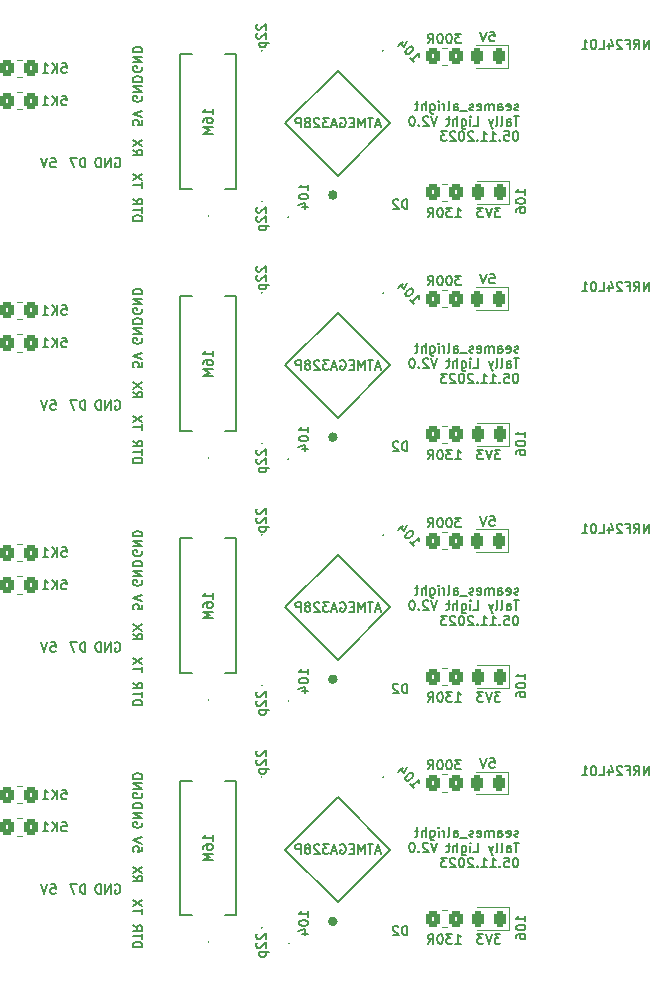
<source format=gbo>
%TF.GenerationSoftware,KiCad,Pcbnew,7.0.5*%
%TF.CreationDate,2023-11-06T22:37:59+10:00*%
%TF.ProjectId,TallyLight_Panel,54616c6c-794c-4696-9768-745f50616e65,rev?*%
%TF.SameCoordinates,Original*%
%TF.FileFunction,Legend,Bot*%
%TF.FilePolarity,Positive*%
%FSLAX46Y46*%
G04 Gerber Fmt 4.6, Leading zero omitted, Abs format (unit mm)*
G04 Created by KiCad (PCBNEW 7.0.5) date 2023-11-06 22:37:59*
%MOMM*%
%LPD*%
G01*
G04 APERTURE LIST*
G04 Aperture macros list*
%AMRoundRect*
0 Rectangle with rounded corners*
0 $1 Rounding radius*
0 $2 $3 $4 $5 $6 $7 $8 $9 X,Y pos of 4 corners*
0 Add a 4 corners polygon primitive as box body*
4,1,4,$2,$3,$4,$5,$6,$7,$8,$9,$2,$3,0*
0 Add four circle primitives for the rounded corners*
1,1,$1+$1,$2,$3*
1,1,$1+$1,$4,$5*
1,1,$1+$1,$6,$7*
1,1,$1+$1,$8,$9*
0 Add four rect primitives between the rounded corners*
20,1,$1+$1,$2,$3,$4,$5,0*
20,1,$1+$1,$4,$5,$6,$7,0*
20,1,$1+$1,$6,$7,$8,$9,0*
20,1,$1+$1,$8,$9,$2,$3,0*%
%AMRotRect*
0 Rectangle, with rotation*
0 The origin of the aperture is its center*
0 $1 length*
0 $2 width*
0 $3 Rotation angle, in degrees counterclockwise*
0 Add horizontal line*
21,1,$1,$2,0,0,$3*%
G04 Aperture macros list end*
%ADD10C,0.150000*%
%ADD11C,0.120000*%
%ADD12C,0.200000*%
%ADD13C,0.100000*%
%ADD14C,0.400000*%
%ADD15RoundRect,0.250000X0.350000X0.450000X-0.350000X0.450000X-0.350000X-0.450000X0.350000X-0.450000X0*%
%ADD16R,1.450000X1.150000*%
%ADD17RoundRect,0.250000X-0.350000X-0.450000X0.350000X-0.450000X0.350000X0.450000X-0.350000X0.450000X0*%
%ADD18RoundRect,0.243750X0.243750X0.456250X-0.243750X0.456250X-0.243750X-0.456250X0.243750X-0.456250X0*%
%ADD19R,2.000000X1.000000*%
%ADD20R,0.940000X0.750000*%
%ADD21R,2.100000X5.600000*%
%ADD22RotRect,1.150000X1.450000X315.000000*%
%ADD23R,1.500000X1.500000*%
%ADD24C,1.500000*%
%ADD25R,1.700000X1.700000*%
%ADD26O,1.700000X1.700000*%
%ADD27RotRect,0.600000X1.500000X315.000000*%
%ADD28RotRect,0.600000X1.500000X45.000000*%
%ADD29C,2.010000*%
%ADD30C,1.300000*%
G04 APERTURE END LIST*
D10*
X99367609Y-118984523D02*
X99405704Y-119060713D01*
X99405704Y-119060713D02*
X99405704Y-119174999D01*
X99405704Y-119174999D02*
X99367609Y-119289285D01*
X99367609Y-119289285D02*
X99291419Y-119365475D01*
X99291419Y-119365475D02*
X99215228Y-119403570D01*
X99215228Y-119403570D02*
X99062847Y-119441666D01*
X99062847Y-119441666D02*
X98948561Y-119441666D01*
X98948561Y-119441666D02*
X98796180Y-119403570D01*
X98796180Y-119403570D02*
X98719990Y-119365475D01*
X98719990Y-119365475D02*
X98643800Y-119289285D01*
X98643800Y-119289285D02*
X98605704Y-119174999D01*
X98605704Y-119174999D02*
X98605704Y-119098808D01*
X98605704Y-119098808D02*
X98643800Y-118984523D01*
X98643800Y-118984523D02*
X98681895Y-118946427D01*
X98681895Y-118946427D02*
X98948561Y-118946427D01*
X98948561Y-118946427D02*
X98948561Y-119098808D01*
X98605704Y-118603570D02*
X99405704Y-118603570D01*
X99405704Y-118603570D02*
X98605704Y-118146427D01*
X98605704Y-118146427D02*
X99405704Y-118146427D01*
X98605704Y-117765475D02*
X99405704Y-117765475D01*
X99405704Y-117765475D02*
X99405704Y-117574999D01*
X99405704Y-117574999D02*
X99367609Y-117460713D01*
X99367609Y-117460713D02*
X99291419Y-117384523D01*
X99291419Y-117384523D02*
X99215228Y-117346428D01*
X99215228Y-117346428D02*
X99062847Y-117308332D01*
X99062847Y-117308332D02*
X98948561Y-117308332D01*
X98948561Y-117308332D02*
X98796180Y-117346428D01*
X98796180Y-117346428D02*
X98719990Y-117384523D01*
X98719990Y-117384523D02*
X98643800Y-117460713D01*
X98643800Y-117460713D02*
X98605704Y-117574999D01*
X98605704Y-117574999D02*
X98605704Y-117765475D01*
X91652380Y-126719295D02*
X92033332Y-126719295D01*
X92033332Y-126719295D02*
X92071428Y-127100247D01*
X92071428Y-127100247D02*
X92033332Y-127062152D01*
X92033332Y-127062152D02*
X91957142Y-127024057D01*
X91957142Y-127024057D02*
X91766666Y-127024057D01*
X91766666Y-127024057D02*
X91690475Y-127062152D01*
X91690475Y-127062152D02*
X91652380Y-127100247D01*
X91652380Y-127100247D02*
X91614285Y-127176438D01*
X91614285Y-127176438D02*
X91614285Y-127366914D01*
X91614285Y-127366914D02*
X91652380Y-127443104D01*
X91652380Y-127443104D02*
X91690475Y-127481200D01*
X91690475Y-127481200D02*
X91766666Y-127519295D01*
X91766666Y-127519295D02*
X91957142Y-127519295D01*
X91957142Y-127519295D02*
X92033332Y-127481200D01*
X92033332Y-127481200D02*
X92071428Y-127443104D01*
X91385713Y-126719295D02*
X91119046Y-127519295D01*
X91119046Y-127519295D02*
X90852380Y-126719295D01*
X97109523Y-126757390D02*
X97185713Y-126719295D01*
X97185713Y-126719295D02*
X97299999Y-126719295D01*
X97299999Y-126719295D02*
X97414285Y-126757390D01*
X97414285Y-126757390D02*
X97490475Y-126833580D01*
X97490475Y-126833580D02*
X97528570Y-126909771D01*
X97528570Y-126909771D02*
X97566666Y-127062152D01*
X97566666Y-127062152D02*
X97566666Y-127176438D01*
X97566666Y-127176438D02*
X97528570Y-127328819D01*
X97528570Y-127328819D02*
X97490475Y-127405009D01*
X97490475Y-127405009D02*
X97414285Y-127481200D01*
X97414285Y-127481200D02*
X97299999Y-127519295D01*
X97299999Y-127519295D02*
X97223808Y-127519295D01*
X97223808Y-127519295D02*
X97109523Y-127481200D01*
X97109523Y-127481200D02*
X97071427Y-127443104D01*
X97071427Y-127443104D02*
X97071427Y-127176438D01*
X97071427Y-127176438D02*
X97223808Y-127176438D01*
X96728570Y-127519295D02*
X96728570Y-126719295D01*
X96728570Y-126719295D02*
X96271427Y-127519295D01*
X96271427Y-127519295D02*
X96271427Y-126719295D01*
X95890475Y-127519295D02*
X95890475Y-126719295D01*
X95890475Y-126719295D02*
X95699999Y-126719295D01*
X95699999Y-126719295D02*
X95585713Y-126757390D01*
X95585713Y-126757390D02*
X95509523Y-126833580D01*
X95509523Y-126833580D02*
X95471428Y-126909771D01*
X95471428Y-126909771D02*
X95433332Y-127062152D01*
X95433332Y-127062152D02*
X95433332Y-127176438D01*
X95433332Y-127176438D02*
X95471428Y-127328819D01*
X95471428Y-127328819D02*
X95509523Y-127405009D01*
X95509523Y-127405009D02*
X95585713Y-127481200D01*
X95585713Y-127481200D02*
X95699999Y-127519295D01*
X95699999Y-127519295D02*
X95890475Y-127519295D01*
X131248935Y-122655200D02*
X131172744Y-122693295D01*
X131172744Y-122693295D02*
X131020363Y-122693295D01*
X131020363Y-122693295D02*
X130944173Y-122655200D01*
X130944173Y-122655200D02*
X130906077Y-122579009D01*
X130906077Y-122579009D02*
X130906077Y-122540914D01*
X130906077Y-122540914D02*
X130944173Y-122464723D01*
X130944173Y-122464723D02*
X131020363Y-122426628D01*
X131020363Y-122426628D02*
X131134649Y-122426628D01*
X131134649Y-122426628D02*
X131210839Y-122388533D01*
X131210839Y-122388533D02*
X131248935Y-122312342D01*
X131248935Y-122312342D02*
X131248935Y-122274247D01*
X131248935Y-122274247D02*
X131210839Y-122198057D01*
X131210839Y-122198057D02*
X131134649Y-122159961D01*
X131134649Y-122159961D02*
X131020363Y-122159961D01*
X131020363Y-122159961D02*
X130944173Y-122198057D01*
X130258458Y-122655200D02*
X130334649Y-122693295D01*
X130334649Y-122693295D02*
X130487030Y-122693295D01*
X130487030Y-122693295D02*
X130563220Y-122655200D01*
X130563220Y-122655200D02*
X130601316Y-122579009D01*
X130601316Y-122579009D02*
X130601316Y-122274247D01*
X130601316Y-122274247D02*
X130563220Y-122198057D01*
X130563220Y-122198057D02*
X130487030Y-122159961D01*
X130487030Y-122159961D02*
X130334649Y-122159961D01*
X130334649Y-122159961D02*
X130258458Y-122198057D01*
X130258458Y-122198057D02*
X130220363Y-122274247D01*
X130220363Y-122274247D02*
X130220363Y-122350438D01*
X130220363Y-122350438D02*
X130601316Y-122426628D01*
X129534649Y-122693295D02*
X129534649Y-122274247D01*
X129534649Y-122274247D02*
X129572744Y-122198057D01*
X129572744Y-122198057D02*
X129648935Y-122159961D01*
X129648935Y-122159961D02*
X129801316Y-122159961D01*
X129801316Y-122159961D02*
X129877506Y-122198057D01*
X129534649Y-122655200D02*
X129610840Y-122693295D01*
X129610840Y-122693295D02*
X129801316Y-122693295D01*
X129801316Y-122693295D02*
X129877506Y-122655200D01*
X129877506Y-122655200D02*
X129915602Y-122579009D01*
X129915602Y-122579009D02*
X129915602Y-122502819D01*
X129915602Y-122502819D02*
X129877506Y-122426628D01*
X129877506Y-122426628D02*
X129801316Y-122388533D01*
X129801316Y-122388533D02*
X129610840Y-122388533D01*
X129610840Y-122388533D02*
X129534649Y-122350438D01*
X129153696Y-122693295D02*
X129153696Y-122159961D01*
X129153696Y-122236152D02*
X129115601Y-122198057D01*
X129115601Y-122198057D02*
X129039411Y-122159961D01*
X129039411Y-122159961D02*
X128925125Y-122159961D01*
X128925125Y-122159961D02*
X128848934Y-122198057D01*
X128848934Y-122198057D02*
X128810839Y-122274247D01*
X128810839Y-122274247D02*
X128810839Y-122693295D01*
X128810839Y-122274247D02*
X128772744Y-122198057D01*
X128772744Y-122198057D02*
X128696553Y-122159961D01*
X128696553Y-122159961D02*
X128582268Y-122159961D01*
X128582268Y-122159961D02*
X128506077Y-122198057D01*
X128506077Y-122198057D02*
X128467982Y-122274247D01*
X128467982Y-122274247D02*
X128467982Y-122693295D01*
X127782267Y-122655200D02*
X127858458Y-122693295D01*
X127858458Y-122693295D02*
X128010839Y-122693295D01*
X128010839Y-122693295D02*
X128087029Y-122655200D01*
X128087029Y-122655200D02*
X128125125Y-122579009D01*
X128125125Y-122579009D02*
X128125125Y-122274247D01*
X128125125Y-122274247D02*
X128087029Y-122198057D01*
X128087029Y-122198057D02*
X128010839Y-122159961D01*
X128010839Y-122159961D02*
X127858458Y-122159961D01*
X127858458Y-122159961D02*
X127782267Y-122198057D01*
X127782267Y-122198057D02*
X127744172Y-122274247D01*
X127744172Y-122274247D02*
X127744172Y-122350438D01*
X127744172Y-122350438D02*
X128125125Y-122426628D01*
X127439411Y-122655200D02*
X127363220Y-122693295D01*
X127363220Y-122693295D02*
X127210839Y-122693295D01*
X127210839Y-122693295D02*
X127134649Y-122655200D01*
X127134649Y-122655200D02*
X127096553Y-122579009D01*
X127096553Y-122579009D02*
X127096553Y-122540914D01*
X127096553Y-122540914D02*
X127134649Y-122464723D01*
X127134649Y-122464723D02*
X127210839Y-122426628D01*
X127210839Y-122426628D02*
X127325125Y-122426628D01*
X127325125Y-122426628D02*
X127401315Y-122388533D01*
X127401315Y-122388533D02*
X127439411Y-122312342D01*
X127439411Y-122312342D02*
X127439411Y-122274247D01*
X127439411Y-122274247D02*
X127401315Y-122198057D01*
X127401315Y-122198057D02*
X127325125Y-122159961D01*
X127325125Y-122159961D02*
X127210839Y-122159961D01*
X127210839Y-122159961D02*
X127134649Y-122198057D01*
X126944173Y-122769485D02*
X126334649Y-122769485D01*
X125801315Y-122693295D02*
X125801315Y-122274247D01*
X125801315Y-122274247D02*
X125839410Y-122198057D01*
X125839410Y-122198057D02*
X125915601Y-122159961D01*
X125915601Y-122159961D02*
X126067982Y-122159961D01*
X126067982Y-122159961D02*
X126144172Y-122198057D01*
X125801315Y-122655200D02*
X125877506Y-122693295D01*
X125877506Y-122693295D02*
X126067982Y-122693295D01*
X126067982Y-122693295D02*
X126144172Y-122655200D01*
X126144172Y-122655200D02*
X126182268Y-122579009D01*
X126182268Y-122579009D02*
X126182268Y-122502819D01*
X126182268Y-122502819D02*
X126144172Y-122426628D01*
X126144172Y-122426628D02*
X126067982Y-122388533D01*
X126067982Y-122388533D02*
X125877506Y-122388533D01*
X125877506Y-122388533D02*
X125801315Y-122350438D01*
X125306077Y-122693295D02*
X125382267Y-122655200D01*
X125382267Y-122655200D02*
X125420362Y-122579009D01*
X125420362Y-122579009D02*
X125420362Y-121893295D01*
X125001314Y-122693295D02*
X125001314Y-122159961D01*
X125001314Y-122312342D02*
X124963219Y-122236152D01*
X124963219Y-122236152D02*
X124925124Y-122198057D01*
X124925124Y-122198057D02*
X124848933Y-122159961D01*
X124848933Y-122159961D02*
X124772743Y-122159961D01*
X124506076Y-122693295D02*
X124506076Y-122159961D01*
X124506076Y-121893295D02*
X124544172Y-121931390D01*
X124544172Y-121931390D02*
X124506076Y-121969485D01*
X124506076Y-121969485D02*
X124467981Y-121931390D01*
X124467981Y-121931390D02*
X124506076Y-121893295D01*
X124506076Y-121893295D02*
X124506076Y-121969485D01*
X123782267Y-122159961D02*
X123782267Y-122807580D01*
X123782267Y-122807580D02*
X123820362Y-122883771D01*
X123820362Y-122883771D02*
X123858458Y-122921866D01*
X123858458Y-122921866D02*
X123934648Y-122959961D01*
X123934648Y-122959961D02*
X124048934Y-122959961D01*
X124048934Y-122959961D02*
X124125124Y-122921866D01*
X123782267Y-122655200D02*
X123858458Y-122693295D01*
X123858458Y-122693295D02*
X124010839Y-122693295D01*
X124010839Y-122693295D02*
X124087029Y-122655200D01*
X124087029Y-122655200D02*
X124125124Y-122617104D01*
X124125124Y-122617104D02*
X124163220Y-122540914D01*
X124163220Y-122540914D02*
X124163220Y-122312342D01*
X124163220Y-122312342D02*
X124125124Y-122236152D01*
X124125124Y-122236152D02*
X124087029Y-122198057D01*
X124087029Y-122198057D02*
X124010839Y-122159961D01*
X124010839Y-122159961D02*
X123858458Y-122159961D01*
X123858458Y-122159961D02*
X123782267Y-122198057D01*
X123401314Y-122693295D02*
X123401314Y-121893295D01*
X123058457Y-122693295D02*
X123058457Y-122274247D01*
X123058457Y-122274247D02*
X123096552Y-122198057D01*
X123096552Y-122198057D02*
X123172743Y-122159961D01*
X123172743Y-122159961D02*
X123287029Y-122159961D01*
X123287029Y-122159961D02*
X123363219Y-122198057D01*
X123363219Y-122198057D02*
X123401314Y-122236152D01*
X122791790Y-122159961D02*
X122487028Y-122159961D01*
X122677504Y-121893295D02*
X122677504Y-122579009D01*
X122677504Y-122579009D02*
X122639409Y-122655200D01*
X122639409Y-122655200D02*
X122563219Y-122693295D01*
X122563219Y-122693295D02*
X122487028Y-122693295D01*
X131325125Y-123181295D02*
X130867982Y-123181295D01*
X131096554Y-123981295D02*
X131096554Y-123181295D01*
X130258458Y-123981295D02*
X130258458Y-123562247D01*
X130258458Y-123562247D02*
X130296553Y-123486057D01*
X130296553Y-123486057D02*
X130372744Y-123447961D01*
X130372744Y-123447961D02*
X130525125Y-123447961D01*
X130525125Y-123447961D02*
X130601315Y-123486057D01*
X130258458Y-123943200D02*
X130334649Y-123981295D01*
X130334649Y-123981295D02*
X130525125Y-123981295D01*
X130525125Y-123981295D02*
X130601315Y-123943200D01*
X130601315Y-123943200D02*
X130639411Y-123867009D01*
X130639411Y-123867009D02*
X130639411Y-123790819D01*
X130639411Y-123790819D02*
X130601315Y-123714628D01*
X130601315Y-123714628D02*
X130525125Y-123676533D01*
X130525125Y-123676533D02*
X130334649Y-123676533D01*
X130334649Y-123676533D02*
X130258458Y-123638438D01*
X129763220Y-123981295D02*
X129839410Y-123943200D01*
X129839410Y-123943200D02*
X129877505Y-123867009D01*
X129877505Y-123867009D02*
X129877505Y-123181295D01*
X129344172Y-123981295D02*
X129420362Y-123943200D01*
X129420362Y-123943200D02*
X129458457Y-123867009D01*
X129458457Y-123867009D02*
X129458457Y-123181295D01*
X129115600Y-123447961D02*
X128925124Y-123981295D01*
X128734647Y-123447961D02*
X128925124Y-123981295D01*
X128925124Y-123981295D02*
X129001314Y-124171771D01*
X129001314Y-124171771D02*
X129039409Y-124209866D01*
X129039409Y-124209866D02*
X129115600Y-124247961D01*
X127439409Y-123981295D02*
X127820361Y-123981295D01*
X127820361Y-123981295D02*
X127820361Y-123181295D01*
X127172742Y-123981295D02*
X127172742Y-123447961D01*
X127172742Y-123181295D02*
X127210838Y-123219390D01*
X127210838Y-123219390D02*
X127172742Y-123257485D01*
X127172742Y-123257485D02*
X127134647Y-123219390D01*
X127134647Y-123219390D02*
X127172742Y-123181295D01*
X127172742Y-123181295D02*
X127172742Y-123257485D01*
X126448933Y-123447961D02*
X126448933Y-124095580D01*
X126448933Y-124095580D02*
X126487028Y-124171771D01*
X126487028Y-124171771D02*
X126525124Y-124209866D01*
X126525124Y-124209866D02*
X126601314Y-124247961D01*
X126601314Y-124247961D02*
X126715600Y-124247961D01*
X126715600Y-124247961D02*
X126791790Y-124209866D01*
X126448933Y-123943200D02*
X126525124Y-123981295D01*
X126525124Y-123981295D02*
X126677505Y-123981295D01*
X126677505Y-123981295D02*
X126753695Y-123943200D01*
X126753695Y-123943200D02*
X126791790Y-123905104D01*
X126791790Y-123905104D02*
X126829886Y-123828914D01*
X126829886Y-123828914D02*
X126829886Y-123600342D01*
X126829886Y-123600342D02*
X126791790Y-123524152D01*
X126791790Y-123524152D02*
X126753695Y-123486057D01*
X126753695Y-123486057D02*
X126677505Y-123447961D01*
X126677505Y-123447961D02*
X126525124Y-123447961D01*
X126525124Y-123447961D02*
X126448933Y-123486057D01*
X126067980Y-123981295D02*
X126067980Y-123181295D01*
X125725123Y-123981295D02*
X125725123Y-123562247D01*
X125725123Y-123562247D02*
X125763218Y-123486057D01*
X125763218Y-123486057D02*
X125839409Y-123447961D01*
X125839409Y-123447961D02*
X125953695Y-123447961D01*
X125953695Y-123447961D02*
X126029885Y-123486057D01*
X126029885Y-123486057D02*
X126067980Y-123524152D01*
X125458456Y-123447961D02*
X125153694Y-123447961D01*
X125344170Y-123181295D02*
X125344170Y-123867009D01*
X125344170Y-123867009D02*
X125306075Y-123943200D01*
X125306075Y-123943200D02*
X125229885Y-123981295D01*
X125229885Y-123981295D02*
X125153694Y-123981295D01*
X124391789Y-123181295D02*
X124125122Y-123981295D01*
X124125122Y-123981295D02*
X123858456Y-123181295D01*
X123629885Y-123257485D02*
X123591789Y-123219390D01*
X123591789Y-123219390D02*
X123515599Y-123181295D01*
X123515599Y-123181295D02*
X123325123Y-123181295D01*
X123325123Y-123181295D02*
X123248932Y-123219390D01*
X123248932Y-123219390D02*
X123210837Y-123257485D01*
X123210837Y-123257485D02*
X123172742Y-123333676D01*
X123172742Y-123333676D02*
X123172742Y-123409866D01*
X123172742Y-123409866D02*
X123210837Y-123524152D01*
X123210837Y-123524152D02*
X123667980Y-123981295D01*
X123667980Y-123981295D02*
X123172742Y-123981295D01*
X122829884Y-123905104D02*
X122791789Y-123943200D01*
X122791789Y-123943200D02*
X122829884Y-123981295D01*
X122829884Y-123981295D02*
X122867980Y-123943200D01*
X122867980Y-123943200D02*
X122829884Y-123905104D01*
X122829884Y-123905104D02*
X122829884Y-123981295D01*
X122296551Y-123181295D02*
X122220361Y-123181295D01*
X122220361Y-123181295D02*
X122144170Y-123219390D01*
X122144170Y-123219390D02*
X122106075Y-123257485D01*
X122106075Y-123257485D02*
X122067980Y-123333676D01*
X122067980Y-123333676D02*
X122029885Y-123486057D01*
X122029885Y-123486057D02*
X122029885Y-123676533D01*
X122029885Y-123676533D02*
X122067980Y-123828914D01*
X122067980Y-123828914D02*
X122106075Y-123905104D01*
X122106075Y-123905104D02*
X122144170Y-123943200D01*
X122144170Y-123943200D02*
X122220361Y-123981295D01*
X122220361Y-123981295D02*
X122296551Y-123981295D01*
X122296551Y-123981295D02*
X122372742Y-123943200D01*
X122372742Y-123943200D02*
X122410837Y-123905104D01*
X122410837Y-123905104D02*
X122448932Y-123828914D01*
X122448932Y-123828914D02*
X122487028Y-123676533D01*
X122487028Y-123676533D02*
X122487028Y-123486057D01*
X122487028Y-123486057D02*
X122448932Y-123333676D01*
X122448932Y-123333676D02*
X122410837Y-123257485D01*
X122410837Y-123257485D02*
X122372742Y-123219390D01*
X122372742Y-123219390D02*
X122296551Y-123181295D01*
X131058458Y-124469295D02*
X130982268Y-124469295D01*
X130982268Y-124469295D02*
X130906077Y-124507390D01*
X130906077Y-124507390D02*
X130867982Y-124545485D01*
X130867982Y-124545485D02*
X130829887Y-124621676D01*
X130829887Y-124621676D02*
X130791792Y-124774057D01*
X130791792Y-124774057D02*
X130791792Y-124964533D01*
X130791792Y-124964533D02*
X130829887Y-125116914D01*
X130829887Y-125116914D02*
X130867982Y-125193104D01*
X130867982Y-125193104D02*
X130906077Y-125231200D01*
X130906077Y-125231200D02*
X130982268Y-125269295D01*
X130982268Y-125269295D02*
X131058458Y-125269295D01*
X131058458Y-125269295D02*
X131134649Y-125231200D01*
X131134649Y-125231200D02*
X131172744Y-125193104D01*
X131172744Y-125193104D02*
X131210839Y-125116914D01*
X131210839Y-125116914D02*
X131248935Y-124964533D01*
X131248935Y-124964533D02*
X131248935Y-124774057D01*
X131248935Y-124774057D02*
X131210839Y-124621676D01*
X131210839Y-124621676D02*
X131172744Y-124545485D01*
X131172744Y-124545485D02*
X131134649Y-124507390D01*
X131134649Y-124507390D02*
X131058458Y-124469295D01*
X130067982Y-124469295D02*
X130448934Y-124469295D01*
X130448934Y-124469295D02*
X130487030Y-124850247D01*
X130487030Y-124850247D02*
X130448934Y-124812152D01*
X130448934Y-124812152D02*
X130372744Y-124774057D01*
X130372744Y-124774057D02*
X130182268Y-124774057D01*
X130182268Y-124774057D02*
X130106077Y-124812152D01*
X130106077Y-124812152D02*
X130067982Y-124850247D01*
X130067982Y-124850247D02*
X130029887Y-124926438D01*
X130029887Y-124926438D02*
X130029887Y-125116914D01*
X130029887Y-125116914D02*
X130067982Y-125193104D01*
X130067982Y-125193104D02*
X130106077Y-125231200D01*
X130106077Y-125231200D02*
X130182268Y-125269295D01*
X130182268Y-125269295D02*
X130372744Y-125269295D01*
X130372744Y-125269295D02*
X130448934Y-125231200D01*
X130448934Y-125231200D02*
X130487030Y-125193104D01*
X129687029Y-125193104D02*
X129648934Y-125231200D01*
X129648934Y-125231200D02*
X129687029Y-125269295D01*
X129687029Y-125269295D02*
X129725125Y-125231200D01*
X129725125Y-125231200D02*
X129687029Y-125193104D01*
X129687029Y-125193104D02*
X129687029Y-125269295D01*
X128887030Y-125269295D02*
X129344173Y-125269295D01*
X129115601Y-125269295D02*
X129115601Y-124469295D01*
X129115601Y-124469295D02*
X129191792Y-124583580D01*
X129191792Y-124583580D02*
X129267982Y-124659771D01*
X129267982Y-124659771D02*
X129344173Y-124697866D01*
X128125125Y-125269295D02*
X128582268Y-125269295D01*
X128353696Y-125269295D02*
X128353696Y-124469295D01*
X128353696Y-124469295D02*
X128429887Y-124583580D01*
X128429887Y-124583580D02*
X128506077Y-124659771D01*
X128506077Y-124659771D02*
X128582268Y-124697866D01*
X127782267Y-125193104D02*
X127744172Y-125231200D01*
X127744172Y-125231200D02*
X127782267Y-125269295D01*
X127782267Y-125269295D02*
X127820363Y-125231200D01*
X127820363Y-125231200D02*
X127782267Y-125193104D01*
X127782267Y-125193104D02*
X127782267Y-125269295D01*
X127439411Y-124545485D02*
X127401315Y-124507390D01*
X127401315Y-124507390D02*
X127325125Y-124469295D01*
X127325125Y-124469295D02*
X127134649Y-124469295D01*
X127134649Y-124469295D02*
X127058458Y-124507390D01*
X127058458Y-124507390D02*
X127020363Y-124545485D01*
X127020363Y-124545485D02*
X126982268Y-124621676D01*
X126982268Y-124621676D02*
X126982268Y-124697866D01*
X126982268Y-124697866D02*
X127020363Y-124812152D01*
X127020363Y-124812152D02*
X127477506Y-125269295D01*
X127477506Y-125269295D02*
X126982268Y-125269295D01*
X126487029Y-124469295D02*
X126410839Y-124469295D01*
X126410839Y-124469295D02*
X126334648Y-124507390D01*
X126334648Y-124507390D02*
X126296553Y-124545485D01*
X126296553Y-124545485D02*
X126258458Y-124621676D01*
X126258458Y-124621676D02*
X126220363Y-124774057D01*
X126220363Y-124774057D02*
X126220363Y-124964533D01*
X126220363Y-124964533D02*
X126258458Y-125116914D01*
X126258458Y-125116914D02*
X126296553Y-125193104D01*
X126296553Y-125193104D02*
X126334648Y-125231200D01*
X126334648Y-125231200D02*
X126410839Y-125269295D01*
X126410839Y-125269295D02*
X126487029Y-125269295D01*
X126487029Y-125269295D02*
X126563220Y-125231200D01*
X126563220Y-125231200D02*
X126601315Y-125193104D01*
X126601315Y-125193104D02*
X126639410Y-125116914D01*
X126639410Y-125116914D02*
X126677506Y-124964533D01*
X126677506Y-124964533D02*
X126677506Y-124774057D01*
X126677506Y-124774057D02*
X126639410Y-124621676D01*
X126639410Y-124621676D02*
X126601315Y-124545485D01*
X126601315Y-124545485D02*
X126563220Y-124507390D01*
X126563220Y-124507390D02*
X126487029Y-124469295D01*
X125915601Y-124545485D02*
X125877505Y-124507390D01*
X125877505Y-124507390D02*
X125801315Y-124469295D01*
X125801315Y-124469295D02*
X125610839Y-124469295D01*
X125610839Y-124469295D02*
X125534648Y-124507390D01*
X125534648Y-124507390D02*
X125496553Y-124545485D01*
X125496553Y-124545485D02*
X125458458Y-124621676D01*
X125458458Y-124621676D02*
X125458458Y-124697866D01*
X125458458Y-124697866D02*
X125496553Y-124812152D01*
X125496553Y-124812152D02*
X125953696Y-125269295D01*
X125953696Y-125269295D02*
X125458458Y-125269295D01*
X125191791Y-124469295D02*
X124696553Y-124469295D01*
X124696553Y-124469295D02*
X124963219Y-124774057D01*
X124963219Y-124774057D02*
X124848934Y-124774057D01*
X124848934Y-124774057D02*
X124772743Y-124812152D01*
X124772743Y-124812152D02*
X124734648Y-124850247D01*
X124734648Y-124850247D02*
X124696553Y-124926438D01*
X124696553Y-124926438D02*
X124696553Y-125116914D01*
X124696553Y-125116914D02*
X124734648Y-125193104D01*
X124734648Y-125193104D02*
X124772743Y-125231200D01*
X124772743Y-125231200D02*
X124848934Y-125269295D01*
X124848934Y-125269295D02*
X125077505Y-125269295D01*
X125077505Y-125269295D02*
X125153696Y-125231200D01*
X125153696Y-125231200D02*
X125191791Y-125193104D01*
X94590475Y-127519295D02*
X94590475Y-126719295D01*
X94590475Y-126719295D02*
X94399999Y-126719295D01*
X94399999Y-126719295D02*
X94285713Y-126757390D01*
X94285713Y-126757390D02*
X94209523Y-126833580D01*
X94209523Y-126833580D02*
X94171428Y-126909771D01*
X94171428Y-126909771D02*
X94133332Y-127062152D01*
X94133332Y-127062152D02*
X94133332Y-127176438D01*
X94133332Y-127176438D02*
X94171428Y-127328819D01*
X94171428Y-127328819D02*
X94209523Y-127405009D01*
X94209523Y-127405009D02*
X94285713Y-127481200D01*
X94285713Y-127481200D02*
X94399999Y-127519295D01*
X94399999Y-127519295D02*
X94590475Y-127519295D01*
X93866666Y-126719295D02*
X93333332Y-126719295D01*
X93333332Y-126719295D02*
X93676190Y-127519295D01*
X98605704Y-132039285D02*
X99405704Y-132039285D01*
X99405704Y-132039285D02*
X99405704Y-131848809D01*
X99405704Y-131848809D02*
X99367609Y-131734523D01*
X99367609Y-131734523D02*
X99291419Y-131658333D01*
X99291419Y-131658333D02*
X99215228Y-131620238D01*
X99215228Y-131620238D02*
X99062847Y-131582142D01*
X99062847Y-131582142D02*
X98948561Y-131582142D01*
X98948561Y-131582142D02*
X98796180Y-131620238D01*
X98796180Y-131620238D02*
X98719990Y-131658333D01*
X98719990Y-131658333D02*
X98643800Y-131734523D01*
X98643800Y-131734523D02*
X98605704Y-131848809D01*
X98605704Y-131848809D02*
X98605704Y-132039285D01*
X99405704Y-131353571D02*
X99405704Y-130896428D01*
X98605704Y-131125000D02*
X99405704Y-131125000D01*
X98605704Y-130172618D02*
X98986657Y-130439285D01*
X98605704Y-130629761D02*
X99405704Y-130629761D01*
X99405704Y-130629761D02*
X99405704Y-130324999D01*
X99405704Y-130324999D02*
X99367609Y-130248809D01*
X99367609Y-130248809D02*
X99329514Y-130210714D01*
X99329514Y-130210714D02*
X99253323Y-130172618D01*
X99253323Y-130172618D02*
X99139038Y-130172618D01*
X99139038Y-130172618D02*
X99062847Y-130210714D01*
X99062847Y-130210714D02*
X99024752Y-130248809D01*
X99024752Y-130248809D02*
X98986657Y-130324999D01*
X98986657Y-130324999D02*
X98986657Y-130629761D01*
X121840475Y-131019295D02*
X121840475Y-130219295D01*
X121840475Y-130219295D02*
X121649999Y-130219295D01*
X121649999Y-130219295D02*
X121535713Y-130257390D01*
X121535713Y-130257390D02*
X121459523Y-130333580D01*
X121459523Y-130333580D02*
X121421428Y-130409771D01*
X121421428Y-130409771D02*
X121383332Y-130562152D01*
X121383332Y-130562152D02*
X121383332Y-130676438D01*
X121383332Y-130676438D02*
X121421428Y-130828819D01*
X121421428Y-130828819D02*
X121459523Y-130905009D01*
X121459523Y-130905009D02*
X121535713Y-130981200D01*
X121535713Y-130981200D02*
X121649999Y-131019295D01*
X121649999Y-131019295D02*
X121840475Y-131019295D01*
X121078571Y-130295485D02*
X121040475Y-130257390D01*
X121040475Y-130257390D02*
X120964285Y-130219295D01*
X120964285Y-130219295D02*
X120773809Y-130219295D01*
X120773809Y-130219295D02*
X120697618Y-130257390D01*
X120697618Y-130257390D02*
X120659523Y-130295485D01*
X120659523Y-130295485D02*
X120621428Y-130371676D01*
X120621428Y-130371676D02*
X120621428Y-130447866D01*
X120621428Y-130447866D02*
X120659523Y-130562152D01*
X120659523Y-130562152D02*
X121116666Y-131019295D01*
X121116666Y-131019295D02*
X120621428Y-131019295D01*
X98605704Y-126008332D02*
X98986657Y-126274999D01*
X98605704Y-126465475D02*
X99405704Y-126465475D01*
X99405704Y-126465475D02*
X99405704Y-126160713D01*
X99405704Y-126160713D02*
X99367609Y-126084523D01*
X99367609Y-126084523D02*
X99329514Y-126046428D01*
X99329514Y-126046428D02*
X99253323Y-126008332D01*
X99253323Y-126008332D02*
X99139038Y-126008332D01*
X99139038Y-126008332D02*
X99062847Y-126046428D01*
X99062847Y-126046428D02*
X99024752Y-126084523D01*
X99024752Y-126084523D02*
X98986657Y-126160713D01*
X98986657Y-126160713D02*
X98986657Y-126465475D01*
X99405704Y-125741666D02*
X98605704Y-125208332D01*
X99405704Y-125208332D02*
X98605704Y-125741666D01*
X99405704Y-129234523D02*
X99405704Y-128777380D01*
X98605704Y-129005952D02*
X99405704Y-129005952D01*
X99405704Y-128586904D02*
X98605704Y-128053570D01*
X99405704Y-128053570D02*
X98605704Y-128586904D01*
X99367609Y-121484523D02*
X99405704Y-121560713D01*
X99405704Y-121560713D02*
X99405704Y-121674999D01*
X99405704Y-121674999D02*
X99367609Y-121789285D01*
X99367609Y-121789285D02*
X99291419Y-121865475D01*
X99291419Y-121865475D02*
X99215228Y-121903570D01*
X99215228Y-121903570D02*
X99062847Y-121941666D01*
X99062847Y-121941666D02*
X98948561Y-121941666D01*
X98948561Y-121941666D02*
X98796180Y-121903570D01*
X98796180Y-121903570D02*
X98719990Y-121865475D01*
X98719990Y-121865475D02*
X98643800Y-121789285D01*
X98643800Y-121789285D02*
X98605704Y-121674999D01*
X98605704Y-121674999D02*
X98605704Y-121598808D01*
X98605704Y-121598808D02*
X98643800Y-121484523D01*
X98643800Y-121484523D02*
X98681895Y-121446427D01*
X98681895Y-121446427D02*
X98948561Y-121446427D01*
X98948561Y-121446427D02*
X98948561Y-121598808D01*
X98605704Y-121103570D02*
X99405704Y-121103570D01*
X99405704Y-121103570D02*
X98605704Y-120646427D01*
X98605704Y-120646427D02*
X99405704Y-120646427D01*
X98605704Y-120265475D02*
X99405704Y-120265475D01*
X99405704Y-120265475D02*
X99405704Y-120074999D01*
X99405704Y-120074999D02*
X99367609Y-119960713D01*
X99367609Y-119960713D02*
X99291419Y-119884523D01*
X99291419Y-119884523D02*
X99215228Y-119846428D01*
X99215228Y-119846428D02*
X99062847Y-119808332D01*
X99062847Y-119808332D02*
X98948561Y-119808332D01*
X98948561Y-119808332D02*
X98796180Y-119846428D01*
X98796180Y-119846428D02*
X98719990Y-119884523D01*
X98719990Y-119884523D02*
X98643800Y-119960713D01*
X98643800Y-119960713D02*
X98605704Y-120074999D01*
X98605704Y-120074999D02*
X98605704Y-120265475D01*
X99405704Y-123527380D02*
X99405704Y-123908332D01*
X99405704Y-123908332D02*
X99024752Y-123946428D01*
X99024752Y-123946428D02*
X99062847Y-123908332D01*
X99062847Y-123908332D02*
X99100942Y-123832142D01*
X99100942Y-123832142D02*
X99100942Y-123641666D01*
X99100942Y-123641666D02*
X99062847Y-123565475D01*
X99062847Y-123565475D02*
X99024752Y-123527380D01*
X99024752Y-123527380D02*
X98948561Y-123489285D01*
X98948561Y-123489285D02*
X98758085Y-123489285D01*
X98758085Y-123489285D02*
X98681895Y-123527380D01*
X98681895Y-123527380D02*
X98643800Y-123565475D01*
X98643800Y-123565475D02*
X98605704Y-123641666D01*
X98605704Y-123641666D02*
X98605704Y-123832142D01*
X98605704Y-123832142D02*
X98643800Y-123908332D01*
X98643800Y-123908332D02*
X98681895Y-123946428D01*
X99405704Y-123260713D02*
X98605704Y-122994046D01*
X98605704Y-122994046D02*
X99405704Y-122727380D01*
X99367609Y-98484523D02*
X99405704Y-98560713D01*
X99405704Y-98560713D02*
X99405704Y-98674999D01*
X99405704Y-98674999D02*
X99367609Y-98789285D01*
X99367609Y-98789285D02*
X99291419Y-98865475D01*
X99291419Y-98865475D02*
X99215228Y-98903570D01*
X99215228Y-98903570D02*
X99062847Y-98941666D01*
X99062847Y-98941666D02*
X98948561Y-98941666D01*
X98948561Y-98941666D02*
X98796180Y-98903570D01*
X98796180Y-98903570D02*
X98719990Y-98865475D01*
X98719990Y-98865475D02*
X98643800Y-98789285D01*
X98643800Y-98789285D02*
X98605704Y-98674999D01*
X98605704Y-98674999D02*
X98605704Y-98598808D01*
X98605704Y-98598808D02*
X98643800Y-98484523D01*
X98643800Y-98484523D02*
X98681895Y-98446427D01*
X98681895Y-98446427D02*
X98948561Y-98446427D01*
X98948561Y-98446427D02*
X98948561Y-98598808D01*
X98605704Y-98103570D02*
X99405704Y-98103570D01*
X99405704Y-98103570D02*
X98605704Y-97646427D01*
X98605704Y-97646427D02*
X99405704Y-97646427D01*
X98605704Y-97265475D02*
X99405704Y-97265475D01*
X99405704Y-97265475D02*
X99405704Y-97074999D01*
X99405704Y-97074999D02*
X99367609Y-96960713D01*
X99367609Y-96960713D02*
X99291419Y-96884523D01*
X99291419Y-96884523D02*
X99215228Y-96846428D01*
X99215228Y-96846428D02*
X99062847Y-96808332D01*
X99062847Y-96808332D02*
X98948561Y-96808332D01*
X98948561Y-96808332D02*
X98796180Y-96846428D01*
X98796180Y-96846428D02*
X98719990Y-96884523D01*
X98719990Y-96884523D02*
X98643800Y-96960713D01*
X98643800Y-96960713D02*
X98605704Y-97074999D01*
X98605704Y-97074999D02*
X98605704Y-97265475D01*
X91652380Y-106219295D02*
X92033332Y-106219295D01*
X92033332Y-106219295D02*
X92071428Y-106600247D01*
X92071428Y-106600247D02*
X92033332Y-106562152D01*
X92033332Y-106562152D02*
X91957142Y-106524057D01*
X91957142Y-106524057D02*
X91766666Y-106524057D01*
X91766666Y-106524057D02*
X91690475Y-106562152D01*
X91690475Y-106562152D02*
X91652380Y-106600247D01*
X91652380Y-106600247D02*
X91614285Y-106676438D01*
X91614285Y-106676438D02*
X91614285Y-106866914D01*
X91614285Y-106866914D02*
X91652380Y-106943104D01*
X91652380Y-106943104D02*
X91690475Y-106981200D01*
X91690475Y-106981200D02*
X91766666Y-107019295D01*
X91766666Y-107019295D02*
X91957142Y-107019295D01*
X91957142Y-107019295D02*
X92033332Y-106981200D01*
X92033332Y-106981200D02*
X92071428Y-106943104D01*
X91385713Y-106219295D02*
X91119046Y-107019295D01*
X91119046Y-107019295D02*
X90852380Y-106219295D01*
X97109523Y-106257390D02*
X97185713Y-106219295D01*
X97185713Y-106219295D02*
X97299999Y-106219295D01*
X97299999Y-106219295D02*
X97414285Y-106257390D01*
X97414285Y-106257390D02*
X97490475Y-106333580D01*
X97490475Y-106333580D02*
X97528570Y-106409771D01*
X97528570Y-106409771D02*
X97566666Y-106562152D01*
X97566666Y-106562152D02*
X97566666Y-106676438D01*
X97566666Y-106676438D02*
X97528570Y-106828819D01*
X97528570Y-106828819D02*
X97490475Y-106905009D01*
X97490475Y-106905009D02*
X97414285Y-106981200D01*
X97414285Y-106981200D02*
X97299999Y-107019295D01*
X97299999Y-107019295D02*
X97223808Y-107019295D01*
X97223808Y-107019295D02*
X97109523Y-106981200D01*
X97109523Y-106981200D02*
X97071427Y-106943104D01*
X97071427Y-106943104D02*
X97071427Y-106676438D01*
X97071427Y-106676438D02*
X97223808Y-106676438D01*
X96728570Y-107019295D02*
X96728570Y-106219295D01*
X96728570Y-106219295D02*
X96271427Y-107019295D01*
X96271427Y-107019295D02*
X96271427Y-106219295D01*
X95890475Y-107019295D02*
X95890475Y-106219295D01*
X95890475Y-106219295D02*
X95699999Y-106219295D01*
X95699999Y-106219295D02*
X95585713Y-106257390D01*
X95585713Y-106257390D02*
X95509523Y-106333580D01*
X95509523Y-106333580D02*
X95471428Y-106409771D01*
X95471428Y-106409771D02*
X95433332Y-106562152D01*
X95433332Y-106562152D02*
X95433332Y-106676438D01*
X95433332Y-106676438D02*
X95471428Y-106828819D01*
X95471428Y-106828819D02*
X95509523Y-106905009D01*
X95509523Y-106905009D02*
X95585713Y-106981200D01*
X95585713Y-106981200D02*
X95699999Y-107019295D01*
X95699999Y-107019295D02*
X95890475Y-107019295D01*
X131248935Y-102155200D02*
X131172744Y-102193295D01*
X131172744Y-102193295D02*
X131020363Y-102193295D01*
X131020363Y-102193295D02*
X130944173Y-102155200D01*
X130944173Y-102155200D02*
X130906077Y-102079009D01*
X130906077Y-102079009D02*
X130906077Y-102040914D01*
X130906077Y-102040914D02*
X130944173Y-101964723D01*
X130944173Y-101964723D02*
X131020363Y-101926628D01*
X131020363Y-101926628D02*
X131134649Y-101926628D01*
X131134649Y-101926628D02*
X131210839Y-101888533D01*
X131210839Y-101888533D02*
X131248935Y-101812342D01*
X131248935Y-101812342D02*
X131248935Y-101774247D01*
X131248935Y-101774247D02*
X131210839Y-101698057D01*
X131210839Y-101698057D02*
X131134649Y-101659961D01*
X131134649Y-101659961D02*
X131020363Y-101659961D01*
X131020363Y-101659961D02*
X130944173Y-101698057D01*
X130258458Y-102155200D02*
X130334649Y-102193295D01*
X130334649Y-102193295D02*
X130487030Y-102193295D01*
X130487030Y-102193295D02*
X130563220Y-102155200D01*
X130563220Y-102155200D02*
X130601316Y-102079009D01*
X130601316Y-102079009D02*
X130601316Y-101774247D01*
X130601316Y-101774247D02*
X130563220Y-101698057D01*
X130563220Y-101698057D02*
X130487030Y-101659961D01*
X130487030Y-101659961D02*
X130334649Y-101659961D01*
X130334649Y-101659961D02*
X130258458Y-101698057D01*
X130258458Y-101698057D02*
X130220363Y-101774247D01*
X130220363Y-101774247D02*
X130220363Y-101850438D01*
X130220363Y-101850438D02*
X130601316Y-101926628D01*
X129534649Y-102193295D02*
X129534649Y-101774247D01*
X129534649Y-101774247D02*
X129572744Y-101698057D01*
X129572744Y-101698057D02*
X129648935Y-101659961D01*
X129648935Y-101659961D02*
X129801316Y-101659961D01*
X129801316Y-101659961D02*
X129877506Y-101698057D01*
X129534649Y-102155200D02*
X129610840Y-102193295D01*
X129610840Y-102193295D02*
X129801316Y-102193295D01*
X129801316Y-102193295D02*
X129877506Y-102155200D01*
X129877506Y-102155200D02*
X129915602Y-102079009D01*
X129915602Y-102079009D02*
X129915602Y-102002819D01*
X129915602Y-102002819D02*
X129877506Y-101926628D01*
X129877506Y-101926628D02*
X129801316Y-101888533D01*
X129801316Y-101888533D02*
X129610840Y-101888533D01*
X129610840Y-101888533D02*
X129534649Y-101850438D01*
X129153696Y-102193295D02*
X129153696Y-101659961D01*
X129153696Y-101736152D02*
X129115601Y-101698057D01*
X129115601Y-101698057D02*
X129039411Y-101659961D01*
X129039411Y-101659961D02*
X128925125Y-101659961D01*
X128925125Y-101659961D02*
X128848934Y-101698057D01*
X128848934Y-101698057D02*
X128810839Y-101774247D01*
X128810839Y-101774247D02*
X128810839Y-102193295D01*
X128810839Y-101774247D02*
X128772744Y-101698057D01*
X128772744Y-101698057D02*
X128696553Y-101659961D01*
X128696553Y-101659961D02*
X128582268Y-101659961D01*
X128582268Y-101659961D02*
X128506077Y-101698057D01*
X128506077Y-101698057D02*
X128467982Y-101774247D01*
X128467982Y-101774247D02*
X128467982Y-102193295D01*
X127782267Y-102155200D02*
X127858458Y-102193295D01*
X127858458Y-102193295D02*
X128010839Y-102193295D01*
X128010839Y-102193295D02*
X128087029Y-102155200D01*
X128087029Y-102155200D02*
X128125125Y-102079009D01*
X128125125Y-102079009D02*
X128125125Y-101774247D01*
X128125125Y-101774247D02*
X128087029Y-101698057D01*
X128087029Y-101698057D02*
X128010839Y-101659961D01*
X128010839Y-101659961D02*
X127858458Y-101659961D01*
X127858458Y-101659961D02*
X127782267Y-101698057D01*
X127782267Y-101698057D02*
X127744172Y-101774247D01*
X127744172Y-101774247D02*
X127744172Y-101850438D01*
X127744172Y-101850438D02*
X128125125Y-101926628D01*
X127439411Y-102155200D02*
X127363220Y-102193295D01*
X127363220Y-102193295D02*
X127210839Y-102193295D01*
X127210839Y-102193295D02*
X127134649Y-102155200D01*
X127134649Y-102155200D02*
X127096553Y-102079009D01*
X127096553Y-102079009D02*
X127096553Y-102040914D01*
X127096553Y-102040914D02*
X127134649Y-101964723D01*
X127134649Y-101964723D02*
X127210839Y-101926628D01*
X127210839Y-101926628D02*
X127325125Y-101926628D01*
X127325125Y-101926628D02*
X127401315Y-101888533D01*
X127401315Y-101888533D02*
X127439411Y-101812342D01*
X127439411Y-101812342D02*
X127439411Y-101774247D01*
X127439411Y-101774247D02*
X127401315Y-101698057D01*
X127401315Y-101698057D02*
X127325125Y-101659961D01*
X127325125Y-101659961D02*
X127210839Y-101659961D01*
X127210839Y-101659961D02*
X127134649Y-101698057D01*
X126944173Y-102269485D02*
X126334649Y-102269485D01*
X125801315Y-102193295D02*
X125801315Y-101774247D01*
X125801315Y-101774247D02*
X125839410Y-101698057D01*
X125839410Y-101698057D02*
X125915601Y-101659961D01*
X125915601Y-101659961D02*
X126067982Y-101659961D01*
X126067982Y-101659961D02*
X126144172Y-101698057D01*
X125801315Y-102155200D02*
X125877506Y-102193295D01*
X125877506Y-102193295D02*
X126067982Y-102193295D01*
X126067982Y-102193295D02*
X126144172Y-102155200D01*
X126144172Y-102155200D02*
X126182268Y-102079009D01*
X126182268Y-102079009D02*
X126182268Y-102002819D01*
X126182268Y-102002819D02*
X126144172Y-101926628D01*
X126144172Y-101926628D02*
X126067982Y-101888533D01*
X126067982Y-101888533D02*
X125877506Y-101888533D01*
X125877506Y-101888533D02*
X125801315Y-101850438D01*
X125306077Y-102193295D02*
X125382267Y-102155200D01*
X125382267Y-102155200D02*
X125420362Y-102079009D01*
X125420362Y-102079009D02*
X125420362Y-101393295D01*
X125001314Y-102193295D02*
X125001314Y-101659961D01*
X125001314Y-101812342D02*
X124963219Y-101736152D01*
X124963219Y-101736152D02*
X124925124Y-101698057D01*
X124925124Y-101698057D02*
X124848933Y-101659961D01*
X124848933Y-101659961D02*
X124772743Y-101659961D01*
X124506076Y-102193295D02*
X124506076Y-101659961D01*
X124506076Y-101393295D02*
X124544172Y-101431390D01*
X124544172Y-101431390D02*
X124506076Y-101469485D01*
X124506076Y-101469485D02*
X124467981Y-101431390D01*
X124467981Y-101431390D02*
X124506076Y-101393295D01*
X124506076Y-101393295D02*
X124506076Y-101469485D01*
X123782267Y-101659961D02*
X123782267Y-102307580D01*
X123782267Y-102307580D02*
X123820362Y-102383771D01*
X123820362Y-102383771D02*
X123858458Y-102421866D01*
X123858458Y-102421866D02*
X123934648Y-102459961D01*
X123934648Y-102459961D02*
X124048934Y-102459961D01*
X124048934Y-102459961D02*
X124125124Y-102421866D01*
X123782267Y-102155200D02*
X123858458Y-102193295D01*
X123858458Y-102193295D02*
X124010839Y-102193295D01*
X124010839Y-102193295D02*
X124087029Y-102155200D01*
X124087029Y-102155200D02*
X124125124Y-102117104D01*
X124125124Y-102117104D02*
X124163220Y-102040914D01*
X124163220Y-102040914D02*
X124163220Y-101812342D01*
X124163220Y-101812342D02*
X124125124Y-101736152D01*
X124125124Y-101736152D02*
X124087029Y-101698057D01*
X124087029Y-101698057D02*
X124010839Y-101659961D01*
X124010839Y-101659961D02*
X123858458Y-101659961D01*
X123858458Y-101659961D02*
X123782267Y-101698057D01*
X123401314Y-102193295D02*
X123401314Y-101393295D01*
X123058457Y-102193295D02*
X123058457Y-101774247D01*
X123058457Y-101774247D02*
X123096552Y-101698057D01*
X123096552Y-101698057D02*
X123172743Y-101659961D01*
X123172743Y-101659961D02*
X123287029Y-101659961D01*
X123287029Y-101659961D02*
X123363219Y-101698057D01*
X123363219Y-101698057D02*
X123401314Y-101736152D01*
X122791790Y-101659961D02*
X122487028Y-101659961D01*
X122677504Y-101393295D02*
X122677504Y-102079009D01*
X122677504Y-102079009D02*
X122639409Y-102155200D01*
X122639409Y-102155200D02*
X122563219Y-102193295D01*
X122563219Y-102193295D02*
X122487028Y-102193295D01*
X131325125Y-102681295D02*
X130867982Y-102681295D01*
X131096554Y-103481295D02*
X131096554Y-102681295D01*
X130258458Y-103481295D02*
X130258458Y-103062247D01*
X130258458Y-103062247D02*
X130296553Y-102986057D01*
X130296553Y-102986057D02*
X130372744Y-102947961D01*
X130372744Y-102947961D02*
X130525125Y-102947961D01*
X130525125Y-102947961D02*
X130601315Y-102986057D01*
X130258458Y-103443200D02*
X130334649Y-103481295D01*
X130334649Y-103481295D02*
X130525125Y-103481295D01*
X130525125Y-103481295D02*
X130601315Y-103443200D01*
X130601315Y-103443200D02*
X130639411Y-103367009D01*
X130639411Y-103367009D02*
X130639411Y-103290819D01*
X130639411Y-103290819D02*
X130601315Y-103214628D01*
X130601315Y-103214628D02*
X130525125Y-103176533D01*
X130525125Y-103176533D02*
X130334649Y-103176533D01*
X130334649Y-103176533D02*
X130258458Y-103138438D01*
X129763220Y-103481295D02*
X129839410Y-103443200D01*
X129839410Y-103443200D02*
X129877505Y-103367009D01*
X129877505Y-103367009D02*
X129877505Y-102681295D01*
X129344172Y-103481295D02*
X129420362Y-103443200D01*
X129420362Y-103443200D02*
X129458457Y-103367009D01*
X129458457Y-103367009D02*
X129458457Y-102681295D01*
X129115600Y-102947961D02*
X128925124Y-103481295D01*
X128734647Y-102947961D02*
X128925124Y-103481295D01*
X128925124Y-103481295D02*
X129001314Y-103671771D01*
X129001314Y-103671771D02*
X129039409Y-103709866D01*
X129039409Y-103709866D02*
X129115600Y-103747961D01*
X127439409Y-103481295D02*
X127820361Y-103481295D01*
X127820361Y-103481295D02*
X127820361Y-102681295D01*
X127172742Y-103481295D02*
X127172742Y-102947961D01*
X127172742Y-102681295D02*
X127210838Y-102719390D01*
X127210838Y-102719390D02*
X127172742Y-102757485D01*
X127172742Y-102757485D02*
X127134647Y-102719390D01*
X127134647Y-102719390D02*
X127172742Y-102681295D01*
X127172742Y-102681295D02*
X127172742Y-102757485D01*
X126448933Y-102947961D02*
X126448933Y-103595580D01*
X126448933Y-103595580D02*
X126487028Y-103671771D01*
X126487028Y-103671771D02*
X126525124Y-103709866D01*
X126525124Y-103709866D02*
X126601314Y-103747961D01*
X126601314Y-103747961D02*
X126715600Y-103747961D01*
X126715600Y-103747961D02*
X126791790Y-103709866D01*
X126448933Y-103443200D02*
X126525124Y-103481295D01*
X126525124Y-103481295D02*
X126677505Y-103481295D01*
X126677505Y-103481295D02*
X126753695Y-103443200D01*
X126753695Y-103443200D02*
X126791790Y-103405104D01*
X126791790Y-103405104D02*
X126829886Y-103328914D01*
X126829886Y-103328914D02*
X126829886Y-103100342D01*
X126829886Y-103100342D02*
X126791790Y-103024152D01*
X126791790Y-103024152D02*
X126753695Y-102986057D01*
X126753695Y-102986057D02*
X126677505Y-102947961D01*
X126677505Y-102947961D02*
X126525124Y-102947961D01*
X126525124Y-102947961D02*
X126448933Y-102986057D01*
X126067980Y-103481295D02*
X126067980Y-102681295D01*
X125725123Y-103481295D02*
X125725123Y-103062247D01*
X125725123Y-103062247D02*
X125763218Y-102986057D01*
X125763218Y-102986057D02*
X125839409Y-102947961D01*
X125839409Y-102947961D02*
X125953695Y-102947961D01*
X125953695Y-102947961D02*
X126029885Y-102986057D01*
X126029885Y-102986057D02*
X126067980Y-103024152D01*
X125458456Y-102947961D02*
X125153694Y-102947961D01*
X125344170Y-102681295D02*
X125344170Y-103367009D01*
X125344170Y-103367009D02*
X125306075Y-103443200D01*
X125306075Y-103443200D02*
X125229885Y-103481295D01*
X125229885Y-103481295D02*
X125153694Y-103481295D01*
X124391789Y-102681295D02*
X124125122Y-103481295D01*
X124125122Y-103481295D02*
X123858456Y-102681295D01*
X123629885Y-102757485D02*
X123591789Y-102719390D01*
X123591789Y-102719390D02*
X123515599Y-102681295D01*
X123515599Y-102681295D02*
X123325123Y-102681295D01*
X123325123Y-102681295D02*
X123248932Y-102719390D01*
X123248932Y-102719390D02*
X123210837Y-102757485D01*
X123210837Y-102757485D02*
X123172742Y-102833676D01*
X123172742Y-102833676D02*
X123172742Y-102909866D01*
X123172742Y-102909866D02*
X123210837Y-103024152D01*
X123210837Y-103024152D02*
X123667980Y-103481295D01*
X123667980Y-103481295D02*
X123172742Y-103481295D01*
X122829884Y-103405104D02*
X122791789Y-103443200D01*
X122791789Y-103443200D02*
X122829884Y-103481295D01*
X122829884Y-103481295D02*
X122867980Y-103443200D01*
X122867980Y-103443200D02*
X122829884Y-103405104D01*
X122829884Y-103405104D02*
X122829884Y-103481295D01*
X122296551Y-102681295D02*
X122220361Y-102681295D01*
X122220361Y-102681295D02*
X122144170Y-102719390D01*
X122144170Y-102719390D02*
X122106075Y-102757485D01*
X122106075Y-102757485D02*
X122067980Y-102833676D01*
X122067980Y-102833676D02*
X122029885Y-102986057D01*
X122029885Y-102986057D02*
X122029885Y-103176533D01*
X122029885Y-103176533D02*
X122067980Y-103328914D01*
X122067980Y-103328914D02*
X122106075Y-103405104D01*
X122106075Y-103405104D02*
X122144170Y-103443200D01*
X122144170Y-103443200D02*
X122220361Y-103481295D01*
X122220361Y-103481295D02*
X122296551Y-103481295D01*
X122296551Y-103481295D02*
X122372742Y-103443200D01*
X122372742Y-103443200D02*
X122410837Y-103405104D01*
X122410837Y-103405104D02*
X122448932Y-103328914D01*
X122448932Y-103328914D02*
X122487028Y-103176533D01*
X122487028Y-103176533D02*
X122487028Y-102986057D01*
X122487028Y-102986057D02*
X122448932Y-102833676D01*
X122448932Y-102833676D02*
X122410837Y-102757485D01*
X122410837Y-102757485D02*
X122372742Y-102719390D01*
X122372742Y-102719390D02*
X122296551Y-102681295D01*
X131058458Y-103969295D02*
X130982268Y-103969295D01*
X130982268Y-103969295D02*
X130906077Y-104007390D01*
X130906077Y-104007390D02*
X130867982Y-104045485D01*
X130867982Y-104045485D02*
X130829887Y-104121676D01*
X130829887Y-104121676D02*
X130791792Y-104274057D01*
X130791792Y-104274057D02*
X130791792Y-104464533D01*
X130791792Y-104464533D02*
X130829887Y-104616914D01*
X130829887Y-104616914D02*
X130867982Y-104693104D01*
X130867982Y-104693104D02*
X130906077Y-104731200D01*
X130906077Y-104731200D02*
X130982268Y-104769295D01*
X130982268Y-104769295D02*
X131058458Y-104769295D01*
X131058458Y-104769295D02*
X131134649Y-104731200D01*
X131134649Y-104731200D02*
X131172744Y-104693104D01*
X131172744Y-104693104D02*
X131210839Y-104616914D01*
X131210839Y-104616914D02*
X131248935Y-104464533D01*
X131248935Y-104464533D02*
X131248935Y-104274057D01*
X131248935Y-104274057D02*
X131210839Y-104121676D01*
X131210839Y-104121676D02*
X131172744Y-104045485D01*
X131172744Y-104045485D02*
X131134649Y-104007390D01*
X131134649Y-104007390D02*
X131058458Y-103969295D01*
X130067982Y-103969295D02*
X130448934Y-103969295D01*
X130448934Y-103969295D02*
X130487030Y-104350247D01*
X130487030Y-104350247D02*
X130448934Y-104312152D01*
X130448934Y-104312152D02*
X130372744Y-104274057D01*
X130372744Y-104274057D02*
X130182268Y-104274057D01*
X130182268Y-104274057D02*
X130106077Y-104312152D01*
X130106077Y-104312152D02*
X130067982Y-104350247D01*
X130067982Y-104350247D02*
X130029887Y-104426438D01*
X130029887Y-104426438D02*
X130029887Y-104616914D01*
X130029887Y-104616914D02*
X130067982Y-104693104D01*
X130067982Y-104693104D02*
X130106077Y-104731200D01*
X130106077Y-104731200D02*
X130182268Y-104769295D01*
X130182268Y-104769295D02*
X130372744Y-104769295D01*
X130372744Y-104769295D02*
X130448934Y-104731200D01*
X130448934Y-104731200D02*
X130487030Y-104693104D01*
X129687029Y-104693104D02*
X129648934Y-104731200D01*
X129648934Y-104731200D02*
X129687029Y-104769295D01*
X129687029Y-104769295D02*
X129725125Y-104731200D01*
X129725125Y-104731200D02*
X129687029Y-104693104D01*
X129687029Y-104693104D02*
X129687029Y-104769295D01*
X128887030Y-104769295D02*
X129344173Y-104769295D01*
X129115601Y-104769295D02*
X129115601Y-103969295D01*
X129115601Y-103969295D02*
X129191792Y-104083580D01*
X129191792Y-104083580D02*
X129267982Y-104159771D01*
X129267982Y-104159771D02*
X129344173Y-104197866D01*
X128125125Y-104769295D02*
X128582268Y-104769295D01*
X128353696Y-104769295D02*
X128353696Y-103969295D01*
X128353696Y-103969295D02*
X128429887Y-104083580D01*
X128429887Y-104083580D02*
X128506077Y-104159771D01*
X128506077Y-104159771D02*
X128582268Y-104197866D01*
X127782267Y-104693104D02*
X127744172Y-104731200D01*
X127744172Y-104731200D02*
X127782267Y-104769295D01*
X127782267Y-104769295D02*
X127820363Y-104731200D01*
X127820363Y-104731200D02*
X127782267Y-104693104D01*
X127782267Y-104693104D02*
X127782267Y-104769295D01*
X127439411Y-104045485D02*
X127401315Y-104007390D01*
X127401315Y-104007390D02*
X127325125Y-103969295D01*
X127325125Y-103969295D02*
X127134649Y-103969295D01*
X127134649Y-103969295D02*
X127058458Y-104007390D01*
X127058458Y-104007390D02*
X127020363Y-104045485D01*
X127020363Y-104045485D02*
X126982268Y-104121676D01*
X126982268Y-104121676D02*
X126982268Y-104197866D01*
X126982268Y-104197866D02*
X127020363Y-104312152D01*
X127020363Y-104312152D02*
X127477506Y-104769295D01*
X127477506Y-104769295D02*
X126982268Y-104769295D01*
X126487029Y-103969295D02*
X126410839Y-103969295D01*
X126410839Y-103969295D02*
X126334648Y-104007390D01*
X126334648Y-104007390D02*
X126296553Y-104045485D01*
X126296553Y-104045485D02*
X126258458Y-104121676D01*
X126258458Y-104121676D02*
X126220363Y-104274057D01*
X126220363Y-104274057D02*
X126220363Y-104464533D01*
X126220363Y-104464533D02*
X126258458Y-104616914D01*
X126258458Y-104616914D02*
X126296553Y-104693104D01*
X126296553Y-104693104D02*
X126334648Y-104731200D01*
X126334648Y-104731200D02*
X126410839Y-104769295D01*
X126410839Y-104769295D02*
X126487029Y-104769295D01*
X126487029Y-104769295D02*
X126563220Y-104731200D01*
X126563220Y-104731200D02*
X126601315Y-104693104D01*
X126601315Y-104693104D02*
X126639410Y-104616914D01*
X126639410Y-104616914D02*
X126677506Y-104464533D01*
X126677506Y-104464533D02*
X126677506Y-104274057D01*
X126677506Y-104274057D02*
X126639410Y-104121676D01*
X126639410Y-104121676D02*
X126601315Y-104045485D01*
X126601315Y-104045485D02*
X126563220Y-104007390D01*
X126563220Y-104007390D02*
X126487029Y-103969295D01*
X125915601Y-104045485D02*
X125877505Y-104007390D01*
X125877505Y-104007390D02*
X125801315Y-103969295D01*
X125801315Y-103969295D02*
X125610839Y-103969295D01*
X125610839Y-103969295D02*
X125534648Y-104007390D01*
X125534648Y-104007390D02*
X125496553Y-104045485D01*
X125496553Y-104045485D02*
X125458458Y-104121676D01*
X125458458Y-104121676D02*
X125458458Y-104197866D01*
X125458458Y-104197866D02*
X125496553Y-104312152D01*
X125496553Y-104312152D02*
X125953696Y-104769295D01*
X125953696Y-104769295D02*
X125458458Y-104769295D01*
X125191791Y-103969295D02*
X124696553Y-103969295D01*
X124696553Y-103969295D02*
X124963219Y-104274057D01*
X124963219Y-104274057D02*
X124848934Y-104274057D01*
X124848934Y-104274057D02*
X124772743Y-104312152D01*
X124772743Y-104312152D02*
X124734648Y-104350247D01*
X124734648Y-104350247D02*
X124696553Y-104426438D01*
X124696553Y-104426438D02*
X124696553Y-104616914D01*
X124696553Y-104616914D02*
X124734648Y-104693104D01*
X124734648Y-104693104D02*
X124772743Y-104731200D01*
X124772743Y-104731200D02*
X124848934Y-104769295D01*
X124848934Y-104769295D02*
X125077505Y-104769295D01*
X125077505Y-104769295D02*
X125153696Y-104731200D01*
X125153696Y-104731200D02*
X125191791Y-104693104D01*
X94590475Y-107019295D02*
X94590475Y-106219295D01*
X94590475Y-106219295D02*
X94399999Y-106219295D01*
X94399999Y-106219295D02*
X94285713Y-106257390D01*
X94285713Y-106257390D02*
X94209523Y-106333580D01*
X94209523Y-106333580D02*
X94171428Y-106409771D01*
X94171428Y-106409771D02*
X94133332Y-106562152D01*
X94133332Y-106562152D02*
X94133332Y-106676438D01*
X94133332Y-106676438D02*
X94171428Y-106828819D01*
X94171428Y-106828819D02*
X94209523Y-106905009D01*
X94209523Y-106905009D02*
X94285713Y-106981200D01*
X94285713Y-106981200D02*
X94399999Y-107019295D01*
X94399999Y-107019295D02*
X94590475Y-107019295D01*
X93866666Y-106219295D02*
X93333332Y-106219295D01*
X93333332Y-106219295D02*
X93676190Y-107019295D01*
X98605704Y-111539285D02*
X99405704Y-111539285D01*
X99405704Y-111539285D02*
X99405704Y-111348809D01*
X99405704Y-111348809D02*
X99367609Y-111234523D01*
X99367609Y-111234523D02*
X99291419Y-111158333D01*
X99291419Y-111158333D02*
X99215228Y-111120238D01*
X99215228Y-111120238D02*
X99062847Y-111082142D01*
X99062847Y-111082142D02*
X98948561Y-111082142D01*
X98948561Y-111082142D02*
X98796180Y-111120238D01*
X98796180Y-111120238D02*
X98719990Y-111158333D01*
X98719990Y-111158333D02*
X98643800Y-111234523D01*
X98643800Y-111234523D02*
X98605704Y-111348809D01*
X98605704Y-111348809D02*
X98605704Y-111539285D01*
X99405704Y-110853571D02*
X99405704Y-110396428D01*
X98605704Y-110625000D02*
X99405704Y-110625000D01*
X98605704Y-109672618D02*
X98986657Y-109939285D01*
X98605704Y-110129761D02*
X99405704Y-110129761D01*
X99405704Y-110129761D02*
X99405704Y-109824999D01*
X99405704Y-109824999D02*
X99367609Y-109748809D01*
X99367609Y-109748809D02*
X99329514Y-109710714D01*
X99329514Y-109710714D02*
X99253323Y-109672618D01*
X99253323Y-109672618D02*
X99139038Y-109672618D01*
X99139038Y-109672618D02*
X99062847Y-109710714D01*
X99062847Y-109710714D02*
X99024752Y-109748809D01*
X99024752Y-109748809D02*
X98986657Y-109824999D01*
X98986657Y-109824999D02*
X98986657Y-110129761D01*
X121840475Y-110519295D02*
X121840475Y-109719295D01*
X121840475Y-109719295D02*
X121649999Y-109719295D01*
X121649999Y-109719295D02*
X121535713Y-109757390D01*
X121535713Y-109757390D02*
X121459523Y-109833580D01*
X121459523Y-109833580D02*
X121421428Y-109909771D01*
X121421428Y-109909771D02*
X121383332Y-110062152D01*
X121383332Y-110062152D02*
X121383332Y-110176438D01*
X121383332Y-110176438D02*
X121421428Y-110328819D01*
X121421428Y-110328819D02*
X121459523Y-110405009D01*
X121459523Y-110405009D02*
X121535713Y-110481200D01*
X121535713Y-110481200D02*
X121649999Y-110519295D01*
X121649999Y-110519295D02*
X121840475Y-110519295D01*
X121078571Y-109795485D02*
X121040475Y-109757390D01*
X121040475Y-109757390D02*
X120964285Y-109719295D01*
X120964285Y-109719295D02*
X120773809Y-109719295D01*
X120773809Y-109719295D02*
X120697618Y-109757390D01*
X120697618Y-109757390D02*
X120659523Y-109795485D01*
X120659523Y-109795485D02*
X120621428Y-109871676D01*
X120621428Y-109871676D02*
X120621428Y-109947866D01*
X120621428Y-109947866D02*
X120659523Y-110062152D01*
X120659523Y-110062152D02*
X121116666Y-110519295D01*
X121116666Y-110519295D02*
X120621428Y-110519295D01*
X98605704Y-105508332D02*
X98986657Y-105774999D01*
X98605704Y-105965475D02*
X99405704Y-105965475D01*
X99405704Y-105965475D02*
X99405704Y-105660713D01*
X99405704Y-105660713D02*
X99367609Y-105584523D01*
X99367609Y-105584523D02*
X99329514Y-105546428D01*
X99329514Y-105546428D02*
X99253323Y-105508332D01*
X99253323Y-105508332D02*
X99139038Y-105508332D01*
X99139038Y-105508332D02*
X99062847Y-105546428D01*
X99062847Y-105546428D02*
X99024752Y-105584523D01*
X99024752Y-105584523D02*
X98986657Y-105660713D01*
X98986657Y-105660713D02*
X98986657Y-105965475D01*
X99405704Y-105241666D02*
X98605704Y-104708332D01*
X99405704Y-104708332D02*
X98605704Y-105241666D01*
X99405704Y-108734523D02*
X99405704Y-108277380D01*
X98605704Y-108505952D02*
X99405704Y-108505952D01*
X99405704Y-108086904D02*
X98605704Y-107553570D01*
X99405704Y-107553570D02*
X98605704Y-108086904D01*
X99367609Y-100984523D02*
X99405704Y-101060713D01*
X99405704Y-101060713D02*
X99405704Y-101174999D01*
X99405704Y-101174999D02*
X99367609Y-101289285D01*
X99367609Y-101289285D02*
X99291419Y-101365475D01*
X99291419Y-101365475D02*
X99215228Y-101403570D01*
X99215228Y-101403570D02*
X99062847Y-101441666D01*
X99062847Y-101441666D02*
X98948561Y-101441666D01*
X98948561Y-101441666D02*
X98796180Y-101403570D01*
X98796180Y-101403570D02*
X98719990Y-101365475D01*
X98719990Y-101365475D02*
X98643800Y-101289285D01*
X98643800Y-101289285D02*
X98605704Y-101174999D01*
X98605704Y-101174999D02*
X98605704Y-101098808D01*
X98605704Y-101098808D02*
X98643800Y-100984523D01*
X98643800Y-100984523D02*
X98681895Y-100946427D01*
X98681895Y-100946427D02*
X98948561Y-100946427D01*
X98948561Y-100946427D02*
X98948561Y-101098808D01*
X98605704Y-100603570D02*
X99405704Y-100603570D01*
X99405704Y-100603570D02*
X98605704Y-100146427D01*
X98605704Y-100146427D02*
X99405704Y-100146427D01*
X98605704Y-99765475D02*
X99405704Y-99765475D01*
X99405704Y-99765475D02*
X99405704Y-99574999D01*
X99405704Y-99574999D02*
X99367609Y-99460713D01*
X99367609Y-99460713D02*
X99291419Y-99384523D01*
X99291419Y-99384523D02*
X99215228Y-99346428D01*
X99215228Y-99346428D02*
X99062847Y-99308332D01*
X99062847Y-99308332D02*
X98948561Y-99308332D01*
X98948561Y-99308332D02*
X98796180Y-99346428D01*
X98796180Y-99346428D02*
X98719990Y-99384523D01*
X98719990Y-99384523D02*
X98643800Y-99460713D01*
X98643800Y-99460713D02*
X98605704Y-99574999D01*
X98605704Y-99574999D02*
X98605704Y-99765475D01*
X99405704Y-103027380D02*
X99405704Y-103408332D01*
X99405704Y-103408332D02*
X99024752Y-103446428D01*
X99024752Y-103446428D02*
X99062847Y-103408332D01*
X99062847Y-103408332D02*
X99100942Y-103332142D01*
X99100942Y-103332142D02*
X99100942Y-103141666D01*
X99100942Y-103141666D02*
X99062847Y-103065475D01*
X99062847Y-103065475D02*
X99024752Y-103027380D01*
X99024752Y-103027380D02*
X98948561Y-102989285D01*
X98948561Y-102989285D02*
X98758085Y-102989285D01*
X98758085Y-102989285D02*
X98681895Y-103027380D01*
X98681895Y-103027380D02*
X98643800Y-103065475D01*
X98643800Y-103065475D02*
X98605704Y-103141666D01*
X98605704Y-103141666D02*
X98605704Y-103332142D01*
X98605704Y-103332142D02*
X98643800Y-103408332D01*
X98643800Y-103408332D02*
X98681895Y-103446428D01*
X99405704Y-102760713D02*
X98605704Y-102494046D01*
X98605704Y-102494046D02*
X99405704Y-102227380D01*
X99367609Y-77984523D02*
X99405704Y-78060713D01*
X99405704Y-78060713D02*
X99405704Y-78174999D01*
X99405704Y-78174999D02*
X99367609Y-78289285D01*
X99367609Y-78289285D02*
X99291419Y-78365475D01*
X99291419Y-78365475D02*
X99215228Y-78403570D01*
X99215228Y-78403570D02*
X99062847Y-78441666D01*
X99062847Y-78441666D02*
X98948561Y-78441666D01*
X98948561Y-78441666D02*
X98796180Y-78403570D01*
X98796180Y-78403570D02*
X98719990Y-78365475D01*
X98719990Y-78365475D02*
X98643800Y-78289285D01*
X98643800Y-78289285D02*
X98605704Y-78174999D01*
X98605704Y-78174999D02*
X98605704Y-78098808D01*
X98605704Y-78098808D02*
X98643800Y-77984523D01*
X98643800Y-77984523D02*
X98681895Y-77946427D01*
X98681895Y-77946427D02*
X98948561Y-77946427D01*
X98948561Y-77946427D02*
X98948561Y-78098808D01*
X98605704Y-77603570D02*
X99405704Y-77603570D01*
X99405704Y-77603570D02*
X98605704Y-77146427D01*
X98605704Y-77146427D02*
X99405704Y-77146427D01*
X98605704Y-76765475D02*
X99405704Y-76765475D01*
X99405704Y-76765475D02*
X99405704Y-76574999D01*
X99405704Y-76574999D02*
X99367609Y-76460713D01*
X99367609Y-76460713D02*
X99291419Y-76384523D01*
X99291419Y-76384523D02*
X99215228Y-76346428D01*
X99215228Y-76346428D02*
X99062847Y-76308332D01*
X99062847Y-76308332D02*
X98948561Y-76308332D01*
X98948561Y-76308332D02*
X98796180Y-76346428D01*
X98796180Y-76346428D02*
X98719990Y-76384523D01*
X98719990Y-76384523D02*
X98643800Y-76460713D01*
X98643800Y-76460713D02*
X98605704Y-76574999D01*
X98605704Y-76574999D02*
X98605704Y-76765475D01*
X91652380Y-85719295D02*
X92033332Y-85719295D01*
X92033332Y-85719295D02*
X92071428Y-86100247D01*
X92071428Y-86100247D02*
X92033332Y-86062152D01*
X92033332Y-86062152D02*
X91957142Y-86024057D01*
X91957142Y-86024057D02*
X91766666Y-86024057D01*
X91766666Y-86024057D02*
X91690475Y-86062152D01*
X91690475Y-86062152D02*
X91652380Y-86100247D01*
X91652380Y-86100247D02*
X91614285Y-86176438D01*
X91614285Y-86176438D02*
X91614285Y-86366914D01*
X91614285Y-86366914D02*
X91652380Y-86443104D01*
X91652380Y-86443104D02*
X91690475Y-86481200D01*
X91690475Y-86481200D02*
X91766666Y-86519295D01*
X91766666Y-86519295D02*
X91957142Y-86519295D01*
X91957142Y-86519295D02*
X92033332Y-86481200D01*
X92033332Y-86481200D02*
X92071428Y-86443104D01*
X91385713Y-85719295D02*
X91119046Y-86519295D01*
X91119046Y-86519295D02*
X90852380Y-85719295D01*
X98605704Y-85008332D02*
X98986657Y-85274999D01*
X98605704Y-85465475D02*
X99405704Y-85465475D01*
X99405704Y-85465475D02*
X99405704Y-85160713D01*
X99405704Y-85160713D02*
X99367609Y-85084523D01*
X99367609Y-85084523D02*
X99329514Y-85046428D01*
X99329514Y-85046428D02*
X99253323Y-85008332D01*
X99253323Y-85008332D02*
X99139038Y-85008332D01*
X99139038Y-85008332D02*
X99062847Y-85046428D01*
X99062847Y-85046428D02*
X99024752Y-85084523D01*
X99024752Y-85084523D02*
X98986657Y-85160713D01*
X98986657Y-85160713D02*
X98986657Y-85465475D01*
X99405704Y-84741666D02*
X98605704Y-84208332D01*
X99405704Y-84208332D02*
X98605704Y-84741666D01*
X94590475Y-86519295D02*
X94590475Y-85719295D01*
X94590475Y-85719295D02*
X94399999Y-85719295D01*
X94399999Y-85719295D02*
X94285713Y-85757390D01*
X94285713Y-85757390D02*
X94209523Y-85833580D01*
X94209523Y-85833580D02*
X94171428Y-85909771D01*
X94171428Y-85909771D02*
X94133332Y-86062152D01*
X94133332Y-86062152D02*
X94133332Y-86176438D01*
X94133332Y-86176438D02*
X94171428Y-86328819D01*
X94171428Y-86328819D02*
X94209523Y-86405009D01*
X94209523Y-86405009D02*
X94285713Y-86481200D01*
X94285713Y-86481200D02*
X94399999Y-86519295D01*
X94399999Y-86519295D02*
X94590475Y-86519295D01*
X93866666Y-85719295D02*
X93333332Y-85719295D01*
X93333332Y-85719295D02*
X93676190Y-86519295D01*
X98605704Y-91039285D02*
X99405704Y-91039285D01*
X99405704Y-91039285D02*
X99405704Y-90848809D01*
X99405704Y-90848809D02*
X99367609Y-90734523D01*
X99367609Y-90734523D02*
X99291419Y-90658333D01*
X99291419Y-90658333D02*
X99215228Y-90620238D01*
X99215228Y-90620238D02*
X99062847Y-90582142D01*
X99062847Y-90582142D02*
X98948561Y-90582142D01*
X98948561Y-90582142D02*
X98796180Y-90620238D01*
X98796180Y-90620238D02*
X98719990Y-90658333D01*
X98719990Y-90658333D02*
X98643800Y-90734523D01*
X98643800Y-90734523D02*
X98605704Y-90848809D01*
X98605704Y-90848809D02*
X98605704Y-91039285D01*
X99405704Y-90353571D02*
X99405704Y-89896428D01*
X98605704Y-90125000D02*
X99405704Y-90125000D01*
X98605704Y-89172618D02*
X98986657Y-89439285D01*
X98605704Y-89629761D02*
X99405704Y-89629761D01*
X99405704Y-89629761D02*
X99405704Y-89324999D01*
X99405704Y-89324999D02*
X99367609Y-89248809D01*
X99367609Y-89248809D02*
X99329514Y-89210714D01*
X99329514Y-89210714D02*
X99253323Y-89172618D01*
X99253323Y-89172618D02*
X99139038Y-89172618D01*
X99139038Y-89172618D02*
X99062847Y-89210714D01*
X99062847Y-89210714D02*
X99024752Y-89248809D01*
X99024752Y-89248809D02*
X98986657Y-89324999D01*
X98986657Y-89324999D02*
X98986657Y-89629761D01*
X131248935Y-81655200D02*
X131172744Y-81693295D01*
X131172744Y-81693295D02*
X131020363Y-81693295D01*
X131020363Y-81693295D02*
X130944173Y-81655200D01*
X130944173Y-81655200D02*
X130906077Y-81579009D01*
X130906077Y-81579009D02*
X130906077Y-81540914D01*
X130906077Y-81540914D02*
X130944173Y-81464723D01*
X130944173Y-81464723D02*
X131020363Y-81426628D01*
X131020363Y-81426628D02*
X131134649Y-81426628D01*
X131134649Y-81426628D02*
X131210839Y-81388533D01*
X131210839Y-81388533D02*
X131248935Y-81312342D01*
X131248935Y-81312342D02*
X131248935Y-81274247D01*
X131248935Y-81274247D02*
X131210839Y-81198057D01*
X131210839Y-81198057D02*
X131134649Y-81159961D01*
X131134649Y-81159961D02*
X131020363Y-81159961D01*
X131020363Y-81159961D02*
X130944173Y-81198057D01*
X130258458Y-81655200D02*
X130334649Y-81693295D01*
X130334649Y-81693295D02*
X130487030Y-81693295D01*
X130487030Y-81693295D02*
X130563220Y-81655200D01*
X130563220Y-81655200D02*
X130601316Y-81579009D01*
X130601316Y-81579009D02*
X130601316Y-81274247D01*
X130601316Y-81274247D02*
X130563220Y-81198057D01*
X130563220Y-81198057D02*
X130487030Y-81159961D01*
X130487030Y-81159961D02*
X130334649Y-81159961D01*
X130334649Y-81159961D02*
X130258458Y-81198057D01*
X130258458Y-81198057D02*
X130220363Y-81274247D01*
X130220363Y-81274247D02*
X130220363Y-81350438D01*
X130220363Y-81350438D02*
X130601316Y-81426628D01*
X129534649Y-81693295D02*
X129534649Y-81274247D01*
X129534649Y-81274247D02*
X129572744Y-81198057D01*
X129572744Y-81198057D02*
X129648935Y-81159961D01*
X129648935Y-81159961D02*
X129801316Y-81159961D01*
X129801316Y-81159961D02*
X129877506Y-81198057D01*
X129534649Y-81655200D02*
X129610840Y-81693295D01*
X129610840Y-81693295D02*
X129801316Y-81693295D01*
X129801316Y-81693295D02*
X129877506Y-81655200D01*
X129877506Y-81655200D02*
X129915602Y-81579009D01*
X129915602Y-81579009D02*
X129915602Y-81502819D01*
X129915602Y-81502819D02*
X129877506Y-81426628D01*
X129877506Y-81426628D02*
X129801316Y-81388533D01*
X129801316Y-81388533D02*
X129610840Y-81388533D01*
X129610840Y-81388533D02*
X129534649Y-81350438D01*
X129153696Y-81693295D02*
X129153696Y-81159961D01*
X129153696Y-81236152D02*
X129115601Y-81198057D01*
X129115601Y-81198057D02*
X129039411Y-81159961D01*
X129039411Y-81159961D02*
X128925125Y-81159961D01*
X128925125Y-81159961D02*
X128848934Y-81198057D01*
X128848934Y-81198057D02*
X128810839Y-81274247D01*
X128810839Y-81274247D02*
X128810839Y-81693295D01*
X128810839Y-81274247D02*
X128772744Y-81198057D01*
X128772744Y-81198057D02*
X128696553Y-81159961D01*
X128696553Y-81159961D02*
X128582268Y-81159961D01*
X128582268Y-81159961D02*
X128506077Y-81198057D01*
X128506077Y-81198057D02*
X128467982Y-81274247D01*
X128467982Y-81274247D02*
X128467982Y-81693295D01*
X127782267Y-81655200D02*
X127858458Y-81693295D01*
X127858458Y-81693295D02*
X128010839Y-81693295D01*
X128010839Y-81693295D02*
X128087029Y-81655200D01*
X128087029Y-81655200D02*
X128125125Y-81579009D01*
X128125125Y-81579009D02*
X128125125Y-81274247D01*
X128125125Y-81274247D02*
X128087029Y-81198057D01*
X128087029Y-81198057D02*
X128010839Y-81159961D01*
X128010839Y-81159961D02*
X127858458Y-81159961D01*
X127858458Y-81159961D02*
X127782267Y-81198057D01*
X127782267Y-81198057D02*
X127744172Y-81274247D01*
X127744172Y-81274247D02*
X127744172Y-81350438D01*
X127744172Y-81350438D02*
X128125125Y-81426628D01*
X127439411Y-81655200D02*
X127363220Y-81693295D01*
X127363220Y-81693295D02*
X127210839Y-81693295D01*
X127210839Y-81693295D02*
X127134649Y-81655200D01*
X127134649Y-81655200D02*
X127096553Y-81579009D01*
X127096553Y-81579009D02*
X127096553Y-81540914D01*
X127096553Y-81540914D02*
X127134649Y-81464723D01*
X127134649Y-81464723D02*
X127210839Y-81426628D01*
X127210839Y-81426628D02*
X127325125Y-81426628D01*
X127325125Y-81426628D02*
X127401315Y-81388533D01*
X127401315Y-81388533D02*
X127439411Y-81312342D01*
X127439411Y-81312342D02*
X127439411Y-81274247D01*
X127439411Y-81274247D02*
X127401315Y-81198057D01*
X127401315Y-81198057D02*
X127325125Y-81159961D01*
X127325125Y-81159961D02*
X127210839Y-81159961D01*
X127210839Y-81159961D02*
X127134649Y-81198057D01*
X126944173Y-81769485D02*
X126334649Y-81769485D01*
X125801315Y-81693295D02*
X125801315Y-81274247D01*
X125801315Y-81274247D02*
X125839410Y-81198057D01*
X125839410Y-81198057D02*
X125915601Y-81159961D01*
X125915601Y-81159961D02*
X126067982Y-81159961D01*
X126067982Y-81159961D02*
X126144172Y-81198057D01*
X125801315Y-81655200D02*
X125877506Y-81693295D01*
X125877506Y-81693295D02*
X126067982Y-81693295D01*
X126067982Y-81693295D02*
X126144172Y-81655200D01*
X126144172Y-81655200D02*
X126182268Y-81579009D01*
X126182268Y-81579009D02*
X126182268Y-81502819D01*
X126182268Y-81502819D02*
X126144172Y-81426628D01*
X126144172Y-81426628D02*
X126067982Y-81388533D01*
X126067982Y-81388533D02*
X125877506Y-81388533D01*
X125877506Y-81388533D02*
X125801315Y-81350438D01*
X125306077Y-81693295D02*
X125382267Y-81655200D01*
X125382267Y-81655200D02*
X125420362Y-81579009D01*
X125420362Y-81579009D02*
X125420362Y-80893295D01*
X125001314Y-81693295D02*
X125001314Y-81159961D01*
X125001314Y-81312342D02*
X124963219Y-81236152D01*
X124963219Y-81236152D02*
X124925124Y-81198057D01*
X124925124Y-81198057D02*
X124848933Y-81159961D01*
X124848933Y-81159961D02*
X124772743Y-81159961D01*
X124506076Y-81693295D02*
X124506076Y-81159961D01*
X124506076Y-80893295D02*
X124544172Y-80931390D01*
X124544172Y-80931390D02*
X124506076Y-80969485D01*
X124506076Y-80969485D02*
X124467981Y-80931390D01*
X124467981Y-80931390D02*
X124506076Y-80893295D01*
X124506076Y-80893295D02*
X124506076Y-80969485D01*
X123782267Y-81159961D02*
X123782267Y-81807580D01*
X123782267Y-81807580D02*
X123820362Y-81883771D01*
X123820362Y-81883771D02*
X123858458Y-81921866D01*
X123858458Y-81921866D02*
X123934648Y-81959961D01*
X123934648Y-81959961D02*
X124048934Y-81959961D01*
X124048934Y-81959961D02*
X124125124Y-81921866D01*
X123782267Y-81655200D02*
X123858458Y-81693295D01*
X123858458Y-81693295D02*
X124010839Y-81693295D01*
X124010839Y-81693295D02*
X124087029Y-81655200D01*
X124087029Y-81655200D02*
X124125124Y-81617104D01*
X124125124Y-81617104D02*
X124163220Y-81540914D01*
X124163220Y-81540914D02*
X124163220Y-81312342D01*
X124163220Y-81312342D02*
X124125124Y-81236152D01*
X124125124Y-81236152D02*
X124087029Y-81198057D01*
X124087029Y-81198057D02*
X124010839Y-81159961D01*
X124010839Y-81159961D02*
X123858458Y-81159961D01*
X123858458Y-81159961D02*
X123782267Y-81198057D01*
X123401314Y-81693295D02*
X123401314Y-80893295D01*
X123058457Y-81693295D02*
X123058457Y-81274247D01*
X123058457Y-81274247D02*
X123096552Y-81198057D01*
X123096552Y-81198057D02*
X123172743Y-81159961D01*
X123172743Y-81159961D02*
X123287029Y-81159961D01*
X123287029Y-81159961D02*
X123363219Y-81198057D01*
X123363219Y-81198057D02*
X123401314Y-81236152D01*
X122791790Y-81159961D02*
X122487028Y-81159961D01*
X122677504Y-80893295D02*
X122677504Y-81579009D01*
X122677504Y-81579009D02*
X122639409Y-81655200D01*
X122639409Y-81655200D02*
X122563219Y-81693295D01*
X122563219Y-81693295D02*
X122487028Y-81693295D01*
X131325125Y-82181295D02*
X130867982Y-82181295D01*
X131096554Y-82981295D02*
X131096554Y-82181295D01*
X130258458Y-82981295D02*
X130258458Y-82562247D01*
X130258458Y-82562247D02*
X130296553Y-82486057D01*
X130296553Y-82486057D02*
X130372744Y-82447961D01*
X130372744Y-82447961D02*
X130525125Y-82447961D01*
X130525125Y-82447961D02*
X130601315Y-82486057D01*
X130258458Y-82943200D02*
X130334649Y-82981295D01*
X130334649Y-82981295D02*
X130525125Y-82981295D01*
X130525125Y-82981295D02*
X130601315Y-82943200D01*
X130601315Y-82943200D02*
X130639411Y-82867009D01*
X130639411Y-82867009D02*
X130639411Y-82790819D01*
X130639411Y-82790819D02*
X130601315Y-82714628D01*
X130601315Y-82714628D02*
X130525125Y-82676533D01*
X130525125Y-82676533D02*
X130334649Y-82676533D01*
X130334649Y-82676533D02*
X130258458Y-82638438D01*
X129763220Y-82981295D02*
X129839410Y-82943200D01*
X129839410Y-82943200D02*
X129877505Y-82867009D01*
X129877505Y-82867009D02*
X129877505Y-82181295D01*
X129344172Y-82981295D02*
X129420362Y-82943200D01*
X129420362Y-82943200D02*
X129458457Y-82867009D01*
X129458457Y-82867009D02*
X129458457Y-82181295D01*
X129115600Y-82447961D02*
X128925124Y-82981295D01*
X128734647Y-82447961D02*
X128925124Y-82981295D01*
X128925124Y-82981295D02*
X129001314Y-83171771D01*
X129001314Y-83171771D02*
X129039409Y-83209866D01*
X129039409Y-83209866D02*
X129115600Y-83247961D01*
X127439409Y-82981295D02*
X127820361Y-82981295D01*
X127820361Y-82981295D02*
X127820361Y-82181295D01*
X127172742Y-82981295D02*
X127172742Y-82447961D01*
X127172742Y-82181295D02*
X127210838Y-82219390D01*
X127210838Y-82219390D02*
X127172742Y-82257485D01*
X127172742Y-82257485D02*
X127134647Y-82219390D01*
X127134647Y-82219390D02*
X127172742Y-82181295D01*
X127172742Y-82181295D02*
X127172742Y-82257485D01*
X126448933Y-82447961D02*
X126448933Y-83095580D01*
X126448933Y-83095580D02*
X126487028Y-83171771D01*
X126487028Y-83171771D02*
X126525124Y-83209866D01*
X126525124Y-83209866D02*
X126601314Y-83247961D01*
X126601314Y-83247961D02*
X126715600Y-83247961D01*
X126715600Y-83247961D02*
X126791790Y-83209866D01*
X126448933Y-82943200D02*
X126525124Y-82981295D01*
X126525124Y-82981295D02*
X126677505Y-82981295D01*
X126677505Y-82981295D02*
X126753695Y-82943200D01*
X126753695Y-82943200D02*
X126791790Y-82905104D01*
X126791790Y-82905104D02*
X126829886Y-82828914D01*
X126829886Y-82828914D02*
X126829886Y-82600342D01*
X126829886Y-82600342D02*
X126791790Y-82524152D01*
X126791790Y-82524152D02*
X126753695Y-82486057D01*
X126753695Y-82486057D02*
X126677505Y-82447961D01*
X126677505Y-82447961D02*
X126525124Y-82447961D01*
X126525124Y-82447961D02*
X126448933Y-82486057D01*
X126067980Y-82981295D02*
X126067980Y-82181295D01*
X125725123Y-82981295D02*
X125725123Y-82562247D01*
X125725123Y-82562247D02*
X125763218Y-82486057D01*
X125763218Y-82486057D02*
X125839409Y-82447961D01*
X125839409Y-82447961D02*
X125953695Y-82447961D01*
X125953695Y-82447961D02*
X126029885Y-82486057D01*
X126029885Y-82486057D02*
X126067980Y-82524152D01*
X125458456Y-82447961D02*
X125153694Y-82447961D01*
X125344170Y-82181295D02*
X125344170Y-82867009D01*
X125344170Y-82867009D02*
X125306075Y-82943200D01*
X125306075Y-82943200D02*
X125229885Y-82981295D01*
X125229885Y-82981295D02*
X125153694Y-82981295D01*
X124391789Y-82181295D02*
X124125122Y-82981295D01*
X124125122Y-82981295D02*
X123858456Y-82181295D01*
X123629885Y-82257485D02*
X123591789Y-82219390D01*
X123591789Y-82219390D02*
X123515599Y-82181295D01*
X123515599Y-82181295D02*
X123325123Y-82181295D01*
X123325123Y-82181295D02*
X123248932Y-82219390D01*
X123248932Y-82219390D02*
X123210837Y-82257485D01*
X123210837Y-82257485D02*
X123172742Y-82333676D01*
X123172742Y-82333676D02*
X123172742Y-82409866D01*
X123172742Y-82409866D02*
X123210837Y-82524152D01*
X123210837Y-82524152D02*
X123667980Y-82981295D01*
X123667980Y-82981295D02*
X123172742Y-82981295D01*
X122829884Y-82905104D02*
X122791789Y-82943200D01*
X122791789Y-82943200D02*
X122829884Y-82981295D01*
X122829884Y-82981295D02*
X122867980Y-82943200D01*
X122867980Y-82943200D02*
X122829884Y-82905104D01*
X122829884Y-82905104D02*
X122829884Y-82981295D01*
X122296551Y-82181295D02*
X122220361Y-82181295D01*
X122220361Y-82181295D02*
X122144170Y-82219390D01*
X122144170Y-82219390D02*
X122106075Y-82257485D01*
X122106075Y-82257485D02*
X122067980Y-82333676D01*
X122067980Y-82333676D02*
X122029885Y-82486057D01*
X122029885Y-82486057D02*
X122029885Y-82676533D01*
X122029885Y-82676533D02*
X122067980Y-82828914D01*
X122067980Y-82828914D02*
X122106075Y-82905104D01*
X122106075Y-82905104D02*
X122144170Y-82943200D01*
X122144170Y-82943200D02*
X122220361Y-82981295D01*
X122220361Y-82981295D02*
X122296551Y-82981295D01*
X122296551Y-82981295D02*
X122372742Y-82943200D01*
X122372742Y-82943200D02*
X122410837Y-82905104D01*
X122410837Y-82905104D02*
X122448932Y-82828914D01*
X122448932Y-82828914D02*
X122487028Y-82676533D01*
X122487028Y-82676533D02*
X122487028Y-82486057D01*
X122487028Y-82486057D02*
X122448932Y-82333676D01*
X122448932Y-82333676D02*
X122410837Y-82257485D01*
X122410837Y-82257485D02*
X122372742Y-82219390D01*
X122372742Y-82219390D02*
X122296551Y-82181295D01*
X131058458Y-83469295D02*
X130982268Y-83469295D01*
X130982268Y-83469295D02*
X130906077Y-83507390D01*
X130906077Y-83507390D02*
X130867982Y-83545485D01*
X130867982Y-83545485D02*
X130829887Y-83621676D01*
X130829887Y-83621676D02*
X130791792Y-83774057D01*
X130791792Y-83774057D02*
X130791792Y-83964533D01*
X130791792Y-83964533D02*
X130829887Y-84116914D01*
X130829887Y-84116914D02*
X130867982Y-84193104D01*
X130867982Y-84193104D02*
X130906077Y-84231200D01*
X130906077Y-84231200D02*
X130982268Y-84269295D01*
X130982268Y-84269295D02*
X131058458Y-84269295D01*
X131058458Y-84269295D02*
X131134649Y-84231200D01*
X131134649Y-84231200D02*
X131172744Y-84193104D01*
X131172744Y-84193104D02*
X131210839Y-84116914D01*
X131210839Y-84116914D02*
X131248935Y-83964533D01*
X131248935Y-83964533D02*
X131248935Y-83774057D01*
X131248935Y-83774057D02*
X131210839Y-83621676D01*
X131210839Y-83621676D02*
X131172744Y-83545485D01*
X131172744Y-83545485D02*
X131134649Y-83507390D01*
X131134649Y-83507390D02*
X131058458Y-83469295D01*
X130067982Y-83469295D02*
X130448934Y-83469295D01*
X130448934Y-83469295D02*
X130487030Y-83850247D01*
X130487030Y-83850247D02*
X130448934Y-83812152D01*
X130448934Y-83812152D02*
X130372744Y-83774057D01*
X130372744Y-83774057D02*
X130182268Y-83774057D01*
X130182268Y-83774057D02*
X130106077Y-83812152D01*
X130106077Y-83812152D02*
X130067982Y-83850247D01*
X130067982Y-83850247D02*
X130029887Y-83926438D01*
X130029887Y-83926438D02*
X130029887Y-84116914D01*
X130029887Y-84116914D02*
X130067982Y-84193104D01*
X130067982Y-84193104D02*
X130106077Y-84231200D01*
X130106077Y-84231200D02*
X130182268Y-84269295D01*
X130182268Y-84269295D02*
X130372744Y-84269295D01*
X130372744Y-84269295D02*
X130448934Y-84231200D01*
X130448934Y-84231200D02*
X130487030Y-84193104D01*
X129687029Y-84193104D02*
X129648934Y-84231200D01*
X129648934Y-84231200D02*
X129687029Y-84269295D01*
X129687029Y-84269295D02*
X129725125Y-84231200D01*
X129725125Y-84231200D02*
X129687029Y-84193104D01*
X129687029Y-84193104D02*
X129687029Y-84269295D01*
X128887030Y-84269295D02*
X129344173Y-84269295D01*
X129115601Y-84269295D02*
X129115601Y-83469295D01*
X129115601Y-83469295D02*
X129191792Y-83583580D01*
X129191792Y-83583580D02*
X129267982Y-83659771D01*
X129267982Y-83659771D02*
X129344173Y-83697866D01*
X128125125Y-84269295D02*
X128582268Y-84269295D01*
X128353696Y-84269295D02*
X128353696Y-83469295D01*
X128353696Y-83469295D02*
X128429887Y-83583580D01*
X128429887Y-83583580D02*
X128506077Y-83659771D01*
X128506077Y-83659771D02*
X128582268Y-83697866D01*
X127782267Y-84193104D02*
X127744172Y-84231200D01*
X127744172Y-84231200D02*
X127782267Y-84269295D01*
X127782267Y-84269295D02*
X127820363Y-84231200D01*
X127820363Y-84231200D02*
X127782267Y-84193104D01*
X127782267Y-84193104D02*
X127782267Y-84269295D01*
X127439411Y-83545485D02*
X127401315Y-83507390D01*
X127401315Y-83507390D02*
X127325125Y-83469295D01*
X127325125Y-83469295D02*
X127134649Y-83469295D01*
X127134649Y-83469295D02*
X127058458Y-83507390D01*
X127058458Y-83507390D02*
X127020363Y-83545485D01*
X127020363Y-83545485D02*
X126982268Y-83621676D01*
X126982268Y-83621676D02*
X126982268Y-83697866D01*
X126982268Y-83697866D02*
X127020363Y-83812152D01*
X127020363Y-83812152D02*
X127477506Y-84269295D01*
X127477506Y-84269295D02*
X126982268Y-84269295D01*
X126487029Y-83469295D02*
X126410839Y-83469295D01*
X126410839Y-83469295D02*
X126334648Y-83507390D01*
X126334648Y-83507390D02*
X126296553Y-83545485D01*
X126296553Y-83545485D02*
X126258458Y-83621676D01*
X126258458Y-83621676D02*
X126220363Y-83774057D01*
X126220363Y-83774057D02*
X126220363Y-83964533D01*
X126220363Y-83964533D02*
X126258458Y-84116914D01*
X126258458Y-84116914D02*
X126296553Y-84193104D01*
X126296553Y-84193104D02*
X126334648Y-84231200D01*
X126334648Y-84231200D02*
X126410839Y-84269295D01*
X126410839Y-84269295D02*
X126487029Y-84269295D01*
X126487029Y-84269295D02*
X126563220Y-84231200D01*
X126563220Y-84231200D02*
X126601315Y-84193104D01*
X126601315Y-84193104D02*
X126639410Y-84116914D01*
X126639410Y-84116914D02*
X126677506Y-83964533D01*
X126677506Y-83964533D02*
X126677506Y-83774057D01*
X126677506Y-83774057D02*
X126639410Y-83621676D01*
X126639410Y-83621676D02*
X126601315Y-83545485D01*
X126601315Y-83545485D02*
X126563220Y-83507390D01*
X126563220Y-83507390D02*
X126487029Y-83469295D01*
X125915601Y-83545485D02*
X125877505Y-83507390D01*
X125877505Y-83507390D02*
X125801315Y-83469295D01*
X125801315Y-83469295D02*
X125610839Y-83469295D01*
X125610839Y-83469295D02*
X125534648Y-83507390D01*
X125534648Y-83507390D02*
X125496553Y-83545485D01*
X125496553Y-83545485D02*
X125458458Y-83621676D01*
X125458458Y-83621676D02*
X125458458Y-83697866D01*
X125458458Y-83697866D02*
X125496553Y-83812152D01*
X125496553Y-83812152D02*
X125953696Y-84269295D01*
X125953696Y-84269295D02*
X125458458Y-84269295D01*
X125191791Y-83469295D02*
X124696553Y-83469295D01*
X124696553Y-83469295D02*
X124963219Y-83774057D01*
X124963219Y-83774057D02*
X124848934Y-83774057D01*
X124848934Y-83774057D02*
X124772743Y-83812152D01*
X124772743Y-83812152D02*
X124734648Y-83850247D01*
X124734648Y-83850247D02*
X124696553Y-83926438D01*
X124696553Y-83926438D02*
X124696553Y-84116914D01*
X124696553Y-84116914D02*
X124734648Y-84193104D01*
X124734648Y-84193104D02*
X124772743Y-84231200D01*
X124772743Y-84231200D02*
X124848934Y-84269295D01*
X124848934Y-84269295D02*
X125077505Y-84269295D01*
X125077505Y-84269295D02*
X125153696Y-84231200D01*
X125153696Y-84231200D02*
X125191791Y-84193104D01*
X121840475Y-90019295D02*
X121840475Y-89219295D01*
X121840475Y-89219295D02*
X121649999Y-89219295D01*
X121649999Y-89219295D02*
X121535713Y-89257390D01*
X121535713Y-89257390D02*
X121459523Y-89333580D01*
X121459523Y-89333580D02*
X121421428Y-89409771D01*
X121421428Y-89409771D02*
X121383332Y-89562152D01*
X121383332Y-89562152D02*
X121383332Y-89676438D01*
X121383332Y-89676438D02*
X121421428Y-89828819D01*
X121421428Y-89828819D02*
X121459523Y-89905009D01*
X121459523Y-89905009D02*
X121535713Y-89981200D01*
X121535713Y-89981200D02*
X121649999Y-90019295D01*
X121649999Y-90019295D02*
X121840475Y-90019295D01*
X121078571Y-89295485D02*
X121040475Y-89257390D01*
X121040475Y-89257390D02*
X120964285Y-89219295D01*
X120964285Y-89219295D02*
X120773809Y-89219295D01*
X120773809Y-89219295D02*
X120697618Y-89257390D01*
X120697618Y-89257390D02*
X120659523Y-89295485D01*
X120659523Y-89295485D02*
X120621428Y-89371676D01*
X120621428Y-89371676D02*
X120621428Y-89447866D01*
X120621428Y-89447866D02*
X120659523Y-89562152D01*
X120659523Y-89562152D02*
X121116666Y-90019295D01*
X121116666Y-90019295D02*
X120621428Y-90019295D01*
X99405704Y-88234523D02*
X99405704Y-87777380D01*
X98605704Y-88005952D02*
X99405704Y-88005952D01*
X99405704Y-87586904D02*
X98605704Y-87053570D01*
X99405704Y-87053570D02*
X98605704Y-87586904D01*
X97109523Y-85757390D02*
X97185713Y-85719295D01*
X97185713Y-85719295D02*
X97299999Y-85719295D01*
X97299999Y-85719295D02*
X97414285Y-85757390D01*
X97414285Y-85757390D02*
X97490475Y-85833580D01*
X97490475Y-85833580D02*
X97528570Y-85909771D01*
X97528570Y-85909771D02*
X97566666Y-86062152D01*
X97566666Y-86062152D02*
X97566666Y-86176438D01*
X97566666Y-86176438D02*
X97528570Y-86328819D01*
X97528570Y-86328819D02*
X97490475Y-86405009D01*
X97490475Y-86405009D02*
X97414285Y-86481200D01*
X97414285Y-86481200D02*
X97299999Y-86519295D01*
X97299999Y-86519295D02*
X97223808Y-86519295D01*
X97223808Y-86519295D02*
X97109523Y-86481200D01*
X97109523Y-86481200D02*
X97071427Y-86443104D01*
X97071427Y-86443104D02*
X97071427Y-86176438D01*
X97071427Y-86176438D02*
X97223808Y-86176438D01*
X96728570Y-86519295D02*
X96728570Y-85719295D01*
X96728570Y-85719295D02*
X96271427Y-86519295D01*
X96271427Y-86519295D02*
X96271427Y-85719295D01*
X95890475Y-86519295D02*
X95890475Y-85719295D01*
X95890475Y-85719295D02*
X95699999Y-85719295D01*
X95699999Y-85719295D02*
X95585713Y-85757390D01*
X95585713Y-85757390D02*
X95509523Y-85833580D01*
X95509523Y-85833580D02*
X95471428Y-85909771D01*
X95471428Y-85909771D02*
X95433332Y-86062152D01*
X95433332Y-86062152D02*
X95433332Y-86176438D01*
X95433332Y-86176438D02*
X95471428Y-86328819D01*
X95471428Y-86328819D02*
X95509523Y-86405009D01*
X95509523Y-86405009D02*
X95585713Y-86481200D01*
X95585713Y-86481200D02*
X95699999Y-86519295D01*
X95699999Y-86519295D02*
X95890475Y-86519295D01*
X99367609Y-80484523D02*
X99405704Y-80560713D01*
X99405704Y-80560713D02*
X99405704Y-80674999D01*
X99405704Y-80674999D02*
X99367609Y-80789285D01*
X99367609Y-80789285D02*
X99291419Y-80865475D01*
X99291419Y-80865475D02*
X99215228Y-80903570D01*
X99215228Y-80903570D02*
X99062847Y-80941666D01*
X99062847Y-80941666D02*
X98948561Y-80941666D01*
X98948561Y-80941666D02*
X98796180Y-80903570D01*
X98796180Y-80903570D02*
X98719990Y-80865475D01*
X98719990Y-80865475D02*
X98643800Y-80789285D01*
X98643800Y-80789285D02*
X98605704Y-80674999D01*
X98605704Y-80674999D02*
X98605704Y-80598808D01*
X98605704Y-80598808D02*
X98643800Y-80484523D01*
X98643800Y-80484523D02*
X98681895Y-80446427D01*
X98681895Y-80446427D02*
X98948561Y-80446427D01*
X98948561Y-80446427D02*
X98948561Y-80598808D01*
X98605704Y-80103570D02*
X99405704Y-80103570D01*
X99405704Y-80103570D02*
X98605704Y-79646427D01*
X98605704Y-79646427D02*
X99405704Y-79646427D01*
X98605704Y-79265475D02*
X99405704Y-79265475D01*
X99405704Y-79265475D02*
X99405704Y-79074999D01*
X99405704Y-79074999D02*
X99367609Y-78960713D01*
X99367609Y-78960713D02*
X99291419Y-78884523D01*
X99291419Y-78884523D02*
X99215228Y-78846428D01*
X99215228Y-78846428D02*
X99062847Y-78808332D01*
X99062847Y-78808332D02*
X98948561Y-78808332D01*
X98948561Y-78808332D02*
X98796180Y-78846428D01*
X98796180Y-78846428D02*
X98719990Y-78884523D01*
X98719990Y-78884523D02*
X98643800Y-78960713D01*
X98643800Y-78960713D02*
X98605704Y-79074999D01*
X98605704Y-79074999D02*
X98605704Y-79265475D01*
X99405704Y-82527380D02*
X99405704Y-82908332D01*
X99405704Y-82908332D02*
X99024752Y-82946428D01*
X99024752Y-82946428D02*
X99062847Y-82908332D01*
X99062847Y-82908332D02*
X99100942Y-82832142D01*
X99100942Y-82832142D02*
X99100942Y-82641666D01*
X99100942Y-82641666D02*
X99062847Y-82565475D01*
X99062847Y-82565475D02*
X99024752Y-82527380D01*
X99024752Y-82527380D02*
X98948561Y-82489285D01*
X98948561Y-82489285D02*
X98758085Y-82489285D01*
X98758085Y-82489285D02*
X98681895Y-82527380D01*
X98681895Y-82527380D02*
X98643800Y-82565475D01*
X98643800Y-82565475D02*
X98605704Y-82641666D01*
X98605704Y-82641666D02*
X98605704Y-82832142D01*
X98605704Y-82832142D02*
X98643800Y-82908332D01*
X98643800Y-82908332D02*
X98681895Y-82946428D01*
X99405704Y-82260713D02*
X98605704Y-81994046D01*
X98605704Y-81994046D02*
X99405704Y-81727380D01*
X121840475Y-69519295D02*
X121840475Y-68719295D01*
X121840475Y-68719295D02*
X121649999Y-68719295D01*
X121649999Y-68719295D02*
X121535713Y-68757390D01*
X121535713Y-68757390D02*
X121459523Y-68833580D01*
X121459523Y-68833580D02*
X121421428Y-68909771D01*
X121421428Y-68909771D02*
X121383332Y-69062152D01*
X121383332Y-69062152D02*
X121383332Y-69176438D01*
X121383332Y-69176438D02*
X121421428Y-69328819D01*
X121421428Y-69328819D02*
X121459523Y-69405009D01*
X121459523Y-69405009D02*
X121535713Y-69481200D01*
X121535713Y-69481200D02*
X121649999Y-69519295D01*
X121649999Y-69519295D02*
X121840475Y-69519295D01*
X121078571Y-68795485D02*
X121040475Y-68757390D01*
X121040475Y-68757390D02*
X120964285Y-68719295D01*
X120964285Y-68719295D02*
X120773809Y-68719295D01*
X120773809Y-68719295D02*
X120697618Y-68757390D01*
X120697618Y-68757390D02*
X120659523Y-68795485D01*
X120659523Y-68795485D02*
X120621428Y-68871676D01*
X120621428Y-68871676D02*
X120621428Y-68947866D01*
X120621428Y-68947866D02*
X120659523Y-69062152D01*
X120659523Y-69062152D02*
X121116666Y-69519295D01*
X121116666Y-69519295D02*
X120621428Y-69519295D01*
X98605704Y-70539285D02*
X99405704Y-70539285D01*
X99405704Y-70539285D02*
X99405704Y-70348809D01*
X99405704Y-70348809D02*
X99367609Y-70234523D01*
X99367609Y-70234523D02*
X99291419Y-70158333D01*
X99291419Y-70158333D02*
X99215228Y-70120238D01*
X99215228Y-70120238D02*
X99062847Y-70082142D01*
X99062847Y-70082142D02*
X98948561Y-70082142D01*
X98948561Y-70082142D02*
X98796180Y-70120238D01*
X98796180Y-70120238D02*
X98719990Y-70158333D01*
X98719990Y-70158333D02*
X98643800Y-70234523D01*
X98643800Y-70234523D02*
X98605704Y-70348809D01*
X98605704Y-70348809D02*
X98605704Y-70539285D01*
X99405704Y-69853571D02*
X99405704Y-69396428D01*
X98605704Y-69625000D02*
X99405704Y-69625000D01*
X98605704Y-68672618D02*
X98986657Y-68939285D01*
X98605704Y-69129761D02*
X99405704Y-69129761D01*
X99405704Y-69129761D02*
X99405704Y-68824999D01*
X99405704Y-68824999D02*
X99367609Y-68748809D01*
X99367609Y-68748809D02*
X99329514Y-68710714D01*
X99329514Y-68710714D02*
X99253323Y-68672618D01*
X99253323Y-68672618D02*
X99139038Y-68672618D01*
X99139038Y-68672618D02*
X99062847Y-68710714D01*
X99062847Y-68710714D02*
X99024752Y-68748809D01*
X99024752Y-68748809D02*
X98986657Y-68824999D01*
X98986657Y-68824999D02*
X98986657Y-69129761D01*
X99367609Y-59984523D02*
X99405704Y-60060713D01*
X99405704Y-60060713D02*
X99405704Y-60174999D01*
X99405704Y-60174999D02*
X99367609Y-60289285D01*
X99367609Y-60289285D02*
X99291419Y-60365475D01*
X99291419Y-60365475D02*
X99215228Y-60403570D01*
X99215228Y-60403570D02*
X99062847Y-60441666D01*
X99062847Y-60441666D02*
X98948561Y-60441666D01*
X98948561Y-60441666D02*
X98796180Y-60403570D01*
X98796180Y-60403570D02*
X98719990Y-60365475D01*
X98719990Y-60365475D02*
X98643800Y-60289285D01*
X98643800Y-60289285D02*
X98605704Y-60174999D01*
X98605704Y-60174999D02*
X98605704Y-60098808D01*
X98605704Y-60098808D02*
X98643800Y-59984523D01*
X98643800Y-59984523D02*
X98681895Y-59946427D01*
X98681895Y-59946427D02*
X98948561Y-59946427D01*
X98948561Y-59946427D02*
X98948561Y-60098808D01*
X98605704Y-59603570D02*
X99405704Y-59603570D01*
X99405704Y-59603570D02*
X98605704Y-59146427D01*
X98605704Y-59146427D02*
X99405704Y-59146427D01*
X98605704Y-58765475D02*
X99405704Y-58765475D01*
X99405704Y-58765475D02*
X99405704Y-58574999D01*
X99405704Y-58574999D02*
X99367609Y-58460713D01*
X99367609Y-58460713D02*
X99291419Y-58384523D01*
X99291419Y-58384523D02*
X99215228Y-58346428D01*
X99215228Y-58346428D02*
X99062847Y-58308332D01*
X99062847Y-58308332D02*
X98948561Y-58308332D01*
X98948561Y-58308332D02*
X98796180Y-58346428D01*
X98796180Y-58346428D02*
X98719990Y-58384523D01*
X98719990Y-58384523D02*
X98643800Y-58460713D01*
X98643800Y-58460713D02*
X98605704Y-58574999D01*
X98605704Y-58574999D02*
X98605704Y-58765475D01*
X99405704Y-62027380D02*
X99405704Y-62408332D01*
X99405704Y-62408332D02*
X99024752Y-62446428D01*
X99024752Y-62446428D02*
X99062847Y-62408332D01*
X99062847Y-62408332D02*
X99100942Y-62332142D01*
X99100942Y-62332142D02*
X99100942Y-62141666D01*
X99100942Y-62141666D02*
X99062847Y-62065475D01*
X99062847Y-62065475D02*
X99024752Y-62027380D01*
X99024752Y-62027380D02*
X98948561Y-61989285D01*
X98948561Y-61989285D02*
X98758085Y-61989285D01*
X98758085Y-61989285D02*
X98681895Y-62027380D01*
X98681895Y-62027380D02*
X98643800Y-62065475D01*
X98643800Y-62065475D02*
X98605704Y-62141666D01*
X98605704Y-62141666D02*
X98605704Y-62332142D01*
X98605704Y-62332142D02*
X98643800Y-62408332D01*
X98643800Y-62408332D02*
X98681895Y-62446428D01*
X99405704Y-61760713D02*
X98605704Y-61494046D01*
X98605704Y-61494046D02*
X99405704Y-61227380D01*
X131248935Y-61155200D02*
X131172744Y-61193295D01*
X131172744Y-61193295D02*
X131020363Y-61193295D01*
X131020363Y-61193295D02*
X130944173Y-61155200D01*
X130944173Y-61155200D02*
X130906077Y-61079009D01*
X130906077Y-61079009D02*
X130906077Y-61040914D01*
X130906077Y-61040914D02*
X130944173Y-60964723D01*
X130944173Y-60964723D02*
X131020363Y-60926628D01*
X131020363Y-60926628D02*
X131134649Y-60926628D01*
X131134649Y-60926628D02*
X131210839Y-60888533D01*
X131210839Y-60888533D02*
X131248935Y-60812342D01*
X131248935Y-60812342D02*
X131248935Y-60774247D01*
X131248935Y-60774247D02*
X131210839Y-60698057D01*
X131210839Y-60698057D02*
X131134649Y-60659961D01*
X131134649Y-60659961D02*
X131020363Y-60659961D01*
X131020363Y-60659961D02*
X130944173Y-60698057D01*
X130258458Y-61155200D02*
X130334649Y-61193295D01*
X130334649Y-61193295D02*
X130487030Y-61193295D01*
X130487030Y-61193295D02*
X130563220Y-61155200D01*
X130563220Y-61155200D02*
X130601316Y-61079009D01*
X130601316Y-61079009D02*
X130601316Y-60774247D01*
X130601316Y-60774247D02*
X130563220Y-60698057D01*
X130563220Y-60698057D02*
X130487030Y-60659961D01*
X130487030Y-60659961D02*
X130334649Y-60659961D01*
X130334649Y-60659961D02*
X130258458Y-60698057D01*
X130258458Y-60698057D02*
X130220363Y-60774247D01*
X130220363Y-60774247D02*
X130220363Y-60850438D01*
X130220363Y-60850438D02*
X130601316Y-60926628D01*
X129534649Y-61193295D02*
X129534649Y-60774247D01*
X129534649Y-60774247D02*
X129572744Y-60698057D01*
X129572744Y-60698057D02*
X129648935Y-60659961D01*
X129648935Y-60659961D02*
X129801316Y-60659961D01*
X129801316Y-60659961D02*
X129877506Y-60698057D01*
X129534649Y-61155200D02*
X129610840Y-61193295D01*
X129610840Y-61193295D02*
X129801316Y-61193295D01*
X129801316Y-61193295D02*
X129877506Y-61155200D01*
X129877506Y-61155200D02*
X129915602Y-61079009D01*
X129915602Y-61079009D02*
X129915602Y-61002819D01*
X129915602Y-61002819D02*
X129877506Y-60926628D01*
X129877506Y-60926628D02*
X129801316Y-60888533D01*
X129801316Y-60888533D02*
X129610840Y-60888533D01*
X129610840Y-60888533D02*
X129534649Y-60850438D01*
X129153696Y-61193295D02*
X129153696Y-60659961D01*
X129153696Y-60736152D02*
X129115601Y-60698057D01*
X129115601Y-60698057D02*
X129039411Y-60659961D01*
X129039411Y-60659961D02*
X128925125Y-60659961D01*
X128925125Y-60659961D02*
X128848934Y-60698057D01*
X128848934Y-60698057D02*
X128810839Y-60774247D01*
X128810839Y-60774247D02*
X128810839Y-61193295D01*
X128810839Y-60774247D02*
X128772744Y-60698057D01*
X128772744Y-60698057D02*
X128696553Y-60659961D01*
X128696553Y-60659961D02*
X128582268Y-60659961D01*
X128582268Y-60659961D02*
X128506077Y-60698057D01*
X128506077Y-60698057D02*
X128467982Y-60774247D01*
X128467982Y-60774247D02*
X128467982Y-61193295D01*
X127782267Y-61155200D02*
X127858458Y-61193295D01*
X127858458Y-61193295D02*
X128010839Y-61193295D01*
X128010839Y-61193295D02*
X128087029Y-61155200D01*
X128087029Y-61155200D02*
X128125125Y-61079009D01*
X128125125Y-61079009D02*
X128125125Y-60774247D01*
X128125125Y-60774247D02*
X128087029Y-60698057D01*
X128087029Y-60698057D02*
X128010839Y-60659961D01*
X128010839Y-60659961D02*
X127858458Y-60659961D01*
X127858458Y-60659961D02*
X127782267Y-60698057D01*
X127782267Y-60698057D02*
X127744172Y-60774247D01*
X127744172Y-60774247D02*
X127744172Y-60850438D01*
X127744172Y-60850438D02*
X128125125Y-60926628D01*
X127439411Y-61155200D02*
X127363220Y-61193295D01*
X127363220Y-61193295D02*
X127210839Y-61193295D01*
X127210839Y-61193295D02*
X127134649Y-61155200D01*
X127134649Y-61155200D02*
X127096553Y-61079009D01*
X127096553Y-61079009D02*
X127096553Y-61040914D01*
X127096553Y-61040914D02*
X127134649Y-60964723D01*
X127134649Y-60964723D02*
X127210839Y-60926628D01*
X127210839Y-60926628D02*
X127325125Y-60926628D01*
X127325125Y-60926628D02*
X127401315Y-60888533D01*
X127401315Y-60888533D02*
X127439411Y-60812342D01*
X127439411Y-60812342D02*
X127439411Y-60774247D01*
X127439411Y-60774247D02*
X127401315Y-60698057D01*
X127401315Y-60698057D02*
X127325125Y-60659961D01*
X127325125Y-60659961D02*
X127210839Y-60659961D01*
X127210839Y-60659961D02*
X127134649Y-60698057D01*
X126944173Y-61269485D02*
X126334649Y-61269485D01*
X125801315Y-61193295D02*
X125801315Y-60774247D01*
X125801315Y-60774247D02*
X125839410Y-60698057D01*
X125839410Y-60698057D02*
X125915601Y-60659961D01*
X125915601Y-60659961D02*
X126067982Y-60659961D01*
X126067982Y-60659961D02*
X126144172Y-60698057D01*
X125801315Y-61155200D02*
X125877506Y-61193295D01*
X125877506Y-61193295D02*
X126067982Y-61193295D01*
X126067982Y-61193295D02*
X126144172Y-61155200D01*
X126144172Y-61155200D02*
X126182268Y-61079009D01*
X126182268Y-61079009D02*
X126182268Y-61002819D01*
X126182268Y-61002819D02*
X126144172Y-60926628D01*
X126144172Y-60926628D02*
X126067982Y-60888533D01*
X126067982Y-60888533D02*
X125877506Y-60888533D01*
X125877506Y-60888533D02*
X125801315Y-60850438D01*
X125306077Y-61193295D02*
X125382267Y-61155200D01*
X125382267Y-61155200D02*
X125420362Y-61079009D01*
X125420362Y-61079009D02*
X125420362Y-60393295D01*
X125001314Y-61193295D02*
X125001314Y-60659961D01*
X125001314Y-60812342D02*
X124963219Y-60736152D01*
X124963219Y-60736152D02*
X124925124Y-60698057D01*
X124925124Y-60698057D02*
X124848933Y-60659961D01*
X124848933Y-60659961D02*
X124772743Y-60659961D01*
X124506076Y-61193295D02*
X124506076Y-60659961D01*
X124506076Y-60393295D02*
X124544172Y-60431390D01*
X124544172Y-60431390D02*
X124506076Y-60469485D01*
X124506076Y-60469485D02*
X124467981Y-60431390D01*
X124467981Y-60431390D02*
X124506076Y-60393295D01*
X124506076Y-60393295D02*
X124506076Y-60469485D01*
X123782267Y-60659961D02*
X123782267Y-61307580D01*
X123782267Y-61307580D02*
X123820362Y-61383771D01*
X123820362Y-61383771D02*
X123858458Y-61421866D01*
X123858458Y-61421866D02*
X123934648Y-61459961D01*
X123934648Y-61459961D02*
X124048934Y-61459961D01*
X124048934Y-61459961D02*
X124125124Y-61421866D01*
X123782267Y-61155200D02*
X123858458Y-61193295D01*
X123858458Y-61193295D02*
X124010839Y-61193295D01*
X124010839Y-61193295D02*
X124087029Y-61155200D01*
X124087029Y-61155200D02*
X124125124Y-61117104D01*
X124125124Y-61117104D02*
X124163220Y-61040914D01*
X124163220Y-61040914D02*
X124163220Y-60812342D01*
X124163220Y-60812342D02*
X124125124Y-60736152D01*
X124125124Y-60736152D02*
X124087029Y-60698057D01*
X124087029Y-60698057D02*
X124010839Y-60659961D01*
X124010839Y-60659961D02*
X123858458Y-60659961D01*
X123858458Y-60659961D02*
X123782267Y-60698057D01*
X123401314Y-61193295D02*
X123401314Y-60393295D01*
X123058457Y-61193295D02*
X123058457Y-60774247D01*
X123058457Y-60774247D02*
X123096552Y-60698057D01*
X123096552Y-60698057D02*
X123172743Y-60659961D01*
X123172743Y-60659961D02*
X123287029Y-60659961D01*
X123287029Y-60659961D02*
X123363219Y-60698057D01*
X123363219Y-60698057D02*
X123401314Y-60736152D01*
X122791790Y-60659961D02*
X122487028Y-60659961D01*
X122677504Y-60393295D02*
X122677504Y-61079009D01*
X122677504Y-61079009D02*
X122639409Y-61155200D01*
X122639409Y-61155200D02*
X122563219Y-61193295D01*
X122563219Y-61193295D02*
X122487028Y-61193295D01*
X131325125Y-61681295D02*
X130867982Y-61681295D01*
X131096554Y-62481295D02*
X131096554Y-61681295D01*
X130258458Y-62481295D02*
X130258458Y-62062247D01*
X130258458Y-62062247D02*
X130296553Y-61986057D01*
X130296553Y-61986057D02*
X130372744Y-61947961D01*
X130372744Y-61947961D02*
X130525125Y-61947961D01*
X130525125Y-61947961D02*
X130601315Y-61986057D01*
X130258458Y-62443200D02*
X130334649Y-62481295D01*
X130334649Y-62481295D02*
X130525125Y-62481295D01*
X130525125Y-62481295D02*
X130601315Y-62443200D01*
X130601315Y-62443200D02*
X130639411Y-62367009D01*
X130639411Y-62367009D02*
X130639411Y-62290819D01*
X130639411Y-62290819D02*
X130601315Y-62214628D01*
X130601315Y-62214628D02*
X130525125Y-62176533D01*
X130525125Y-62176533D02*
X130334649Y-62176533D01*
X130334649Y-62176533D02*
X130258458Y-62138438D01*
X129763220Y-62481295D02*
X129839410Y-62443200D01*
X129839410Y-62443200D02*
X129877505Y-62367009D01*
X129877505Y-62367009D02*
X129877505Y-61681295D01*
X129344172Y-62481295D02*
X129420362Y-62443200D01*
X129420362Y-62443200D02*
X129458457Y-62367009D01*
X129458457Y-62367009D02*
X129458457Y-61681295D01*
X129115600Y-61947961D02*
X128925124Y-62481295D01*
X128734647Y-61947961D02*
X128925124Y-62481295D01*
X128925124Y-62481295D02*
X129001314Y-62671771D01*
X129001314Y-62671771D02*
X129039409Y-62709866D01*
X129039409Y-62709866D02*
X129115600Y-62747961D01*
X127439409Y-62481295D02*
X127820361Y-62481295D01*
X127820361Y-62481295D02*
X127820361Y-61681295D01*
X127172742Y-62481295D02*
X127172742Y-61947961D01*
X127172742Y-61681295D02*
X127210838Y-61719390D01*
X127210838Y-61719390D02*
X127172742Y-61757485D01*
X127172742Y-61757485D02*
X127134647Y-61719390D01*
X127134647Y-61719390D02*
X127172742Y-61681295D01*
X127172742Y-61681295D02*
X127172742Y-61757485D01*
X126448933Y-61947961D02*
X126448933Y-62595580D01*
X126448933Y-62595580D02*
X126487028Y-62671771D01*
X126487028Y-62671771D02*
X126525124Y-62709866D01*
X126525124Y-62709866D02*
X126601314Y-62747961D01*
X126601314Y-62747961D02*
X126715600Y-62747961D01*
X126715600Y-62747961D02*
X126791790Y-62709866D01*
X126448933Y-62443200D02*
X126525124Y-62481295D01*
X126525124Y-62481295D02*
X126677505Y-62481295D01*
X126677505Y-62481295D02*
X126753695Y-62443200D01*
X126753695Y-62443200D02*
X126791790Y-62405104D01*
X126791790Y-62405104D02*
X126829886Y-62328914D01*
X126829886Y-62328914D02*
X126829886Y-62100342D01*
X126829886Y-62100342D02*
X126791790Y-62024152D01*
X126791790Y-62024152D02*
X126753695Y-61986057D01*
X126753695Y-61986057D02*
X126677505Y-61947961D01*
X126677505Y-61947961D02*
X126525124Y-61947961D01*
X126525124Y-61947961D02*
X126448933Y-61986057D01*
X126067980Y-62481295D02*
X126067980Y-61681295D01*
X125725123Y-62481295D02*
X125725123Y-62062247D01*
X125725123Y-62062247D02*
X125763218Y-61986057D01*
X125763218Y-61986057D02*
X125839409Y-61947961D01*
X125839409Y-61947961D02*
X125953695Y-61947961D01*
X125953695Y-61947961D02*
X126029885Y-61986057D01*
X126029885Y-61986057D02*
X126067980Y-62024152D01*
X125458456Y-61947961D02*
X125153694Y-61947961D01*
X125344170Y-61681295D02*
X125344170Y-62367009D01*
X125344170Y-62367009D02*
X125306075Y-62443200D01*
X125306075Y-62443200D02*
X125229885Y-62481295D01*
X125229885Y-62481295D02*
X125153694Y-62481295D01*
X124391789Y-61681295D02*
X124125122Y-62481295D01*
X124125122Y-62481295D02*
X123858456Y-61681295D01*
X123629885Y-61757485D02*
X123591789Y-61719390D01*
X123591789Y-61719390D02*
X123515599Y-61681295D01*
X123515599Y-61681295D02*
X123325123Y-61681295D01*
X123325123Y-61681295D02*
X123248932Y-61719390D01*
X123248932Y-61719390D02*
X123210837Y-61757485D01*
X123210837Y-61757485D02*
X123172742Y-61833676D01*
X123172742Y-61833676D02*
X123172742Y-61909866D01*
X123172742Y-61909866D02*
X123210837Y-62024152D01*
X123210837Y-62024152D02*
X123667980Y-62481295D01*
X123667980Y-62481295D02*
X123172742Y-62481295D01*
X122829884Y-62405104D02*
X122791789Y-62443200D01*
X122791789Y-62443200D02*
X122829884Y-62481295D01*
X122829884Y-62481295D02*
X122867980Y-62443200D01*
X122867980Y-62443200D02*
X122829884Y-62405104D01*
X122829884Y-62405104D02*
X122829884Y-62481295D01*
X122296551Y-61681295D02*
X122220361Y-61681295D01*
X122220361Y-61681295D02*
X122144170Y-61719390D01*
X122144170Y-61719390D02*
X122106075Y-61757485D01*
X122106075Y-61757485D02*
X122067980Y-61833676D01*
X122067980Y-61833676D02*
X122029885Y-61986057D01*
X122029885Y-61986057D02*
X122029885Y-62176533D01*
X122029885Y-62176533D02*
X122067980Y-62328914D01*
X122067980Y-62328914D02*
X122106075Y-62405104D01*
X122106075Y-62405104D02*
X122144170Y-62443200D01*
X122144170Y-62443200D02*
X122220361Y-62481295D01*
X122220361Y-62481295D02*
X122296551Y-62481295D01*
X122296551Y-62481295D02*
X122372742Y-62443200D01*
X122372742Y-62443200D02*
X122410837Y-62405104D01*
X122410837Y-62405104D02*
X122448932Y-62328914D01*
X122448932Y-62328914D02*
X122487028Y-62176533D01*
X122487028Y-62176533D02*
X122487028Y-61986057D01*
X122487028Y-61986057D02*
X122448932Y-61833676D01*
X122448932Y-61833676D02*
X122410837Y-61757485D01*
X122410837Y-61757485D02*
X122372742Y-61719390D01*
X122372742Y-61719390D02*
X122296551Y-61681295D01*
X131058458Y-62969295D02*
X130982268Y-62969295D01*
X130982268Y-62969295D02*
X130906077Y-63007390D01*
X130906077Y-63007390D02*
X130867982Y-63045485D01*
X130867982Y-63045485D02*
X130829887Y-63121676D01*
X130829887Y-63121676D02*
X130791792Y-63274057D01*
X130791792Y-63274057D02*
X130791792Y-63464533D01*
X130791792Y-63464533D02*
X130829887Y-63616914D01*
X130829887Y-63616914D02*
X130867982Y-63693104D01*
X130867982Y-63693104D02*
X130906077Y-63731200D01*
X130906077Y-63731200D02*
X130982268Y-63769295D01*
X130982268Y-63769295D02*
X131058458Y-63769295D01*
X131058458Y-63769295D02*
X131134649Y-63731200D01*
X131134649Y-63731200D02*
X131172744Y-63693104D01*
X131172744Y-63693104D02*
X131210839Y-63616914D01*
X131210839Y-63616914D02*
X131248935Y-63464533D01*
X131248935Y-63464533D02*
X131248935Y-63274057D01*
X131248935Y-63274057D02*
X131210839Y-63121676D01*
X131210839Y-63121676D02*
X131172744Y-63045485D01*
X131172744Y-63045485D02*
X131134649Y-63007390D01*
X131134649Y-63007390D02*
X131058458Y-62969295D01*
X130067982Y-62969295D02*
X130448934Y-62969295D01*
X130448934Y-62969295D02*
X130487030Y-63350247D01*
X130487030Y-63350247D02*
X130448934Y-63312152D01*
X130448934Y-63312152D02*
X130372744Y-63274057D01*
X130372744Y-63274057D02*
X130182268Y-63274057D01*
X130182268Y-63274057D02*
X130106077Y-63312152D01*
X130106077Y-63312152D02*
X130067982Y-63350247D01*
X130067982Y-63350247D02*
X130029887Y-63426438D01*
X130029887Y-63426438D02*
X130029887Y-63616914D01*
X130029887Y-63616914D02*
X130067982Y-63693104D01*
X130067982Y-63693104D02*
X130106077Y-63731200D01*
X130106077Y-63731200D02*
X130182268Y-63769295D01*
X130182268Y-63769295D02*
X130372744Y-63769295D01*
X130372744Y-63769295D02*
X130448934Y-63731200D01*
X130448934Y-63731200D02*
X130487030Y-63693104D01*
X129687029Y-63693104D02*
X129648934Y-63731200D01*
X129648934Y-63731200D02*
X129687029Y-63769295D01*
X129687029Y-63769295D02*
X129725125Y-63731200D01*
X129725125Y-63731200D02*
X129687029Y-63693104D01*
X129687029Y-63693104D02*
X129687029Y-63769295D01*
X128887030Y-63769295D02*
X129344173Y-63769295D01*
X129115601Y-63769295D02*
X129115601Y-62969295D01*
X129115601Y-62969295D02*
X129191792Y-63083580D01*
X129191792Y-63083580D02*
X129267982Y-63159771D01*
X129267982Y-63159771D02*
X129344173Y-63197866D01*
X128125125Y-63769295D02*
X128582268Y-63769295D01*
X128353696Y-63769295D02*
X128353696Y-62969295D01*
X128353696Y-62969295D02*
X128429887Y-63083580D01*
X128429887Y-63083580D02*
X128506077Y-63159771D01*
X128506077Y-63159771D02*
X128582268Y-63197866D01*
X127782267Y-63693104D02*
X127744172Y-63731200D01*
X127744172Y-63731200D02*
X127782267Y-63769295D01*
X127782267Y-63769295D02*
X127820363Y-63731200D01*
X127820363Y-63731200D02*
X127782267Y-63693104D01*
X127782267Y-63693104D02*
X127782267Y-63769295D01*
X127439411Y-63045485D02*
X127401315Y-63007390D01*
X127401315Y-63007390D02*
X127325125Y-62969295D01*
X127325125Y-62969295D02*
X127134649Y-62969295D01*
X127134649Y-62969295D02*
X127058458Y-63007390D01*
X127058458Y-63007390D02*
X127020363Y-63045485D01*
X127020363Y-63045485D02*
X126982268Y-63121676D01*
X126982268Y-63121676D02*
X126982268Y-63197866D01*
X126982268Y-63197866D02*
X127020363Y-63312152D01*
X127020363Y-63312152D02*
X127477506Y-63769295D01*
X127477506Y-63769295D02*
X126982268Y-63769295D01*
X126487029Y-62969295D02*
X126410839Y-62969295D01*
X126410839Y-62969295D02*
X126334648Y-63007390D01*
X126334648Y-63007390D02*
X126296553Y-63045485D01*
X126296553Y-63045485D02*
X126258458Y-63121676D01*
X126258458Y-63121676D02*
X126220363Y-63274057D01*
X126220363Y-63274057D02*
X126220363Y-63464533D01*
X126220363Y-63464533D02*
X126258458Y-63616914D01*
X126258458Y-63616914D02*
X126296553Y-63693104D01*
X126296553Y-63693104D02*
X126334648Y-63731200D01*
X126334648Y-63731200D02*
X126410839Y-63769295D01*
X126410839Y-63769295D02*
X126487029Y-63769295D01*
X126487029Y-63769295D02*
X126563220Y-63731200D01*
X126563220Y-63731200D02*
X126601315Y-63693104D01*
X126601315Y-63693104D02*
X126639410Y-63616914D01*
X126639410Y-63616914D02*
X126677506Y-63464533D01*
X126677506Y-63464533D02*
X126677506Y-63274057D01*
X126677506Y-63274057D02*
X126639410Y-63121676D01*
X126639410Y-63121676D02*
X126601315Y-63045485D01*
X126601315Y-63045485D02*
X126563220Y-63007390D01*
X126563220Y-63007390D02*
X126487029Y-62969295D01*
X125915601Y-63045485D02*
X125877505Y-63007390D01*
X125877505Y-63007390D02*
X125801315Y-62969295D01*
X125801315Y-62969295D02*
X125610839Y-62969295D01*
X125610839Y-62969295D02*
X125534648Y-63007390D01*
X125534648Y-63007390D02*
X125496553Y-63045485D01*
X125496553Y-63045485D02*
X125458458Y-63121676D01*
X125458458Y-63121676D02*
X125458458Y-63197866D01*
X125458458Y-63197866D02*
X125496553Y-63312152D01*
X125496553Y-63312152D02*
X125953696Y-63769295D01*
X125953696Y-63769295D02*
X125458458Y-63769295D01*
X125191791Y-62969295D02*
X124696553Y-62969295D01*
X124696553Y-62969295D02*
X124963219Y-63274057D01*
X124963219Y-63274057D02*
X124848934Y-63274057D01*
X124848934Y-63274057D02*
X124772743Y-63312152D01*
X124772743Y-63312152D02*
X124734648Y-63350247D01*
X124734648Y-63350247D02*
X124696553Y-63426438D01*
X124696553Y-63426438D02*
X124696553Y-63616914D01*
X124696553Y-63616914D02*
X124734648Y-63693104D01*
X124734648Y-63693104D02*
X124772743Y-63731200D01*
X124772743Y-63731200D02*
X124848934Y-63769295D01*
X124848934Y-63769295D02*
X125077505Y-63769295D01*
X125077505Y-63769295D02*
X125153696Y-63731200D01*
X125153696Y-63731200D02*
X125191791Y-63693104D01*
X91652380Y-65219295D02*
X92033332Y-65219295D01*
X92033332Y-65219295D02*
X92071428Y-65600247D01*
X92071428Y-65600247D02*
X92033332Y-65562152D01*
X92033332Y-65562152D02*
X91957142Y-65524057D01*
X91957142Y-65524057D02*
X91766666Y-65524057D01*
X91766666Y-65524057D02*
X91690475Y-65562152D01*
X91690475Y-65562152D02*
X91652380Y-65600247D01*
X91652380Y-65600247D02*
X91614285Y-65676438D01*
X91614285Y-65676438D02*
X91614285Y-65866914D01*
X91614285Y-65866914D02*
X91652380Y-65943104D01*
X91652380Y-65943104D02*
X91690475Y-65981200D01*
X91690475Y-65981200D02*
X91766666Y-66019295D01*
X91766666Y-66019295D02*
X91957142Y-66019295D01*
X91957142Y-66019295D02*
X92033332Y-65981200D01*
X92033332Y-65981200D02*
X92071428Y-65943104D01*
X91385713Y-65219295D02*
X91119046Y-66019295D01*
X91119046Y-66019295D02*
X90852380Y-65219295D01*
X99367609Y-57484523D02*
X99405704Y-57560713D01*
X99405704Y-57560713D02*
X99405704Y-57674999D01*
X99405704Y-57674999D02*
X99367609Y-57789285D01*
X99367609Y-57789285D02*
X99291419Y-57865475D01*
X99291419Y-57865475D02*
X99215228Y-57903570D01*
X99215228Y-57903570D02*
X99062847Y-57941666D01*
X99062847Y-57941666D02*
X98948561Y-57941666D01*
X98948561Y-57941666D02*
X98796180Y-57903570D01*
X98796180Y-57903570D02*
X98719990Y-57865475D01*
X98719990Y-57865475D02*
X98643800Y-57789285D01*
X98643800Y-57789285D02*
X98605704Y-57674999D01*
X98605704Y-57674999D02*
X98605704Y-57598808D01*
X98605704Y-57598808D02*
X98643800Y-57484523D01*
X98643800Y-57484523D02*
X98681895Y-57446427D01*
X98681895Y-57446427D02*
X98948561Y-57446427D01*
X98948561Y-57446427D02*
X98948561Y-57598808D01*
X98605704Y-57103570D02*
X99405704Y-57103570D01*
X99405704Y-57103570D02*
X98605704Y-56646427D01*
X98605704Y-56646427D02*
X99405704Y-56646427D01*
X98605704Y-56265475D02*
X99405704Y-56265475D01*
X99405704Y-56265475D02*
X99405704Y-56074999D01*
X99405704Y-56074999D02*
X99367609Y-55960713D01*
X99367609Y-55960713D02*
X99291419Y-55884523D01*
X99291419Y-55884523D02*
X99215228Y-55846428D01*
X99215228Y-55846428D02*
X99062847Y-55808332D01*
X99062847Y-55808332D02*
X98948561Y-55808332D01*
X98948561Y-55808332D02*
X98796180Y-55846428D01*
X98796180Y-55846428D02*
X98719990Y-55884523D01*
X98719990Y-55884523D02*
X98643800Y-55960713D01*
X98643800Y-55960713D02*
X98605704Y-56074999D01*
X98605704Y-56074999D02*
X98605704Y-56265475D01*
X99405704Y-67734523D02*
X99405704Y-67277380D01*
X98605704Y-67505952D02*
X99405704Y-67505952D01*
X99405704Y-67086904D02*
X98605704Y-66553570D01*
X99405704Y-66553570D02*
X98605704Y-67086904D01*
X94590475Y-66019295D02*
X94590475Y-65219295D01*
X94590475Y-65219295D02*
X94399999Y-65219295D01*
X94399999Y-65219295D02*
X94285713Y-65257390D01*
X94285713Y-65257390D02*
X94209523Y-65333580D01*
X94209523Y-65333580D02*
X94171428Y-65409771D01*
X94171428Y-65409771D02*
X94133332Y-65562152D01*
X94133332Y-65562152D02*
X94133332Y-65676438D01*
X94133332Y-65676438D02*
X94171428Y-65828819D01*
X94171428Y-65828819D02*
X94209523Y-65905009D01*
X94209523Y-65905009D02*
X94285713Y-65981200D01*
X94285713Y-65981200D02*
X94399999Y-66019295D01*
X94399999Y-66019295D02*
X94590475Y-66019295D01*
X93866666Y-65219295D02*
X93333332Y-65219295D01*
X93333332Y-65219295D02*
X93676190Y-66019295D01*
X97109523Y-65257390D02*
X97185713Y-65219295D01*
X97185713Y-65219295D02*
X97299999Y-65219295D01*
X97299999Y-65219295D02*
X97414285Y-65257390D01*
X97414285Y-65257390D02*
X97490475Y-65333580D01*
X97490475Y-65333580D02*
X97528570Y-65409771D01*
X97528570Y-65409771D02*
X97566666Y-65562152D01*
X97566666Y-65562152D02*
X97566666Y-65676438D01*
X97566666Y-65676438D02*
X97528570Y-65828819D01*
X97528570Y-65828819D02*
X97490475Y-65905009D01*
X97490475Y-65905009D02*
X97414285Y-65981200D01*
X97414285Y-65981200D02*
X97299999Y-66019295D01*
X97299999Y-66019295D02*
X97223808Y-66019295D01*
X97223808Y-66019295D02*
X97109523Y-65981200D01*
X97109523Y-65981200D02*
X97071427Y-65943104D01*
X97071427Y-65943104D02*
X97071427Y-65676438D01*
X97071427Y-65676438D02*
X97223808Y-65676438D01*
X96728570Y-66019295D02*
X96728570Y-65219295D01*
X96728570Y-65219295D02*
X96271427Y-66019295D01*
X96271427Y-66019295D02*
X96271427Y-65219295D01*
X95890475Y-66019295D02*
X95890475Y-65219295D01*
X95890475Y-65219295D02*
X95699999Y-65219295D01*
X95699999Y-65219295D02*
X95585713Y-65257390D01*
X95585713Y-65257390D02*
X95509523Y-65333580D01*
X95509523Y-65333580D02*
X95471428Y-65409771D01*
X95471428Y-65409771D02*
X95433332Y-65562152D01*
X95433332Y-65562152D02*
X95433332Y-65676438D01*
X95433332Y-65676438D02*
X95471428Y-65828819D01*
X95471428Y-65828819D02*
X95509523Y-65905009D01*
X95509523Y-65905009D02*
X95585713Y-65981200D01*
X95585713Y-65981200D02*
X95699999Y-66019295D01*
X95699999Y-66019295D02*
X95890475Y-66019295D01*
X98605704Y-64508332D02*
X98986657Y-64774999D01*
X98605704Y-64965475D02*
X99405704Y-64965475D01*
X99405704Y-64965475D02*
X99405704Y-64660713D01*
X99405704Y-64660713D02*
X99367609Y-64584523D01*
X99367609Y-64584523D02*
X99329514Y-64546428D01*
X99329514Y-64546428D02*
X99253323Y-64508332D01*
X99253323Y-64508332D02*
X99139038Y-64508332D01*
X99139038Y-64508332D02*
X99062847Y-64546428D01*
X99062847Y-64546428D02*
X99024752Y-64584523D01*
X99024752Y-64584523D02*
X98986657Y-64660713D01*
X98986657Y-64660713D02*
X98986657Y-64965475D01*
X99405704Y-64241666D02*
X98605704Y-63708332D01*
X99405704Y-63708332D02*
X98605704Y-64241666D01*
%TO.C,R2*%
X92590476Y-121437295D02*
X92971428Y-121437295D01*
X92971428Y-121437295D02*
X93009524Y-121818247D01*
X93009524Y-121818247D02*
X92971428Y-121780152D01*
X92971428Y-121780152D02*
X92895238Y-121742057D01*
X92895238Y-121742057D02*
X92704762Y-121742057D01*
X92704762Y-121742057D02*
X92628571Y-121780152D01*
X92628571Y-121780152D02*
X92590476Y-121818247D01*
X92590476Y-121818247D02*
X92552381Y-121894438D01*
X92552381Y-121894438D02*
X92552381Y-122084914D01*
X92552381Y-122084914D02*
X92590476Y-122161104D01*
X92590476Y-122161104D02*
X92628571Y-122199200D01*
X92628571Y-122199200D02*
X92704762Y-122237295D01*
X92704762Y-122237295D02*
X92895238Y-122237295D01*
X92895238Y-122237295D02*
X92971428Y-122199200D01*
X92971428Y-122199200D02*
X93009524Y-122161104D01*
X92209523Y-122237295D02*
X92209523Y-121437295D01*
X91752380Y-122237295D02*
X92095238Y-121780152D01*
X91752380Y-121437295D02*
X92209523Y-121894438D01*
X90990476Y-122237295D02*
X91447619Y-122237295D01*
X91219047Y-122237295D02*
X91219047Y-121437295D01*
X91219047Y-121437295D02*
X91295238Y-121551580D01*
X91295238Y-121551580D02*
X91371428Y-121627771D01*
X91371428Y-121627771D02*
X91447619Y-121665866D01*
%TO.C,C17*%
X109138485Y-130903570D02*
X109100390Y-130941666D01*
X109100390Y-130941666D02*
X109062295Y-131017856D01*
X109062295Y-131017856D02*
X109062295Y-131208332D01*
X109062295Y-131208332D02*
X109100390Y-131284523D01*
X109100390Y-131284523D02*
X109138485Y-131322618D01*
X109138485Y-131322618D02*
X109214676Y-131360713D01*
X109214676Y-131360713D02*
X109290866Y-131360713D01*
X109290866Y-131360713D02*
X109405152Y-131322618D01*
X109405152Y-131322618D02*
X109862295Y-130865475D01*
X109862295Y-130865475D02*
X109862295Y-131360713D01*
X109138485Y-131665475D02*
X109100390Y-131703571D01*
X109100390Y-131703571D02*
X109062295Y-131779761D01*
X109062295Y-131779761D02*
X109062295Y-131970237D01*
X109062295Y-131970237D02*
X109100390Y-132046428D01*
X109100390Y-132046428D02*
X109138485Y-132084523D01*
X109138485Y-132084523D02*
X109214676Y-132122618D01*
X109214676Y-132122618D02*
X109290866Y-132122618D01*
X109290866Y-132122618D02*
X109405152Y-132084523D01*
X109405152Y-132084523D02*
X109862295Y-131627380D01*
X109862295Y-131627380D02*
X109862295Y-132122618D01*
X109328961Y-132465476D02*
X110128961Y-132465476D01*
X109367057Y-132465476D02*
X109328961Y-132541666D01*
X109328961Y-132541666D02*
X109328961Y-132694047D01*
X109328961Y-132694047D02*
X109367057Y-132770238D01*
X109367057Y-132770238D02*
X109405152Y-132808333D01*
X109405152Y-132808333D02*
X109481342Y-132846428D01*
X109481342Y-132846428D02*
X109709914Y-132846428D01*
X109709914Y-132846428D02*
X109786104Y-132808333D01*
X109786104Y-132808333D02*
X109824200Y-132770238D01*
X109824200Y-132770238D02*
X109862295Y-132694047D01*
X109862295Y-132694047D02*
X109862295Y-132541666D01*
X109862295Y-132541666D02*
X109824200Y-132465476D01*
%TO.C,R4*%
X125933333Y-131737295D02*
X126390476Y-131737295D01*
X126161904Y-131737295D02*
X126161904Y-130937295D01*
X126161904Y-130937295D02*
X126238095Y-131051580D01*
X126238095Y-131051580D02*
X126314285Y-131127771D01*
X126314285Y-131127771D02*
X126390476Y-131165866D01*
X125666666Y-130937295D02*
X125171428Y-130937295D01*
X125171428Y-130937295D02*
X125438094Y-131242057D01*
X125438094Y-131242057D02*
X125323809Y-131242057D01*
X125323809Y-131242057D02*
X125247618Y-131280152D01*
X125247618Y-131280152D02*
X125209523Y-131318247D01*
X125209523Y-131318247D02*
X125171428Y-131394438D01*
X125171428Y-131394438D02*
X125171428Y-131584914D01*
X125171428Y-131584914D02*
X125209523Y-131661104D01*
X125209523Y-131661104D02*
X125247618Y-131699200D01*
X125247618Y-131699200D02*
X125323809Y-131737295D01*
X125323809Y-131737295D02*
X125552380Y-131737295D01*
X125552380Y-131737295D02*
X125628571Y-131699200D01*
X125628571Y-131699200D02*
X125666666Y-131661104D01*
X124676189Y-130937295D02*
X124599999Y-130937295D01*
X124599999Y-130937295D02*
X124523808Y-130975390D01*
X124523808Y-130975390D02*
X124485713Y-131013485D01*
X124485713Y-131013485D02*
X124447618Y-131089676D01*
X124447618Y-131089676D02*
X124409523Y-131242057D01*
X124409523Y-131242057D02*
X124409523Y-131432533D01*
X124409523Y-131432533D02*
X124447618Y-131584914D01*
X124447618Y-131584914D02*
X124485713Y-131661104D01*
X124485713Y-131661104D02*
X124523808Y-131699200D01*
X124523808Y-131699200D02*
X124599999Y-131737295D01*
X124599999Y-131737295D02*
X124676189Y-131737295D01*
X124676189Y-131737295D02*
X124752380Y-131699200D01*
X124752380Y-131699200D02*
X124790475Y-131661104D01*
X124790475Y-131661104D02*
X124828570Y-131584914D01*
X124828570Y-131584914D02*
X124866666Y-131432533D01*
X124866666Y-131432533D02*
X124866666Y-131242057D01*
X124866666Y-131242057D02*
X124828570Y-131089676D01*
X124828570Y-131089676D02*
X124790475Y-131013485D01*
X124790475Y-131013485D02*
X124752380Y-130975390D01*
X124752380Y-130975390D02*
X124676189Y-130937295D01*
X123609522Y-131737295D02*
X123876189Y-131356342D01*
X124066665Y-131737295D02*
X124066665Y-130937295D01*
X124066665Y-130937295D02*
X123761903Y-130937295D01*
X123761903Y-130937295D02*
X123685713Y-130975390D01*
X123685713Y-130975390D02*
X123647618Y-131013485D01*
X123647618Y-131013485D02*
X123609522Y-131089676D01*
X123609522Y-131089676D02*
X123609522Y-131203961D01*
X123609522Y-131203961D02*
X123647618Y-131280152D01*
X123647618Y-131280152D02*
X123685713Y-131318247D01*
X123685713Y-131318247D02*
X123761903Y-131356342D01*
X123761903Y-131356342D02*
X124066665Y-131356342D01*
%TO.C,5V*%
X128839880Y-116037295D02*
X129220832Y-116037295D01*
X129220832Y-116037295D02*
X129258928Y-116418247D01*
X129258928Y-116418247D02*
X129220832Y-116380152D01*
X129220832Y-116380152D02*
X129144642Y-116342057D01*
X129144642Y-116342057D02*
X128954166Y-116342057D01*
X128954166Y-116342057D02*
X128877975Y-116380152D01*
X128877975Y-116380152D02*
X128839880Y-116418247D01*
X128839880Y-116418247D02*
X128801785Y-116494438D01*
X128801785Y-116494438D02*
X128801785Y-116684914D01*
X128801785Y-116684914D02*
X128839880Y-116761104D01*
X128839880Y-116761104D02*
X128877975Y-116799200D01*
X128877975Y-116799200D02*
X128954166Y-116837295D01*
X128954166Y-116837295D02*
X129144642Y-116837295D01*
X129144642Y-116837295D02*
X129220832Y-116799200D01*
X129220832Y-116799200D02*
X129258928Y-116761104D01*
X128573213Y-116037295D02*
X128306546Y-116837295D01*
X128306546Y-116837295D02*
X128039880Y-116037295D01*
%TO.C,NRF24L01*%
X142319047Y-117487295D02*
X142319047Y-116687295D01*
X142319047Y-116687295D02*
X141861904Y-117487295D01*
X141861904Y-117487295D02*
X141861904Y-116687295D01*
X141023809Y-117487295D02*
X141290476Y-117106342D01*
X141480952Y-117487295D02*
X141480952Y-116687295D01*
X141480952Y-116687295D02*
X141176190Y-116687295D01*
X141176190Y-116687295D02*
X141100000Y-116725390D01*
X141100000Y-116725390D02*
X141061905Y-116763485D01*
X141061905Y-116763485D02*
X141023809Y-116839676D01*
X141023809Y-116839676D02*
X141023809Y-116953961D01*
X141023809Y-116953961D02*
X141061905Y-117030152D01*
X141061905Y-117030152D02*
X141100000Y-117068247D01*
X141100000Y-117068247D02*
X141176190Y-117106342D01*
X141176190Y-117106342D02*
X141480952Y-117106342D01*
X140414286Y-117068247D02*
X140680952Y-117068247D01*
X140680952Y-117487295D02*
X140680952Y-116687295D01*
X140680952Y-116687295D02*
X140300000Y-116687295D01*
X140033334Y-116763485D02*
X139995238Y-116725390D01*
X139995238Y-116725390D02*
X139919048Y-116687295D01*
X139919048Y-116687295D02*
X139728572Y-116687295D01*
X139728572Y-116687295D02*
X139652381Y-116725390D01*
X139652381Y-116725390D02*
X139614286Y-116763485D01*
X139614286Y-116763485D02*
X139576191Y-116839676D01*
X139576191Y-116839676D02*
X139576191Y-116915866D01*
X139576191Y-116915866D02*
X139614286Y-117030152D01*
X139614286Y-117030152D02*
X140071429Y-117487295D01*
X140071429Y-117487295D02*
X139576191Y-117487295D01*
X138890476Y-116953961D02*
X138890476Y-117487295D01*
X139080952Y-116649200D02*
X139271429Y-117220628D01*
X139271429Y-117220628D02*
X138776190Y-117220628D01*
X138090476Y-117487295D02*
X138471428Y-117487295D01*
X138471428Y-117487295D02*
X138471428Y-116687295D01*
X137671428Y-116687295D02*
X137595238Y-116687295D01*
X137595238Y-116687295D02*
X137519047Y-116725390D01*
X137519047Y-116725390D02*
X137480952Y-116763485D01*
X137480952Y-116763485D02*
X137442857Y-116839676D01*
X137442857Y-116839676D02*
X137404762Y-116992057D01*
X137404762Y-116992057D02*
X137404762Y-117182533D01*
X137404762Y-117182533D02*
X137442857Y-117334914D01*
X137442857Y-117334914D02*
X137480952Y-117411104D01*
X137480952Y-117411104D02*
X137519047Y-117449200D01*
X137519047Y-117449200D02*
X137595238Y-117487295D01*
X137595238Y-117487295D02*
X137671428Y-117487295D01*
X137671428Y-117487295D02*
X137747619Y-117449200D01*
X137747619Y-117449200D02*
X137785714Y-117411104D01*
X137785714Y-117411104D02*
X137823809Y-117334914D01*
X137823809Y-117334914D02*
X137861905Y-117182533D01*
X137861905Y-117182533D02*
X137861905Y-116992057D01*
X137861905Y-116992057D02*
X137823809Y-116839676D01*
X137823809Y-116839676D02*
X137785714Y-116763485D01*
X137785714Y-116763485D02*
X137747619Y-116725390D01*
X137747619Y-116725390D02*
X137671428Y-116687295D01*
X136642857Y-117487295D02*
X137100000Y-117487295D01*
X136871428Y-117487295D02*
X136871428Y-116687295D01*
X136871428Y-116687295D02*
X136947619Y-116801580D01*
X136947619Y-116801580D02*
X137023809Y-116877771D01*
X137023809Y-116877771D02*
X137100000Y-116915866D01*
%TO.C,C12*%
X131862295Y-129841666D02*
X131862295Y-129384523D01*
X131862295Y-129613095D02*
X131062295Y-129613095D01*
X131062295Y-129613095D02*
X131176580Y-129536904D01*
X131176580Y-129536904D02*
X131252771Y-129460714D01*
X131252771Y-129460714D02*
X131290866Y-129384523D01*
X131062295Y-130336905D02*
X131062295Y-130413095D01*
X131062295Y-130413095D02*
X131100390Y-130489286D01*
X131100390Y-130489286D02*
X131138485Y-130527381D01*
X131138485Y-130527381D02*
X131214676Y-130565476D01*
X131214676Y-130565476D02*
X131367057Y-130603571D01*
X131367057Y-130603571D02*
X131557533Y-130603571D01*
X131557533Y-130603571D02*
X131709914Y-130565476D01*
X131709914Y-130565476D02*
X131786104Y-130527381D01*
X131786104Y-130527381D02*
X131824200Y-130489286D01*
X131824200Y-130489286D02*
X131862295Y-130413095D01*
X131862295Y-130413095D02*
X131862295Y-130336905D01*
X131862295Y-130336905D02*
X131824200Y-130260714D01*
X131824200Y-130260714D02*
X131786104Y-130222619D01*
X131786104Y-130222619D02*
X131709914Y-130184524D01*
X131709914Y-130184524D02*
X131557533Y-130146428D01*
X131557533Y-130146428D02*
X131367057Y-130146428D01*
X131367057Y-130146428D02*
X131214676Y-130184524D01*
X131214676Y-130184524D02*
X131138485Y-130222619D01*
X131138485Y-130222619D02*
X131100390Y-130260714D01*
X131100390Y-130260714D02*
X131062295Y-130336905D01*
X131062295Y-131289286D02*
X131062295Y-131136905D01*
X131062295Y-131136905D02*
X131100390Y-131060714D01*
X131100390Y-131060714D02*
X131138485Y-131022619D01*
X131138485Y-131022619D02*
X131252771Y-130946429D01*
X131252771Y-130946429D02*
X131405152Y-130908333D01*
X131405152Y-130908333D02*
X131709914Y-130908333D01*
X131709914Y-130908333D02*
X131786104Y-130946429D01*
X131786104Y-130946429D02*
X131824200Y-130984524D01*
X131824200Y-130984524D02*
X131862295Y-131060714D01*
X131862295Y-131060714D02*
X131862295Y-131213095D01*
X131862295Y-131213095D02*
X131824200Y-131289286D01*
X131824200Y-131289286D02*
X131786104Y-131327381D01*
X131786104Y-131327381D02*
X131709914Y-131365476D01*
X131709914Y-131365476D02*
X131519438Y-131365476D01*
X131519438Y-131365476D02*
X131443247Y-131327381D01*
X131443247Y-131327381D02*
X131405152Y-131289286D01*
X131405152Y-131289286D02*
X131367057Y-131213095D01*
X131367057Y-131213095D02*
X131367057Y-131060714D01*
X131367057Y-131060714D02*
X131405152Y-130984524D01*
X131405152Y-130984524D02*
X131443247Y-130946429D01*
X131443247Y-130946429D02*
X131519438Y-130908333D01*
%TO.C,3V3*%
X129740476Y-130937295D02*
X129245238Y-130937295D01*
X129245238Y-130937295D02*
X129511904Y-131242057D01*
X129511904Y-131242057D02*
X129397619Y-131242057D01*
X129397619Y-131242057D02*
X129321428Y-131280152D01*
X129321428Y-131280152D02*
X129283333Y-131318247D01*
X129283333Y-131318247D02*
X129245238Y-131394438D01*
X129245238Y-131394438D02*
X129245238Y-131584914D01*
X129245238Y-131584914D02*
X129283333Y-131661104D01*
X129283333Y-131661104D02*
X129321428Y-131699200D01*
X129321428Y-131699200D02*
X129397619Y-131737295D01*
X129397619Y-131737295D02*
X129626190Y-131737295D01*
X129626190Y-131737295D02*
X129702381Y-131699200D01*
X129702381Y-131699200D02*
X129740476Y-131661104D01*
X129016666Y-130937295D02*
X128749999Y-131737295D01*
X128749999Y-131737295D02*
X128483333Y-130937295D01*
X128292857Y-130937295D02*
X127797619Y-130937295D01*
X127797619Y-130937295D02*
X128064285Y-131242057D01*
X128064285Y-131242057D02*
X127950000Y-131242057D01*
X127950000Y-131242057D02*
X127873809Y-131280152D01*
X127873809Y-131280152D02*
X127835714Y-131318247D01*
X127835714Y-131318247D02*
X127797619Y-131394438D01*
X127797619Y-131394438D02*
X127797619Y-131584914D01*
X127797619Y-131584914D02*
X127835714Y-131661104D01*
X127835714Y-131661104D02*
X127873809Y-131699200D01*
X127873809Y-131699200D02*
X127950000Y-131737295D01*
X127950000Y-131737295D02*
X128178571Y-131737295D01*
X128178571Y-131737295D02*
X128254762Y-131699200D01*
X128254762Y-131699200D02*
X128292857Y-131661104D01*
%TO.C,C18*%
X109138485Y-115403570D02*
X109100390Y-115441666D01*
X109100390Y-115441666D02*
X109062295Y-115517856D01*
X109062295Y-115517856D02*
X109062295Y-115708332D01*
X109062295Y-115708332D02*
X109100390Y-115784523D01*
X109100390Y-115784523D02*
X109138485Y-115822618D01*
X109138485Y-115822618D02*
X109214676Y-115860713D01*
X109214676Y-115860713D02*
X109290866Y-115860713D01*
X109290866Y-115860713D02*
X109405152Y-115822618D01*
X109405152Y-115822618D02*
X109862295Y-115365475D01*
X109862295Y-115365475D02*
X109862295Y-115860713D01*
X109138485Y-116165475D02*
X109100390Y-116203571D01*
X109100390Y-116203571D02*
X109062295Y-116279761D01*
X109062295Y-116279761D02*
X109062295Y-116470237D01*
X109062295Y-116470237D02*
X109100390Y-116546428D01*
X109100390Y-116546428D02*
X109138485Y-116584523D01*
X109138485Y-116584523D02*
X109214676Y-116622618D01*
X109214676Y-116622618D02*
X109290866Y-116622618D01*
X109290866Y-116622618D02*
X109405152Y-116584523D01*
X109405152Y-116584523D02*
X109862295Y-116127380D01*
X109862295Y-116127380D02*
X109862295Y-116622618D01*
X109328961Y-116965476D02*
X110128961Y-116965476D01*
X109367057Y-116965476D02*
X109328961Y-117041666D01*
X109328961Y-117041666D02*
X109328961Y-117194047D01*
X109328961Y-117194047D02*
X109367057Y-117270238D01*
X109367057Y-117270238D02*
X109405152Y-117308333D01*
X109405152Y-117308333D02*
X109481342Y-117346428D01*
X109481342Y-117346428D02*
X109709914Y-117346428D01*
X109709914Y-117346428D02*
X109786104Y-117308333D01*
X109786104Y-117308333D02*
X109824200Y-117270238D01*
X109824200Y-117270238D02*
X109862295Y-117194047D01*
X109862295Y-117194047D02*
X109862295Y-117041666D01*
X109862295Y-117041666D02*
X109824200Y-116965476D01*
%TO.C,R5*%
X126428571Y-116187295D02*
X125933333Y-116187295D01*
X125933333Y-116187295D02*
X126199999Y-116492057D01*
X126199999Y-116492057D02*
X126085714Y-116492057D01*
X126085714Y-116492057D02*
X126009523Y-116530152D01*
X126009523Y-116530152D02*
X125971428Y-116568247D01*
X125971428Y-116568247D02*
X125933333Y-116644438D01*
X125933333Y-116644438D02*
X125933333Y-116834914D01*
X125933333Y-116834914D02*
X125971428Y-116911104D01*
X125971428Y-116911104D02*
X126009523Y-116949200D01*
X126009523Y-116949200D02*
X126085714Y-116987295D01*
X126085714Y-116987295D02*
X126314285Y-116987295D01*
X126314285Y-116987295D02*
X126390476Y-116949200D01*
X126390476Y-116949200D02*
X126428571Y-116911104D01*
X125438094Y-116187295D02*
X125361904Y-116187295D01*
X125361904Y-116187295D02*
X125285713Y-116225390D01*
X125285713Y-116225390D02*
X125247618Y-116263485D01*
X125247618Y-116263485D02*
X125209523Y-116339676D01*
X125209523Y-116339676D02*
X125171428Y-116492057D01*
X125171428Y-116492057D02*
X125171428Y-116682533D01*
X125171428Y-116682533D02*
X125209523Y-116834914D01*
X125209523Y-116834914D02*
X125247618Y-116911104D01*
X125247618Y-116911104D02*
X125285713Y-116949200D01*
X125285713Y-116949200D02*
X125361904Y-116987295D01*
X125361904Y-116987295D02*
X125438094Y-116987295D01*
X125438094Y-116987295D02*
X125514285Y-116949200D01*
X125514285Y-116949200D02*
X125552380Y-116911104D01*
X125552380Y-116911104D02*
X125590475Y-116834914D01*
X125590475Y-116834914D02*
X125628571Y-116682533D01*
X125628571Y-116682533D02*
X125628571Y-116492057D01*
X125628571Y-116492057D02*
X125590475Y-116339676D01*
X125590475Y-116339676D02*
X125552380Y-116263485D01*
X125552380Y-116263485D02*
X125514285Y-116225390D01*
X125514285Y-116225390D02*
X125438094Y-116187295D01*
X124676189Y-116187295D02*
X124599999Y-116187295D01*
X124599999Y-116187295D02*
X124523808Y-116225390D01*
X124523808Y-116225390D02*
X124485713Y-116263485D01*
X124485713Y-116263485D02*
X124447618Y-116339676D01*
X124447618Y-116339676D02*
X124409523Y-116492057D01*
X124409523Y-116492057D02*
X124409523Y-116682533D01*
X124409523Y-116682533D02*
X124447618Y-116834914D01*
X124447618Y-116834914D02*
X124485713Y-116911104D01*
X124485713Y-116911104D02*
X124523808Y-116949200D01*
X124523808Y-116949200D02*
X124599999Y-116987295D01*
X124599999Y-116987295D02*
X124676189Y-116987295D01*
X124676189Y-116987295D02*
X124752380Y-116949200D01*
X124752380Y-116949200D02*
X124790475Y-116911104D01*
X124790475Y-116911104D02*
X124828570Y-116834914D01*
X124828570Y-116834914D02*
X124866666Y-116682533D01*
X124866666Y-116682533D02*
X124866666Y-116492057D01*
X124866666Y-116492057D02*
X124828570Y-116339676D01*
X124828570Y-116339676D02*
X124790475Y-116263485D01*
X124790475Y-116263485D02*
X124752380Y-116225390D01*
X124752380Y-116225390D02*
X124676189Y-116187295D01*
X123609522Y-116987295D02*
X123876189Y-116606342D01*
X124066665Y-116987295D02*
X124066665Y-116187295D01*
X124066665Y-116187295D02*
X123761903Y-116187295D01*
X123761903Y-116187295D02*
X123685713Y-116225390D01*
X123685713Y-116225390D02*
X123647618Y-116263485D01*
X123647618Y-116263485D02*
X123609522Y-116339676D01*
X123609522Y-116339676D02*
X123609522Y-116453961D01*
X123609522Y-116453961D02*
X123647618Y-116530152D01*
X123647618Y-116530152D02*
X123685713Y-116568247D01*
X123685713Y-116568247D02*
X123761903Y-116606342D01*
X123761903Y-116606342D02*
X124066665Y-116606342D01*
%TO.C,16M*%
X105362295Y-123015475D02*
X105362295Y-122558332D01*
X105362295Y-122786904D02*
X104562295Y-122786904D01*
X104562295Y-122786904D02*
X104676580Y-122710713D01*
X104676580Y-122710713D02*
X104752771Y-122634523D01*
X104752771Y-122634523D02*
X104790866Y-122558332D01*
X104562295Y-123701190D02*
X104562295Y-123548809D01*
X104562295Y-123548809D02*
X104600390Y-123472618D01*
X104600390Y-123472618D02*
X104638485Y-123434523D01*
X104638485Y-123434523D02*
X104752771Y-123358333D01*
X104752771Y-123358333D02*
X104905152Y-123320237D01*
X104905152Y-123320237D02*
X105209914Y-123320237D01*
X105209914Y-123320237D02*
X105286104Y-123358333D01*
X105286104Y-123358333D02*
X105324200Y-123396428D01*
X105324200Y-123396428D02*
X105362295Y-123472618D01*
X105362295Y-123472618D02*
X105362295Y-123624999D01*
X105362295Y-123624999D02*
X105324200Y-123701190D01*
X105324200Y-123701190D02*
X105286104Y-123739285D01*
X105286104Y-123739285D02*
X105209914Y-123777380D01*
X105209914Y-123777380D02*
X105019438Y-123777380D01*
X105019438Y-123777380D02*
X104943247Y-123739285D01*
X104943247Y-123739285D02*
X104905152Y-123701190D01*
X104905152Y-123701190D02*
X104867057Y-123624999D01*
X104867057Y-123624999D02*
X104867057Y-123472618D01*
X104867057Y-123472618D02*
X104905152Y-123396428D01*
X104905152Y-123396428D02*
X104943247Y-123358333D01*
X104943247Y-123358333D02*
X105019438Y-123320237D01*
X105362295Y-124120238D02*
X104562295Y-124120238D01*
X104562295Y-124120238D02*
X105133723Y-124386904D01*
X105133723Y-124386904D02*
X104562295Y-124653571D01*
X104562295Y-124653571D02*
X105362295Y-124653571D01*
%TO.C,C16*%
X122120942Y-118258304D02*
X122444190Y-118581553D01*
X122282566Y-118419929D02*
X122848251Y-117854243D01*
X122848251Y-117854243D02*
X122821314Y-117988930D01*
X122821314Y-117988930D02*
X122821314Y-118096680D01*
X122821314Y-118096680D02*
X122848251Y-118177492D01*
X122336441Y-117342433D02*
X122282566Y-117288558D01*
X122282566Y-117288558D02*
X122201754Y-117261620D01*
X122201754Y-117261620D02*
X122147879Y-117261620D01*
X122147879Y-117261620D02*
X122067067Y-117288558D01*
X122067067Y-117288558D02*
X121932380Y-117369370D01*
X121932380Y-117369370D02*
X121797693Y-117504057D01*
X121797693Y-117504057D02*
X121716880Y-117638744D01*
X121716880Y-117638744D02*
X121689943Y-117719556D01*
X121689943Y-117719556D02*
X121689943Y-117773431D01*
X121689943Y-117773431D02*
X121716880Y-117854243D01*
X121716880Y-117854243D02*
X121770755Y-117908118D01*
X121770755Y-117908118D02*
X121851567Y-117935055D01*
X121851567Y-117935055D02*
X121905442Y-117935055D01*
X121905442Y-117935055D02*
X121986254Y-117908118D01*
X121986254Y-117908118D02*
X122120941Y-117827306D01*
X122120941Y-117827306D02*
X122255628Y-117692619D01*
X122255628Y-117692619D02*
X122336441Y-117557932D01*
X122336441Y-117557932D02*
X122363378Y-117477120D01*
X122363378Y-117477120D02*
X122363378Y-117423245D01*
X122363378Y-117423245D02*
X122336441Y-117342433D01*
X121474444Y-116857559D02*
X121097320Y-117234683D01*
X121824630Y-116776747D02*
X121555256Y-117315495D01*
X121555256Y-117315495D02*
X121205070Y-116965309D01*
%TO.C,R1*%
X92590476Y-118687295D02*
X92971428Y-118687295D01*
X92971428Y-118687295D02*
X93009524Y-119068247D01*
X93009524Y-119068247D02*
X92971428Y-119030152D01*
X92971428Y-119030152D02*
X92895238Y-118992057D01*
X92895238Y-118992057D02*
X92704762Y-118992057D01*
X92704762Y-118992057D02*
X92628571Y-119030152D01*
X92628571Y-119030152D02*
X92590476Y-119068247D01*
X92590476Y-119068247D02*
X92552381Y-119144438D01*
X92552381Y-119144438D02*
X92552381Y-119334914D01*
X92552381Y-119334914D02*
X92590476Y-119411104D01*
X92590476Y-119411104D02*
X92628571Y-119449200D01*
X92628571Y-119449200D02*
X92704762Y-119487295D01*
X92704762Y-119487295D02*
X92895238Y-119487295D01*
X92895238Y-119487295D02*
X92971428Y-119449200D01*
X92971428Y-119449200D02*
X93009524Y-119411104D01*
X92209523Y-119487295D02*
X92209523Y-118687295D01*
X91752380Y-119487295D02*
X92095238Y-119030152D01*
X91752380Y-118687295D02*
X92209523Y-119144438D01*
X90990476Y-119487295D02*
X91447619Y-119487295D01*
X91219047Y-119487295D02*
X91219047Y-118687295D01*
X91219047Y-118687295D02*
X91295238Y-118801580D01*
X91295238Y-118801580D02*
X91371428Y-118877771D01*
X91371428Y-118877771D02*
X91447619Y-118915866D01*
%TO.C,C14*%
X113462295Y-129441666D02*
X113462295Y-128984523D01*
X113462295Y-129213095D02*
X112662295Y-129213095D01*
X112662295Y-129213095D02*
X112776580Y-129136904D01*
X112776580Y-129136904D02*
X112852771Y-129060714D01*
X112852771Y-129060714D02*
X112890866Y-128984523D01*
X112662295Y-129936905D02*
X112662295Y-130013095D01*
X112662295Y-130013095D02*
X112700390Y-130089286D01*
X112700390Y-130089286D02*
X112738485Y-130127381D01*
X112738485Y-130127381D02*
X112814676Y-130165476D01*
X112814676Y-130165476D02*
X112967057Y-130203571D01*
X112967057Y-130203571D02*
X113157533Y-130203571D01*
X113157533Y-130203571D02*
X113309914Y-130165476D01*
X113309914Y-130165476D02*
X113386104Y-130127381D01*
X113386104Y-130127381D02*
X113424200Y-130089286D01*
X113424200Y-130089286D02*
X113462295Y-130013095D01*
X113462295Y-130013095D02*
X113462295Y-129936905D01*
X113462295Y-129936905D02*
X113424200Y-129860714D01*
X113424200Y-129860714D02*
X113386104Y-129822619D01*
X113386104Y-129822619D02*
X113309914Y-129784524D01*
X113309914Y-129784524D02*
X113157533Y-129746428D01*
X113157533Y-129746428D02*
X112967057Y-129746428D01*
X112967057Y-129746428D02*
X112814676Y-129784524D01*
X112814676Y-129784524D02*
X112738485Y-129822619D01*
X112738485Y-129822619D02*
X112700390Y-129860714D01*
X112700390Y-129860714D02*
X112662295Y-129936905D01*
X112928961Y-130889286D02*
X113462295Y-130889286D01*
X112624200Y-130698810D02*
X113195628Y-130508333D01*
X113195628Y-130508333D02*
X113195628Y-131003572D01*
%TO.C,ATMEGA328P*%
X119574695Y-123904991D02*
X119193742Y-123904991D01*
X119650885Y-124133563D02*
X119384218Y-123333563D01*
X119384218Y-123333563D02*
X119117552Y-124133563D01*
X118965171Y-123333563D02*
X118508028Y-123333563D01*
X118736600Y-124133563D02*
X118736600Y-123333563D01*
X118241361Y-124133563D02*
X118241361Y-123333563D01*
X118241361Y-123333563D02*
X117974695Y-123904991D01*
X117974695Y-123904991D02*
X117708028Y-123333563D01*
X117708028Y-123333563D02*
X117708028Y-124133563D01*
X117327075Y-123714515D02*
X117060409Y-123714515D01*
X116946123Y-124133563D02*
X117327075Y-124133563D01*
X117327075Y-124133563D02*
X117327075Y-123333563D01*
X117327075Y-123333563D02*
X116946123Y-123333563D01*
X116184218Y-123371658D02*
X116260408Y-123333563D01*
X116260408Y-123333563D02*
X116374694Y-123333563D01*
X116374694Y-123333563D02*
X116488980Y-123371658D01*
X116488980Y-123371658D02*
X116565170Y-123447848D01*
X116565170Y-123447848D02*
X116603265Y-123524039D01*
X116603265Y-123524039D02*
X116641361Y-123676420D01*
X116641361Y-123676420D02*
X116641361Y-123790706D01*
X116641361Y-123790706D02*
X116603265Y-123943087D01*
X116603265Y-123943087D02*
X116565170Y-124019277D01*
X116565170Y-124019277D02*
X116488980Y-124095468D01*
X116488980Y-124095468D02*
X116374694Y-124133563D01*
X116374694Y-124133563D02*
X116298503Y-124133563D01*
X116298503Y-124133563D02*
X116184218Y-124095468D01*
X116184218Y-124095468D02*
X116146122Y-124057372D01*
X116146122Y-124057372D02*
X116146122Y-123790706D01*
X116146122Y-123790706D02*
X116298503Y-123790706D01*
X115841361Y-123904991D02*
X115460408Y-123904991D01*
X115917551Y-124133563D02*
X115650884Y-123333563D01*
X115650884Y-123333563D02*
X115384218Y-124133563D01*
X115193742Y-123333563D02*
X114698504Y-123333563D01*
X114698504Y-123333563D02*
X114965170Y-123638325D01*
X114965170Y-123638325D02*
X114850885Y-123638325D01*
X114850885Y-123638325D02*
X114774694Y-123676420D01*
X114774694Y-123676420D02*
X114736599Y-123714515D01*
X114736599Y-123714515D02*
X114698504Y-123790706D01*
X114698504Y-123790706D02*
X114698504Y-123981182D01*
X114698504Y-123981182D02*
X114736599Y-124057372D01*
X114736599Y-124057372D02*
X114774694Y-124095468D01*
X114774694Y-124095468D02*
X114850885Y-124133563D01*
X114850885Y-124133563D02*
X115079456Y-124133563D01*
X115079456Y-124133563D02*
X115155647Y-124095468D01*
X115155647Y-124095468D02*
X115193742Y-124057372D01*
X114393742Y-123409753D02*
X114355646Y-123371658D01*
X114355646Y-123371658D02*
X114279456Y-123333563D01*
X114279456Y-123333563D02*
X114088980Y-123333563D01*
X114088980Y-123333563D02*
X114012789Y-123371658D01*
X114012789Y-123371658D02*
X113974694Y-123409753D01*
X113974694Y-123409753D02*
X113936599Y-123485944D01*
X113936599Y-123485944D02*
X113936599Y-123562134D01*
X113936599Y-123562134D02*
X113974694Y-123676420D01*
X113974694Y-123676420D02*
X114431837Y-124133563D01*
X114431837Y-124133563D02*
X113936599Y-124133563D01*
X113479456Y-123676420D02*
X113555646Y-123638325D01*
X113555646Y-123638325D02*
X113593741Y-123600229D01*
X113593741Y-123600229D02*
X113631837Y-123524039D01*
X113631837Y-123524039D02*
X113631837Y-123485944D01*
X113631837Y-123485944D02*
X113593741Y-123409753D01*
X113593741Y-123409753D02*
X113555646Y-123371658D01*
X113555646Y-123371658D02*
X113479456Y-123333563D01*
X113479456Y-123333563D02*
X113327075Y-123333563D01*
X113327075Y-123333563D02*
X113250884Y-123371658D01*
X113250884Y-123371658D02*
X113212789Y-123409753D01*
X113212789Y-123409753D02*
X113174694Y-123485944D01*
X113174694Y-123485944D02*
X113174694Y-123524039D01*
X113174694Y-123524039D02*
X113212789Y-123600229D01*
X113212789Y-123600229D02*
X113250884Y-123638325D01*
X113250884Y-123638325D02*
X113327075Y-123676420D01*
X113327075Y-123676420D02*
X113479456Y-123676420D01*
X113479456Y-123676420D02*
X113555646Y-123714515D01*
X113555646Y-123714515D02*
X113593741Y-123752610D01*
X113593741Y-123752610D02*
X113631837Y-123828801D01*
X113631837Y-123828801D02*
X113631837Y-123981182D01*
X113631837Y-123981182D02*
X113593741Y-124057372D01*
X113593741Y-124057372D02*
X113555646Y-124095468D01*
X113555646Y-124095468D02*
X113479456Y-124133563D01*
X113479456Y-124133563D02*
X113327075Y-124133563D01*
X113327075Y-124133563D02*
X113250884Y-124095468D01*
X113250884Y-124095468D02*
X113212789Y-124057372D01*
X113212789Y-124057372D02*
X113174694Y-123981182D01*
X113174694Y-123981182D02*
X113174694Y-123828801D01*
X113174694Y-123828801D02*
X113212789Y-123752610D01*
X113212789Y-123752610D02*
X113250884Y-123714515D01*
X113250884Y-123714515D02*
X113327075Y-123676420D01*
X112831836Y-124133563D02*
X112831836Y-123333563D01*
X112831836Y-123333563D02*
X112527074Y-123333563D01*
X112527074Y-123333563D02*
X112450884Y-123371658D01*
X112450884Y-123371658D02*
X112412789Y-123409753D01*
X112412789Y-123409753D02*
X112374693Y-123485944D01*
X112374693Y-123485944D02*
X112374693Y-123600229D01*
X112374693Y-123600229D02*
X112412789Y-123676420D01*
X112412789Y-123676420D02*
X112450884Y-123714515D01*
X112450884Y-123714515D02*
X112527074Y-123752610D01*
X112527074Y-123752610D02*
X112831836Y-123752610D01*
%TO.C,C17*%
X109138485Y-110403570D02*
X109100390Y-110441666D01*
X109100390Y-110441666D02*
X109062295Y-110517856D01*
X109062295Y-110517856D02*
X109062295Y-110708332D01*
X109062295Y-110708332D02*
X109100390Y-110784523D01*
X109100390Y-110784523D02*
X109138485Y-110822618D01*
X109138485Y-110822618D02*
X109214676Y-110860713D01*
X109214676Y-110860713D02*
X109290866Y-110860713D01*
X109290866Y-110860713D02*
X109405152Y-110822618D01*
X109405152Y-110822618D02*
X109862295Y-110365475D01*
X109862295Y-110365475D02*
X109862295Y-110860713D01*
X109138485Y-111165475D02*
X109100390Y-111203571D01*
X109100390Y-111203571D02*
X109062295Y-111279761D01*
X109062295Y-111279761D02*
X109062295Y-111470237D01*
X109062295Y-111470237D02*
X109100390Y-111546428D01*
X109100390Y-111546428D02*
X109138485Y-111584523D01*
X109138485Y-111584523D02*
X109214676Y-111622618D01*
X109214676Y-111622618D02*
X109290866Y-111622618D01*
X109290866Y-111622618D02*
X109405152Y-111584523D01*
X109405152Y-111584523D02*
X109862295Y-111127380D01*
X109862295Y-111127380D02*
X109862295Y-111622618D01*
X109328961Y-111965476D02*
X110128961Y-111965476D01*
X109367057Y-111965476D02*
X109328961Y-112041666D01*
X109328961Y-112041666D02*
X109328961Y-112194047D01*
X109328961Y-112194047D02*
X109367057Y-112270238D01*
X109367057Y-112270238D02*
X109405152Y-112308333D01*
X109405152Y-112308333D02*
X109481342Y-112346428D01*
X109481342Y-112346428D02*
X109709914Y-112346428D01*
X109709914Y-112346428D02*
X109786104Y-112308333D01*
X109786104Y-112308333D02*
X109824200Y-112270238D01*
X109824200Y-112270238D02*
X109862295Y-112194047D01*
X109862295Y-112194047D02*
X109862295Y-112041666D01*
X109862295Y-112041666D02*
X109824200Y-111965476D01*
%TO.C,R4*%
X125933333Y-111237295D02*
X126390476Y-111237295D01*
X126161904Y-111237295D02*
X126161904Y-110437295D01*
X126161904Y-110437295D02*
X126238095Y-110551580D01*
X126238095Y-110551580D02*
X126314285Y-110627771D01*
X126314285Y-110627771D02*
X126390476Y-110665866D01*
X125666666Y-110437295D02*
X125171428Y-110437295D01*
X125171428Y-110437295D02*
X125438094Y-110742057D01*
X125438094Y-110742057D02*
X125323809Y-110742057D01*
X125323809Y-110742057D02*
X125247618Y-110780152D01*
X125247618Y-110780152D02*
X125209523Y-110818247D01*
X125209523Y-110818247D02*
X125171428Y-110894438D01*
X125171428Y-110894438D02*
X125171428Y-111084914D01*
X125171428Y-111084914D02*
X125209523Y-111161104D01*
X125209523Y-111161104D02*
X125247618Y-111199200D01*
X125247618Y-111199200D02*
X125323809Y-111237295D01*
X125323809Y-111237295D02*
X125552380Y-111237295D01*
X125552380Y-111237295D02*
X125628571Y-111199200D01*
X125628571Y-111199200D02*
X125666666Y-111161104D01*
X124676189Y-110437295D02*
X124599999Y-110437295D01*
X124599999Y-110437295D02*
X124523808Y-110475390D01*
X124523808Y-110475390D02*
X124485713Y-110513485D01*
X124485713Y-110513485D02*
X124447618Y-110589676D01*
X124447618Y-110589676D02*
X124409523Y-110742057D01*
X124409523Y-110742057D02*
X124409523Y-110932533D01*
X124409523Y-110932533D02*
X124447618Y-111084914D01*
X124447618Y-111084914D02*
X124485713Y-111161104D01*
X124485713Y-111161104D02*
X124523808Y-111199200D01*
X124523808Y-111199200D02*
X124599999Y-111237295D01*
X124599999Y-111237295D02*
X124676189Y-111237295D01*
X124676189Y-111237295D02*
X124752380Y-111199200D01*
X124752380Y-111199200D02*
X124790475Y-111161104D01*
X124790475Y-111161104D02*
X124828570Y-111084914D01*
X124828570Y-111084914D02*
X124866666Y-110932533D01*
X124866666Y-110932533D02*
X124866666Y-110742057D01*
X124866666Y-110742057D02*
X124828570Y-110589676D01*
X124828570Y-110589676D02*
X124790475Y-110513485D01*
X124790475Y-110513485D02*
X124752380Y-110475390D01*
X124752380Y-110475390D02*
X124676189Y-110437295D01*
X123609522Y-111237295D02*
X123876189Y-110856342D01*
X124066665Y-111237295D02*
X124066665Y-110437295D01*
X124066665Y-110437295D02*
X123761903Y-110437295D01*
X123761903Y-110437295D02*
X123685713Y-110475390D01*
X123685713Y-110475390D02*
X123647618Y-110513485D01*
X123647618Y-110513485D02*
X123609522Y-110589676D01*
X123609522Y-110589676D02*
X123609522Y-110703961D01*
X123609522Y-110703961D02*
X123647618Y-110780152D01*
X123647618Y-110780152D02*
X123685713Y-110818247D01*
X123685713Y-110818247D02*
X123761903Y-110856342D01*
X123761903Y-110856342D02*
X124066665Y-110856342D01*
%TO.C,5V*%
X128839880Y-95537295D02*
X129220832Y-95537295D01*
X129220832Y-95537295D02*
X129258928Y-95918247D01*
X129258928Y-95918247D02*
X129220832Y-95880152D01*
X129220832Y-95880152D02*
X129144642Y-95842057D01*
X129144642Y-95842057D02*
X128954166Y-95842057D01*
X128954166Y-95842057D02*
X128877975Y-95880152D01*
X128877975Y-95880152D02*
X128839880Y-95918247D01*
X128839880Y-95918247D02*
X128801785Y-95994438D01*
X128801785Y-95994438D02*
X128801785Y-96184914D01*
X128801785Y-96184914D02*
X128839880Y-96261104D01*
X128839880Y-96261104D02*
X128877975Y-96299200D01*
X128877975Y-96299200D02*
X128954166Y-96337295D01*
X128954166Y-96337295D02*
X129144642Y-96337295D01*
X129144642Y-96337295D02*
X129220832Y-96299200D01*
X129220832Y-96299200D02*
X129258928Y-96261104D01*
X128573213Y-95537295D02*
X128306546Y-96337295D01*
X128306546Y-96337295D02*
X128039880Y-95537295D01*
%TO.C,NRF24L01*%
X142319047Y-96987295D02*
X142319047Y-96187295D01*
X142319047Y-96187295D02*
X141861904Y-96987295D01*
X141861904Y-96987295D02*
X141861904Y-96187295D01*
X141023809Y-96987295D02*
X141290476Y-96606342D01*
X141480952Y-96987295D02*
X141480952Y-96187295D01*
X141480952Y-96187295D02*
X141176190Y-96187295D01*
X141176190Y-96187295D02*
X141100000Y-96225390D01*
X141100000Y-96225390D02*
X141061905Y-96263485D01*
X141061905Y-96263485D02*
X141023809Y-96339676D01*
X141023809Y-96339676D02*
X141023809Y-96453961D01*
X141023809Y-96453961D02*
X141061905Y-96530152D01*
X141061905Y-96530152D02*
X141100000Y-96568247D01*
X141100000Y-96568247D02*
X141176190Y-96606342D01*
X141176190Y-96606342D02*
X141480952Y-96606342D01*
X140414286Y-96568247D02*
X140680952Y-96568247D01*
X140680952Y-96987295D02*
X140680952Y-96187295D01*
X140680952Y-96187295D02*
X140300000Y-96187295D01*
X140033334Y-96263485D02*
X139995238Y-96225390D01*
X139995238Y-96225390D02*
X139919048Y-96187295D01*
X139919048Y-96187295D02*
X139728572Y-96187295D01*
X139728572Y-96187295D02*
X139652381Y-96225390D01*
X139652381Y-96225390D02*
X139614286Y-96263485D01*
X139614286Y-96263485D02*
X139576191Y-96339676D01*
X139576191Y-96339676D02*
X139576191Y-96415866D01*
X139576191Y-96415866D02*
X139614286Y-96530152D01*
X139614286Y-96530152D02*
X140071429Y-96987295D01*
X140071429Y-96987295D02*
X139576191Y-96987295D01*
X138890476Y-96453961D02*
X138890476Y-96987295D01*
X139080952Y-96149200D02*
X139271429Y-96720628D01*
X139271429Y-96720628D02*
X138776190Y-96720628D01*
X138090476Y-96987295D02*
X138471428Y-96987295D01*
X138471428Y-96987295D02*
X138471428Y-96187295D01*
X137671428Y-96187295D02*
X137595238Y-96187295D01*
X137595238Y-96187295D02*
X137519047Y-96225390D01*
X137519047Y-96225390D02*
X137480952Y-96263485D01*
X137480952Y-96263485D02*
X137442857Y-96339676D01*
X137442857Y-96339676D02*
X137404762Y-96492057D01*
X137404762Y-96492057D02*
X137404762Y-96682533D01*
X137404762Y-96682533D02*
X137442857Y-96834914D01*
X137442857Y-96834914D02*
X137480952Y-96911104D01*
X137480952Y-96911104D02*
X137519047Y-96949200D01*
X137519047Y-96949200D02*
X137595238Y-96987295D01*
X137595238Y-96987295D02*
X137671428Y-96987295D01*
X137671428Y-96987295D02*
X137747619Y-96949200D01*
X137747619Y-96949200D02*
X137785714Y-96911104D01*
X137785714Y-96911104D02*
X137823809Y-96834914D01*
X137823809Y-96834914D02*
X137861905Y-96682533D01*
X137861905Y-96682533D02*
X137861905Y-96492057D01*
X137861905Y-96492057D02*
X137823809Y-96339676D01*
X137823809Y-96339676D02*
X137785714Y-96263485D01*
X137785714Y-96263485D02*
X137747619Y-96225390D01*
X137747619Y-96225390D02*
X137671428Y-96187295D01*
X136642857Y-96987295D02*
X137100000Y-96987295D01*
X136871428Y-96987295D02*
X136871428Y-96187295D01*
X136871428Y-96187295D02*
X136947619Y-96301580D01*
X136947619Y-96301580D02*
X137023809Y-96377771D01*
X137023809Y-96377771D02*
X137100000Y-96415866D01*
%TO.C,C12*%
X131862295Y-109341666D02*
X131862295Y-108884523D01*
X131862295Y-109113095D02*
X131062295Y-109113095D01*
X131062295Y-109113095D02*
X131176580Y-109036904D01*
X131176580Y-109036904D02*
X131252771Y-108960714D01*
X131252771Y-108960714D02*
X131290866Y-108884523D01*
X131062295Y-109836905D02*
X131062295Y-109913095D01*
X131062295Y-109913095D02*
X131100390Y-109989286D01*
X131100390Y-109989286D02*
X131138485Y-110027381D01*
X131138485Y-110027381D02*
X131214676Y-110065476D01*
X131214676Y-110065476D02*
X131367057Y-110103571D01*
X131367057Y-110103571D02*
X131557533Y-110103571D01*
X131557533Y-110103571D02*
X131709914Y-110065476D01*
X131709914Y-110065476D02*
X131786104Y-110027381D01*
X131786104Y-110027381D02*
X131824200Y-109989286D01*
X131824200Y-109989286D02*
X131862295Y-109913095D01*
X131862295Y-109913095D02*
X131862295Y-109836905D01*
X131862295Y-109836905D02*
X131824200Y-109760714D01*
X131824200Y-109760714D02*
X131786104Y-109722619D01*
X131786104Y-109722619D02*
X131709914Y-109684524D01*
X131709914Y-109684524D02*
X131557533Y-109646428D01*
X131557533Y-109646428D02*
X131367057Y-109646428D01*
X131367057Y-109646428D02*
X131214676Y-109684524D01*
X131214676Y-109684524D02*
X131138485Y-109722619D01*
X131138485Y-109722619D02*
X131100390Y-109760714D01*
X131100390Y-109760714D02*
X131062295Y-109836905D01*
X131062295Y-110789286D02*
X131062295Y-110636905D01*
X131062295Y-110636905D02*
X131100390Y-110560714D01*
X131100390Y-110560714D02*
X131138485Y-110522619D01*
X131138485Y-110522619D02*
X131252771Y-110446429D01*
X131252771Y-110446429D02*
X131405152Y-110408333D01*
X131405152Y-110408333D02*
X131709914Y-110408333D01*
X131709914Y-110408333D02*
X131786104Y-110446429D01*
X131786104Y-110446429D02*
X131824200Y-110484524D01*
X131824200Y-110484524D02*
X131862295Y-110560714D01*
X131862295Y-110560714D02*
X131862295Y-110713095D01*
X131862295Y-110713095D02*
X131824200Y-110789286D01*
X131824200Y-110789286D02*
X131786104Y-110827381D01*
X131786104Y-110827381D02*
X131709914Y-110865476D01*
X131709914Y-110865476D02*
X131519438Y-110865476D01*
X131519438Y-110865476D02*
X131443247Y-110827381D01*
X131443247Y-110827381D02*
X131405152Y-110789286D01*
X131405152Y-110789286D02*
X131367057Y-110713095D01*
X131367057Y-110713095D02*
X131367057Y-110560714D01*
X131367057Y-110560714D02*
X131405152Y-110484524D01*
X131405152Y-110484524D02*
X131443247Y-110446429D01*
X131443247Y-110446429D02*
X131519438Y-110408333D01*
%TO.C,C18*%
X109138485Y-94903570D02*
X109100390Y-94941666D01*
X109100390Y-94941666D02*
X109062295Y-95017856D01*
X109062295Y-95017856D02*
X109062295Y-95208332D01*
X109062295Y-95208332D02*
X109100390Y-95284523D01*
X109100390Y-95284523D02*
X109138485Y-95322618D01*
X109138485Y-95322618D02*
X109214676Y-95360713D01*
X109214676Y-95360713D02*
X109290866Y-95360713D01*
X109290866Y-95360713D02*
X109405152Y-95322618D01*
X109405152Y-95322618D02*
X109862295Y-94865475D01*
X109862295Y-94865475D02*
X109862295Y-95360713D01*
X109138485Y-95665475D02*
X109100390Y-95703571D01*
X109100390Y-95703571D02*
X109062295Y-95779761D01*
X109062295Y-95779761D02*
X109062295Y-95970237D01*
X109062295Y-95970237D02*
X109100390Y-96046428D01*
X109100390Y-96046428D02*
X109138485Y-96084523D01*
X109138485Y-96084523D02*
X109214676Y-96122618D01*
X109214676Y-96122618D02*
X109290866Y-96122618D01*
X109290866Y-96122618D02*
X109405152Y-96084523D01*
X109405152Y-96084523D02*
X109862295Y-95627380D01*
X109862295Y-95627380D02*
X109862295Y-96122618D01*
X109328961Y-96465476D02*
X110128961Y-96465476D01*
X109367057Y-96465476D02*
X109328961Y-96541666D01*
X109328961Y-96541666D02*
X109328961Y-96694047D01*
X109328961Y-96694047D02*
X109367057Y-96770238D01*
X109367057Y-96770238D02*
X109405152Y-96808333D01*
X109405152Y-96808333D02*
X109481342Y-96846428D01*
X109481342Y-96846428D02*
X109709914Y-96846428D01*
X109709914Y-96846428D02*
X109786104Y-96808333D01*
X109786104Y-96808333D02*
X109824200Y-96770238D01*
X109824200Y-96770238D02*
X109862295Y-96694047D01*
X109862295Y-96694047D02*
X109862295Y-96541666D01*
X109862295Y-96541666D02*
X109824200Y-96465476D01*
%TO.C,16M*%
X105362295Y-102515475D02*
X105362295Y-102058332D01*
X105362295Y-102286904D02*
X104562295Y-102286904D01*
X104562295Y-102286904D02*
X104676580Y-102210713D01*
X104676580Y-102210713D02*
X104752771Y-102134523D01*
X104752771Y-102134523D02*
X104790866Y-102058332D01*
X104562295Y-103201190D02*
X104562295Y-103048809D01*
X104562295Y-103048809D02*
X104600390Y-102972618D01*
X104600390Y-102972618D02*
X104638485Y-102934523D01*
X104638485Y-102934523D02*
X104752771Y-102858333D01*
X104752771Y-102858333D02*
X104905152Y-102820237D01*
X104905152Y-102820237D02*
X105209914Y-102820237D01*
X105209914Y-102820237D02*
X105286104Y-102858333D01*
X105286104Y-102858333D02*
X105324200Y-102896428D01*
X105324200Y-102896428D02*
X105362295Y-102972618D01*
X105362295Y-102972618D02*
X105362295Y-103124999D01*
X105362295Y-103124999D02*
X105324200Y-103201190D01*
X105324200Y-103201190D02*
X105286104Y-103239285D01*
X105286104Y-103239285D02*
X105209914Y-103277380D01*
X105209914Y-103277380D02*
X105019438Y-103277380D01*
X105019438Y-103277380D02*
X104943247Y-103239285D01*
X104943247Y-103239285D02*
X104905152Y-103201190D01*
X104905152Y-103201190D02*
X104867057Y-103124999D01*
X104867057Y-103124999D02*
X104867057Y-102972618D01*
X104867057Y-102972618D02*
X104905152Y-102896428D01*
X104905152Y-102896428D02*
X104943247Y-102858333D01*
X104943247Y-102858333D02*
X105019438Y-102820237D01*
X105362295Y-103620238D02*
X104562295Y-103620238D01*
X104562295Y-103620238D02*
X105133723Y-103886904D01*
X105133723Y-103886904D02*
X104562295Y-104153571D01*
X104562295Y-104153571D02*
X105362295Y-104153571D01*
%TO.C,R1*%
X92590476Y-98187295D02*
X92971428Y-98187295D01*
X92971428Y-98187295D02*
X93009524Y-98568247D01*
X93009524Y-98568247D02*
X92971428Y-98530152D01*
X92971428Y-98530152D02*
X92895238Y-98492057D01*
X92895238Y-98492057D02*
X92704762Y-98492057D01*
X92704762Y-98492057D02*
X92628571Y-98530152D01*
X92628571Y-98530152D02*
X92590476Y-98568247D01*
X92590476Y-98568247D02*
X92552381Y-98644438D01*
X92552381Y-98644438D02*
X92552381Y-98834914D01*
X92552381Y-98834914D02*
X92590476Y-98911104D01*
X92590476Y-98911104D02*
X92628571Y-98949200D01*
X92628571Y-98949200D02*
X92704762Y-98987295D01*
X92704762Y-98987295D02*
X92895238Y-98987295D01*
X92895238Y-98987295D02*
X92971428Y-98949200D01*
X92971428Y-98949200D02*
X93009524Y-98911104D01*
X92209523Y-98987295D02*
X92209523Y-98187295D01*
X91752380Y-98987295D02*
X92095238Y-98530152D01*
X91752380Y-98187295D02*
X92209523Y-98644438D01*
X90990476Y-98987295D02*
X91447619Y-98987295D01*
X91219047Y-98987295D02*
X91219047Y-98187295D01*
X91219047Y-98187295D02*
X91295238Y-98301580D01*
X91295238Y-98301580D02*
X91371428Y-98377771D01*
X91371428Y-98377771D02*
X91447619Y-98415866D01*
%TO.C,C16*%
X122120942Y-97758304D02*
X122444190Y-98081553D01*
X122282566Y-97919929D02*
X122848251Y-97354243D01*
X122848251Y-97354243D02*
X122821314Y-97488930D01*
X122821314Y-97488930D02*
X122821314Y-97596680D01*
X122821314Y-97596680D02*
X122848251Y-97677492D01*
X122336441Y-96842433D02*
X122282566Y-96788558D01*
X122282566Y-96788558D02*
X122201754Y-96761620D01*
X122201754Y-96761620D02*
X122147879Y-96761620D01*
X122147879Y-96761620D02*
X122067067Y-96788558D01*
X122067067Y-96788558D02*
X121932380Y-96869370D01*
X121932380Y-96869370D02*
X121797693Y-97004057D01*
X121797693Y-97004057D02*
X121716880Y-97138744D01*
X121716880Y-97138744D02*
X121689943Y-97219556D01*
X121689943Y-97219556D02*
X121689943Y-97273431D01*
X121689943Y-97273431D02*
X121716880Y-97354243D01*
X121716880Y-97354243D02*
X121770755Y-97408118D01*
X121770755Y-97408118D02*
X121851567Y-97435055D01*
X121851567Y-97435055D02*
X121905442Y-97435055D01*
X121905442Y-97435055D02*
X121986254Y-97408118D01*
X121986254Y-97408118D02*
X122120941Y-97327306D01*
X122120941Y-97327306D02*
X122255628Y-97192619D01*
X122255628Y-97192619D02*
X122336441Y-97057932D01*
X122336441Y-97057932D02*
X122363378Y-96977120D01*
X122363378Y-96977120D02*
X122363378Y-96923245D01*
X122363378Y-96923245D02*
X122336441Y-96842433D01*
X121474444Y-96357559D02*
X121097320Y-96734683D01*
X121824630Y-96276747D02*
X121555256Y-96815495D01*
X121555256Y-96815495D02*
X121205070Y-96465309D01*
%TO.C,R5*%
X126428571Y-95687295D02*
X125933333Y-95687295D01*
X125933333Y-95687295D02*
X126199999Y-95992057D01*
X126199999Y-95992057D02*
X126085714Y-95992057D01*
X126085714Y-95992057D02*
X126009523Y-96030152D01*
X126009523Y-96030152D02*
X125971428Y-96068247D01*
X125971428Y-96068247D02*
X125933333Y-96144438D01*
X125933333Y-96144438D02*
X125933333Y-96334914D01*
X125933333Y-96334914D02*
X125971428Y-96411104D01*
X125971428Y-96411104D02*
X126009523Y-96449200D01*
X126009523Y-96449200D02*
X126085714Y-96487295D01*
X126085714Y-96487295D02*
X126314285Y-96487295D01*
X126314285Y-96487295D02*
X126390476Y-96449200D01*
X126390476Y-96449200D02*
X126428571Y-96411104D01*
X125438094Y-95687295D02*
X125361904Y-95687295D01*
X125361904Y-95687295D02*
X125285713Y-95725390D01*
X125285713Y-95725390D02*
X125247618Y-95763485D01*
X125247618Y-95763485D02*
X125209523Y-95839676D01*
X125209523Y-95839676D02*
X125171428Y-95992057D01*
X125171428Y-95992057D02*
X125171428Y-96182533D01*
X125171428Y-96182533D02*
X125209523Y-96334914D01*
X125209523Y-96334914D02*
X125247618Y-96411104D01*
X125247618Y-96411104D02*
X125285713Y-96449200D01*
X125285713Y-96449200D02*
X125361904Y-96487295D01*
X125361904Y-96487295D02*
X125438094Y-96487295D01*
X125438094Y-96487295D02*
X125514285Y-96449200D01*
X125514285Y-96449200D02*
X125552380Y-96411104D01*
X125552380Y-96411104D02*
X125590475Y-96334914D01*
X125590475Y-96334914D02*
X125628571Y-96182533D01*
X125628571Y-96182533D02*
X125628571Y-95992057D01*
X125628571Y-95992057D02*
X125590475Y-95839676D01*
X125590475Y-95839676D02*
X125552380Y-95763485D01*
X125552380Y-95763485D02*
X125514285Y-95725390D01*
X125514285Y-95725390D02*
X125438094Y-95687295D01*
X124676189Y-95687295D02*
X124599999Y-95687295D01*
X124599999Y-95687295D02*
X124523808Y-95725390D01*
X124523808Y-95725390D02*
X124485713Y-95763485D01*
X124485713Y-95763485D02*
X124447618Y-95839676D01*
X124447618Y-95839676D02*
X124409523Y-95992057D01*
X124409523Y-95992057D02*
X124409523Y-96182533D01*
X124409523Y-96182533D02*
X124447618Y-96334914D01*
X124447618Y-96334914D02*
X124485713Y-96411104D01*
X124485713Y-96411104D02*
X124523808Y-96449200D01*
X124523808Y-96449200D02*
X124599999Y-96487295D01*
X124599999Y-96487295D02*
X124676189Y-96487295D01*
X124676189Y-96487295D02*
X124752380Y-96449200D01*
X124752380Y-96449200D02*
X124790475Y-96411104D01*
X124790475Y-96411104D02*
X124828570Y-96334914D01*
X124828570Y-96334914D02*
X124866666Y-96182533D01*
X124866666Y-96182533D02*
X124866666Y-95992057D01*
X124866666Y-95992057D02*
X124828570Y-95839676D01*
X124828570Y-95839676D02*
X124790475Y-95763485D01*
X124790475Y-95763485D02*
X124752380Y-95725390D01*
X124752380Y-95725390D02*
X124676189Y-95687295D01*
X123609522Y-96487295D02*
X123876189Y-96106342D01*
X124066665Y-96487295D02*
X124066665Y-95687295D01*
X124066665Y-95687295D02*
X123761903Y-95687295D01*
X123761903Y-95687295D02*
X123685713Y-95725390D01*
X123685713Y-95725390D02*
X123647618Y-95763485D01*
X123647618Y-95763485D02*
X123609522Y-95839676D01*
X123609522Y-95839676D02*
X123609522Y-95953961D01*
X123609522Y-95953961D02*
X123647618Y-96030152D01*
X123647618Y-96030152D02*
X123685713Y-96068247D01*
X123685713Y-96068247D02*
X123761903Y-96106342D01*
X123761903Y-96106342D02*
X124066665Y-96106342D01*
%TO.C,C14*%
X113462295Y-108941666D02*
X113462295Y-108484523D01*
X113462295Y-108713095D02*
X112662295Y-108713095D01*
X112662295Y-108713095D02*
X112776580Y-108636904D01*
X112776580Y-108636904D02*
X112852771Y-108560714D01*
X112852771Y-108560714D02*
X112890866Y-108484523D01*
X112662295Y-109436905D02*
X112662295Y-109513095D01*
X112662295Y-109513095D02*
X112700390Y-109589286D01*
X112700390Y-109589286D02*
X112738485Y-109627381D01*
X112738485Y-109627381D02*
X112814676Y-109665476D01*
X112814676Y-109665476D02*
X112967057Y-109703571D01*
X112967057Y-109703571D02*
X113157533Y-109703571D01*
X113157533Y-109703571D02*
X113309914Y-109665476D01*
X113309914Y-109665476D02*
X113386104Y-109627381D01*
X113386104Y-109627381D02*
X113424200Y-109589286D01*
X113424200Y-109589286D02*
X113462295Y-109513095D01*
X113462295Y-109513095D02*
X113462295Y-109436905D01*
X113462295Y-109436905D02*
X113424200Y-109360714D01*
X113424200Y-109360714D02*
X113386104Y-109322619D01*
X113386104Y-109322619D02*
X113309914Y-109284524D01*
X113309914Y-109284524D02*
X113157533Y-109246428D01*
X113157533Y-109246428D02*
X112967057Y-109246428D01*
X112967057Y-109246428D02*
X112814676Y-109284524D01*
X112814676Y-109284524D02*
X112738485Y-109322619D01*
X112738485Y-109322619D02*
X112700390Y-109360714D01*
X112700390Y-109360714D02*
X112662295Y-109436905D01*
X112928961Y-110389286D02*
X113462295Y-110389286D01*
X112624200Y-110198810D02*
X113195628Y-110008333D01*
X113195628Y-110008333D02*
X113195628Y-110503572D01*
%TO.C,ATMEGA328P*%
X119574695Y-103404991D02*
X119193742Y-103404991D01*
X119650885Y-103633563D02*
X119384218Y-102833563D01*
X119384218Y-102833563D02*
X119117552Y-103633563D01*
X118965171Y-102833563D02*
X118508028Y-102833563D01*
X118736600Y-103633563D02*
X118736600Y-102833563D01*
X118241361Y-103633563D02*
X118241361Y-102833563D01*
X118241361Y-102833563D02*
X117974695Y-103404991D01*
X117974695Y-103404991D02*
X117708028Y-102833563D01*
X117708028Y-102833563D02*
X117708028Y-103633563D01*
X117327075Y-103214515D02*
X117060409Y-103214515D01*
X116946123Y-103633563D02*
X117327075Y-103633563D01*
X117327075Y-103633563D02*
X117327075Y-102833563D01*
X117327075Y-102833563D02*
X116946123Y-102833563D01*
X116184218Y-102871658D02*
X116260408Y-102833563D01*
X116260408Y-102833563D02*
X116374694Y-102833563D01*
X116374694Y-102833563D02*
X116488980Y-102871658D01*
X116488980Y-102871658D02*
X116565170Y-102947848D01*
X116565170Y-102947848D02*
X116603265Y-103024039D01*
X116603265Y-103024039D02*
X116641361Y-103176420D01*
X116641361Y-103176420D02*
X116641361Y-103290706D01*
X116641361Y-103290706D02*
X116603265Y-103443087D01*
X116603265Y-103443087D02*
X116565170Y-103519277D01*
X116565170Y-103519277D02*
X116488980Y-103595468D01*
X116488980Y-103595468D02*
X116374694Y-103633563D01*
X116374694Y-103633563D02*
X116298503Y-103633563D01*
X116298503Y-103633563D02*
X116184218Y-103595468D01*
X116184218Y-103595468D02*
X116146122Y-103557372D01*
X116146122Y-103557372D02*
X116146122Y-103290706D01*
X116146122Y-103290706D02*
X116298503Y-103290706D01*
X115841361Y-103404991D02*
X115460408Y-103404991D01*
X115917551Y-103633563D02*
X115650884Y-102833563D01*
X115650884Y-102833563D02*
X115384218Y-103633563D01*
X115193742Y-102833563D02*
X114698504Y-102833563D01*
X114698504Y-102833563D02*
X114965170Y-103138325D01*
X114965170Y-103138325D02*
X114850885Y-103138325D01*
X114850885Y-103138325D02*
X114774694Y-103176420D01*
X114774694Y-103176420D02*
X114736599Y-103214515D01*
X114736599Y-103214515D02*
X114698504Y-103290706D01*
X114698504Y-103290706D02*
X114698504Y-103481182D01*
X114698504Y-103481182D02*
X114736599Y-103557372D01*
X114736599Y-103557372D02*
X114774694Y-103595468D01*
X114774694Y-103595468D02*
X114850885Y-103633563D01*
X114850885Y-103633563D02*
X115079456Y-103633563D01*
X115079456Y-103633563D02*
X115155647Y-103595468D01*
X115155647Y-103595468D02*
X115193742Y-103557372D01*
X114393742Y-102909753D02*
X114355646Y-102871658D01*
X114355646Y-102871658D02*
X114279456Y-102833563D01*
X114279456Y-102833563D02*
X114088980Y-102833563D01*
X114088980Y-102833563D02*
X114012789Y-102871658D01*
X114012789Y-102871658D02*
X113974694Y-102909753D01*
X113974694Y-102909753D02*
X113936599Y-102985944D01*
X113936599Y-102985944D02*
X113936599Y-103062134D01*
X113936599Y-103062134D02*
X113974694Y-103176420D01*
X113974694Y-103176420D02*
X114431837Y-103633563D01*
X114431837Y-103633563D02*
X113936599Y-103633563D01*
X113479456Y-103176420D02*
X113555646Y-103138325D01*
X113555646Y-103138325D02*
X113593741Y-103100229D01*
X113593741Y-103100229D02*
X113631837Y-103024039D01*
X113631837Y-103024039D02*
X113631837Y-102985944D01*
X113631837Y-102985944D02*
X113593741Y-102909753D01*
X113593741Y-102909753D02*
X113555646Y-102871658D01*
X113555646Y-102871658D02*
X113479456Y-102833563D01*
X113479456Y-102833563D02*
X113327075Y-102833563D01*
X113327075Y-102833563D02*
X113250884Y-102871658D01*
X113250884Y-102871658D02*
X113212789Y-102909753D01*
X113212789Y-102909753D02*
X113174694Y-102985944D01*
X113174694Y-102985944D02*
X113174694Y-103024039D01*
X113174694Y-103024039D02*
X113212789Y-103100229D01*
X113212789Y-103100229D02*
X113250884Y-103138325D01*
X113250884Y-103138325D02*
X113327075Y-103176420D01*
X113327075Y-103176420D02*
X113479456Y-103176420D01*
X113479456Y-103176420D02*
X113555646Y-103214515D01*
X113555646Y-103214515D02*
X113593741Y-103252610D01*
X113593741Y-103252610D02*
X113631837Y-103328801D01*
X113631837Y-103328801D02*
X113631837Y-103481182D01*
X113631837Y-103481182D02*
X113593741Y-103557372D01*
X113593741Y-103557372D02*
X113555646Y-103595468D01*
X113555646Y-103595468D02*
X113479456Y-103633563D01*
X113479456Y-103633563D02*
X113327075Y-103633563D01*
X113327075Y-103633563D02*
X113250884Y-103595468D01*
X113250884Y-103595468D02*
X113212789Y-103557372D01*
X113212789Y-103557372D02*
X113174694Y-103481182D01*
X113174694Y-103481182D02*
X113174694Y-103328801D01*
X113174694Y-103328801D02*
X113212789Y-103252610D01*
X113212789Y-103252610D02*
X113250884Y-103214515D01*
X113250884Y-103214515D02*
X113327075Y-103176420D01*
X112831836Y-103633563D02*
X112831836Y-102833563D01*
X112831836Y-102833563D02*
X112527074Y-102833563D01*
X112527074Y-102833563D02*
X112450884Y-102871658D01*
X112450884Y-102871658D02*
X112412789Y-102909753D01*
X112412789Y-102909753D02*
X112374693Y-102985944D01*
X112374693Y-102985944D02*
X112374693Y-103100229D01*
X112374693Y-103100229D02*
X112412789Y-103176420D01*
X112412789Y-103176420D02*
X112450884Y-103214515D01*
X112450884Y-103214515D02*
X112527074Y-103252610D01*
X112527074Y-103252610D02*
X112831836Y-103252610D01*
%TO.C,R2*%
X92590476Y-100937295D02*
X92971428Y-100937295D01*
X92971428Y-100937295D02*
X93009524Y-101318247D01*
X93009524Y-101318247D02*
X92971428Y-101280152D01*
X92971428Y-101280152D02*
X92895238Y-101242057D01*
X92895238Y-101242057D02*
X92704762Y-101242057D01*
X92704762Y-101242057D02*
X92628571Y-101280152D01*
X92628571Y-101280152D02*
X92590476Y-101318247D01*
X92590476Y-101318247D02*
X92552381Y-101394438D01*
X92552381Y-101394438D02*
X92552381Y-101584914D01*
X92552381Y-101584914D02*
X92590476Y-101661104D01*
X92590476Y-101661104D02*
X92628571Y-101699200D01*
X92628571Y-101699200D02*
X92704762Y-101737295D01*
X92704762Y-101737295D02*
X92895238Y-101737295D01*
X92895238Y-101737295D02*
X92971428Y-101699200D01*
X92971428Y-101699200D02*
X93009524Y-101661104D01*
X92209523Y-101737295D02*
X92209523Y-100937295D01*
X91752380Y-101737295D02*
X92095238Y-101280152D01*
X91752380Y-100937295D02*
X92209523Y-101394438D01*
X90990476Y-101737295D02*
X91447619Y-101737295D01*
X91219047Y-101737295D02*
X91219047Y-100937295D01*
X91219047Y-100937295D02*
X91295238Y-101051580D01*
X91295238Y-101051580D02*
X91371428Y-101127771D01*
X91371428Y-101127771D02*
X91447619Y-101165866D01*
%TO.C,3V3*%
X129740476Y-110437295D02*
X129245238Y-110437295D01*
X129245238Y-110437295D02*
X129511904Y-110742057D01*
X129511904Y-110742057D02*
X129397619Y-110742057D01*
X129397619Y-110742057D02*
X129321428Y-110780152D01*
X129321428Y-110780152D02*
X129283333Y-110818247D01*
X129283333Y-110818247D02*
X129245238Y-110894438D01*
X129245238Y-110894438D02*
X129245238Y-111084914D01*
X129245238Y-111084914D02*
X129283333Y-111161104D01*
X129283333Y-111161104D02*
X129321428Y-111199200D01*
X129321428Y-111199200D02*
X129397619Y-111237295D01*
X129397619Y-111237295D02*
X129626190Y-111237295D01*
X129626190Y-111237295D02*
X129702381Y-111199200D01*
X129702381Y-111199200D02*
X129740476Y-111161104D01*
X129016666Y-110437295D02*
X128749999Y-111237295D01*
X128749999Y-111237295D02*
X128483333Y-110437295D01*
X128292857Y-110437295D02*
X127797619Y-110437295D01*
X127797619Y-110437295D02*
X128064285Y-110742057D01*
X128064285Y-110742057D02*
X127950000Y-110742057D01*
X127950000Y-110742057D02*
X127873809Y-110780152D01*
X127873809Y-110780152D02*
X127835714Y-110818247D01*
X127835714Y-110818247D02*
X127797619Y-110894438D01*
X127797619Y-110894438D02*
X127797619Y-111084914D01*
X127797619Y-111084914D02*
X127835714Y-111161104D01*
X127835714Y-111161104D02*
X127873809Y-111199200D01*
X127873809Y-111199200D02*
X127950000Y-111237295D01*
X127950000Y-111237295D02*
X128178571Y-111237295D01*
X128178571Y-111237295D02*
X128254762Y-111199200D01*
X128254762Y-111199200D02*
X128292857Y-111161104D01*
%TO.C,R2*%
X92590476Y-80437295D02*
X92971428Y-80437295D01*
X92971428Y-80437295D02*
X93009524Y-80818247D01*
X93009524Y-80818247D02*
X92971428Y-80780152D01*
X92971428Y-80780152D02*
X92895238Y-80742057D01*
X92895238Y-80742057D02*
X92704762Y-80742057D01*
X92704762Y-80742057D02*
X92628571Y-80780152D01*
X92628571Y-80780152D02*
X92590476Y-80818247D01*
X92590476Y-80818247D02*
X92552381Y-80894438D01*
X92552381Y-80894438D02*
X92552381Y-81084914D01*
X92552381Y-81084914D02*
X92590476Y-81161104D01*
X92590476Y-81161104D02*
X92628571Y-81199200D01*
X92628571Y-81199200D02*
X92704762Y-81237295D01*
X92704762Y-81237295D02*
X92895238Y-81237295D01*
X92895238Y-81237295D02*
X92971428Y-81199200D01*
X92971428Y-81199200D02*
X93009524Y-81161104D01*
X92209523Y-81237295D02*
X92209523Y-80437295D01*
X91752380Y-81237295D02*
X92095238Y-80780152D01*
X91752380Y-80437295D02*
X92209523Y-80894438D01*
X90990476Y-81237295D02*
X91447619Y-81237295D01*
X91219047Y-81237295D02*
X91219047Y-80437295D01*
X91219047Y-80437295D02*
X91295238Y-80551580D01*
X91295238Y-80551580D02*
X91371428Y-80627771D01*
X91371428Y-80627771D02*
X91447619Y-80665866D01*
%TO.C,C17*%
X109138485Y-89903570D02*
X109100390Y-89941666D01*
X109100390Y-89941666D02*
X109062295Y-90017856D01*
X109062295Y-90017856D02*
X109062295Y-90208332D01*
X109062295Y-90208332D02*
X109100390Y-90284523D01*
X109100390Y-90284523D02*
X109138485Y-90322618D01*
X109138485Y-90322618D02*
X109214676Y-90360713D01*
X109214676Y-90360713D02*
X109290866Y-90360713D01*
X109290866Y-90360713D02*
X109405152Y-90322618D01*
X109405152Y-90322618D02*
X109862295Y-89865475D01*
X109862295Y-89865475D02*
X109862295Y-90360713D01*
X109138485Y-90665475D02*
X109100390Y-90703571D01*
X109100390Y-90703571D02*
X109062295Y-90779761D01*
X109062295Y-90779761D02*
X109062295Y-90970237D01*
X109062295Y-90970237D02*
X109100390Y-91046428D01*
X109100390Y-91046428D02*
X109138485Y-91084523D01*
X109138485Y-91084523D02*
X109214676Y-91122618D01*
X109214676Y-91122618D02*
X109290866Y-91122618D01*
X109290866Y-91122618D02*
X109405152Y-91084523D01*
X109405152Y-91084523D02*
X109862295Y-90627380D01*
X109862295Y-90627380D02*
X109862295Y-91122618D01*
X109328961Y-91465476D02*
X110128961Y-91465476D01*
X109367057Y-91465476D02*
X109328961Y-91541666D01*
X109328961Y-91541666D02*
X109328961Y-91694047D01*
X109328961Y-91694047D02*
X109367057Y-91770238D01*
X109367057Y-91770238D02*
X109405152Y-91808333D01*
X109405152Y-91808333D02*
X109481342Y-91846428D01*
X109481342Y-91846428D02*
X109709914Y-91846428D01*
X109709914Y-91846428D02*
X109786104Y-91808333D01*
X109786104Y-91808333D02*
X109824200Y-91770238D01*
X109824200Y-91770238D02*
X109862295Y-91694047D01*
X109862295Y-91694047D02*
X109862295Y-91541666D01*
X109862295Y-91541666D02*
X109824200Y-91465476D01*
%TO.C,R4*%
X125933333Y-90737295D02*
X126390476Y-90737295D01*
X126161904Y-90737295D02*
X126161904Y-89937295D01*
X126161904Y-89937295D02*
X126238095Y-90051580D01*
X126238095Y-90051580D02*
X126314285Y-90127771D01*
X126314285Y-90127771D02*
X126390476Y-90165866D01*
X125666666Y-89937295D02*
X125171428Y-89937295D01*
X125171428Y-89937295D02*
X125438094Y-90242057D01*
X125438094Y-90242057D02*
X125323809Y-90242057D01*
X125323809Y-90242057D02*
X125247618Y-90280152D01*
X125247618Y-90280152D02*
X125209523Y-90318247D01*
X125209523Y-90318247D02*
X125171428Y-90394438D01*
X125171428Y-90394438D02*
X125171428Y-90584914D01*
X125171428Y-90584914D02*
X125209523Y-90661104D01*
X125209523Y-90661104D02*
X125247618Y-90699200D01*
X125247618Y-90699200D02*
X125323809Y-90737295D01*
X125323809Y-90737295D02*
X125552380Y-90737295D01*
X125552380Y-90737295D02*
X125628571Y-90699200D01*
X125628571Y-90699200D02*
X125666666Y-90661104D01*
X124676189Y-89937295D02*
X124599999Y-89937295D01*
X124599999Y-89937295D02*
X124523808Y-89975390D01*
X124523808Y-89975390D02*
X124485713Y-90013485D01*
X124485713Y-90013485D02*
X124447618Y-90089676D01*
X124447618Y-90089676D02*
X124409523Y-90242057D01*
X124409523Y-90242057D02*
X124409523Y-90432533D01*
X124409523Y-90432533D02*
X124447618Y-90584914D01*
X124447618Y-90584914D02*
X124485713Y-90661104D01*
X124485713Y-90661104D02*
X124523808Y-90699200D01*
X124523808Y-90699200D02*
X124599999Y-90737295D01*
X124599999Y-90737295D02*
X124676189Y-90737295D01*
X124676189Y-90737295D02*
X124752380Y-90699200D01*
X124752380Y-90699200D02*
X124790475Y-90661104D01*
X124790475Y-90661104D02*
X124828570Y-90584914D01*
X124828570Y-90584914D02*
X124866666Y-90432533D01*
X124866666Y-90432533D02*
X124866666Y-90242057D01*
X124866666Y-90242057D02*
X124828570Y-90089676D01*
X124828570Y-90089676D02*
X124790475Y-90013485D01*
X124790475Y-90013485D02*
X124752380Y-89975390D01*
X124752380Y-89975390D02*
X124676189Y-89937295D01*
X123609522Y-90737295D02*
X123876189Y-90356342D01*
X124066665Y-90737295D02*
X124066665Y-89937295D01*
X124066665Y-89937295D02*
X123761903Y-89937295D01*
X123761903Y-89937295D02*
X123685713Y-89975390D01*
X123685713Y-89975390D02*
X123647618Y-90013485D01*
X123647618Y-90013485D02*
X123609522Y-90089676D01*
X123609522Y-90089676D02*
X123609522Y-90203961D01*
X123609522Y-90203961D02*
X123647618Y-90280152D01*
X123647618Y-90280152D02*
X123685713Y-90318247D01*
X123685713Y-90318247D02*
X123761903Y-90356342D01*
X123761903Y-90356342D02*
X124066665Y-90356342D01*
%TO.C,5V*%
X128839880Y-75037295D02*
X129220832Y-75037295D01*
X129220832Y-75037295D02*
X129258928Y-75418247D01*
X129258928Y-75418247D02*
X129220832Y-75380152D01*
X129220832Y-75380152D02*
X129144642Y-75342057D01*
X129144642Y-75342057D02*
X128954166Y-75342057D01*
X128954166Y-75342057D02*
X128877975Y-75380152D01*
X128877975Y-75380152D02*
X128839880Y-75418247D01*
X128839880Y-75418247D02*
X128801785Y-75494438D01*
X128801785Y-75494438D02*
X128801785Y-75684914D01*
X128801785Y-75684914D02*
X128839880Y-75761104D01*
X128839880Y-75761104D02*
X128877975Y-75799200D01*
X128877975Y-75799200D02*
X128954166Y-75837295D01*
X128954166Y-75837295D02*
X129144642Y-75837295D01*
X129144642Y-75837295D02*
X129220832Y-75799200D01*
X129220832Y-75799200D02*
X129258928Y-75761104D01*
X128573213Y-75037295D02*
X128306546Y-75837295D01*
X128306546Y-75837295D02*
X128039880Y-75037295D01*
%TO.C,NRF24L01*%
X142319047Y-76487295D02*
X142319047Y-75687295D01*
X142319047Y-75687295D02*
X141861904Y-76487295D01*
X141861904Y-76487295D02*
X141861904Y-75687295D01*
X141023809Y-76487295D02*
X141290476Y-76106342D01*
X141480952Y-76487295D02*
X141480952Y-75687295D01*
X141480952Y-75687295D02*
X141176190Y-75687295D01*
X141176190Y-75687295D02*
X141100000Y-75725390D01*
X141100000Y-75725390D02*
X141061905Y-75763485D01*
X141061905Y-75763485D02*
X141023809Y-75839676D01*
X141023809Y-75839676D02*
X141023809Y-75953961D01*
X141023809Y-75953961D02*
X141061905Y-76030152D01*
X141061905Y-76030152D02*
X141100000Y-76068247D01*
X141100000Y-76068247D02*
X141176190Y-76106342D01*
X141176190Y-76106342D02*
X141480952Y-76106342D01*
X140414286Y-76068247D02*
X140680952Y-76068247D01*
X140680952Y-76487295D02*
X140680952Y-75687295D01*
X140680952Y-75687295D02*
X140300000Y-75687295D01*
X140033334Y-75763485D02*
X139995238Y-75725390D01*
X139995238Y-75725390D02*
X139919048Y-75687295D01*
X139919048Y-75687295D02*
X139728572Y-75687295D01*
X139728572Y-75687295D02*
X139652381Y-75725390D01*
X139652381Y-75725390D02*
X139614286Y-75763485D01*
X139614286Y-75763485D02*
X139576191Y-75839676D01*
X139576191Y-75839676D02*
X139576191Y-75915866D01*
X139576191Y-75915866D02*
X139614286Y-76030152D01*
X139614286Y-76030152D02*
X140071429Y-76487295D01*
X140071429Y-76487295D02*
X139576191Y-76487295D01*
X138890476Y-75953961D02*
X138890476Y-76487295D01*
X139080952Y-75649200D02*
X139271429Y-76220628D01*
X139271429Y-76220628D02*
X138776190Y-76220628D01*
X138090476Y-76487295D02*
X138471428Y-76487295D01*
X138471428Y-76487295D02*
X138471428Y-75687295D01*
X137671428Y-75687295D02*
X137595238Y-75687295D01*
X137595238Y-75687295D02*
X137519047Y-75725390D01*
X137519047Y-75725390D02*
X137480952Y-75763485D01*
X137480952Y-75763485D02*
X137442857Y-75839676D01*
X137442857Y-75839676D02*
X137404762Y-75992057D01*
X137404762Y-75992057D02*
X137404762Y-76182533D01*
X137404762Y-76182533D02*
X137442857Y-76334914D01*
X137442857Y-76334914D02*
X137480952Y-76411104D01*
X137480952Y-76411104D02*
X137519047Y-76449200D01*
X137519047Y-76449200D02*
X137595238Y-76487295D01*
X137595238Y-76487295D02*
X137671428Y-76487295D01*
X137671428Y-76487295D02*
X137747619Y-76449200D01*
X137747619Y-76449200D02*
X137785714Y-76411104D01*
X137785714Y-76411104D02*
X137823809Y-76334914D01*
X137823809Y-76334914D02*
X137861905Y-76182533D01*
X137861905Y-76182533D02*
X137861905Y-75992057D01*
X137861905Y-75992057D02*
X137823809Y-75839676D01*
X137823809Y-75839676D02*
X137785714Y-75763485D01*
X137785714Y-75763485D02*
X137747619Y-75725390D01*
X137747619Y-75725390D02*
X137671428Y-75687295D01*
X136642857Y-76487295D02*
X137100000Y-76487295D01*
X136871428Y-76487295D02*
X136871428Y-75687295D01*
X136871428Y-75687295D02*
X136947619Y-75801580D01*
X136947619Y-75801580D02*
X137023809Y-75877771D01*
X137023809Y-75877771D02*
X137100000Y-75915866D01*
%TO.C,3V3*%
X129740476Y-89937295D02*
X129245238Y-89937295D01*
X129245238Y-89937295D02*
X129511904Y-90242057D01*
X129511904Y-90242057D02*
X129397619Y-90242057D01*
X129397619Y-90242057D02*
X129321428Y-90280152D01*
X129321428Y-90280152D02*
X129283333Y-90318247D01*
X129283333Y-90318247D02*
X129245238Y-90394438D01*
X129245238Y-90394438D02*
X129245238Y-90584914D01*
X129245238Y-90584914D02*
X129283333Y-90661104D01*
X129283333Y-90661104D02*
X129321428Y-90699200D01*
X129321428Y-90699200D02*
X129397619Y-90737295D01*
X129397619Y-90737295D02*
X129626190Y-90737295D01*
X129626190Y-90737295D02*
X129702381Y-90699200D01*
X129702381Y-90699200D02*
X129740476Y-90661104D01*
X129016666Y-89937295D02*
X128749999Y-90737295D01*
X128749999Y-90737295D02*
X128483333Y-89937295D01*
X128292857Y-89937295D02*
X127797619Y-89937295D01*
X127797619Y-89937295D02*
X128064285Y-90242057D01*
X128064285Y-90242057D02*
X127950000Y-90242057D01*
X127950000Y-90242057D02*
X127873809Y-90280152D01*
X127873809Y-90280152D02*
X127835714Y-90318247D01*
X127835714Y-90318247D02*
X127797619Y-90394438D01*
X127797619Y-90394438D02*
X127797619Y-90584914D01*
X127797619Y-90584914D02*
X127835714Y-90661104D01*
X127835714Y-90661104D02*
X127873809Y-90699200D01*
X127873809Y-90699200D02*
X127950000Y-90737295D01*
X127950000Y-90737295D02*
X128178571Y-90737295D01*
X128178571Y-90737295D02*
X128254762Y-90699200D01*
X128254762Y-90699200D02*
X128292857Y-90661104D01*
%TO.C,R5*%
X126428571Y-75187295D02*
X125933333Y-75187295D01*
X125933333Y-75187295D02*
X126199999Y-75492057D01*
X126199999Y-75492057D02*
X126085714Y-75492057D01*
X126085714Y-75492057D02*
X126009523Y-75530152D01*
X126009523Y-75530152D02*
X125971428Y-75568247D01*
X125971428Y-75568247D02*
X125933333Y-75644438D01*
X125933333Y-75644438D02*
X125933333Y-75834914D01*
X125933333Y-75834914D02*
X125971428Y-75911104D01*
X125971428Y-75911104D02*
X126009523Y-75949200D01*
X126009523Y-75949200D02*
X126085714Y-75987295D01*
X126085714Y-75987295D02*
X126314285Y-75987295D01*
X126314285Y-75987295D02*
X126390476Y-75949200D01*
X126390476Y-75949200D02*
X126428571Y-75911104D01*
X125438094Y-75187295D02*
X125361904Y-75187295D01*
X125361904Y-75187295D02*
X125285713Y-75225390D01*
X125285713Y-75225390D02*
X125247618Y-75263485D01*
X125247618Y-75263485D02*
X125209523Y-75339676D01*
X125209523Y-75339676D02*
X125171428Y-75492057D01*
X125171428Y-75492057D02*
X125171428Y-75682533D01*
X125171428Y-75682533D02*
X125209523Y-75834914D01*
X125209523Y-75834914D02*
X125247618Y-75911104D01*
X125247618Y-75911104D02*
X125285713Y-75949200D01*
X125285713Y-75949200D02*
X125361904Y-75987295D01*
X125361904Y-75987295D02*
X125438094Y-75987295D01*
X125438094Y-75987295D02*
X125514285Y-75949200D01*
X125514285Y-75949200D02*
X125552380Y-75911104D01*
X125552380Y-75911104D02*
X125590475Y-75834914D01*
X125590475Y-75834914D02*
X125628571Y-75682533D01*
X125628571Y-75682533D02*
X125628571Y-75492057D01*
X125628571Y-75492057D02*
X125590475Y-75339676D01*
X125590475Y-75339676D02*
X125552380Y-75263485D01*
X125552380Y-75263485D02*
X125514285Y-75225390D01*
X125514285Y-75225390D02*
X125438094Y-75187295D01*
X124676189Y-75187295D02*
X124599999Y-75187295D01*
X124599999Y-75187295D02*
X124523808Y-75225390D01*
X124523808Y-75225390D02*
X124485713Y-75263485D01*
X124485713Y-75263485D02*
X124447618Y-75339676D01*
X124447618Y-75339676D02*
X124409523Y-75492057D01*
X124409523Y-75492057D02*
X124409523Y-75682533D01*
X124409523Y-75682533D02*
X124447618Y-75834914D01*
X124447618Y-75834914D02*
X124485713Y-75911104D01*
X124485713Y-75911104D02*
X124523808Y-75949200D01*
X124523808Y-75949200D02*
X124599999Y-75987295D01*
X124599999Y-75987295D02*
X124676189Y-75987295D01*
X124676189Y-75987295D02*
X124752380Y-75949200D01*
X124752380Y-75949200D02*
X124790475Y-75911104D01*
X124790475Y-75911104D02*
X124828570Y-75834914D01*
X124828570Y-75834914D02*
X124866666Y-75682533D01*
X124866666Y-75682533D02*
X124866666Y-75492057D01*
X124866666Y-75492057D02*
X124828570Y-75339676D01*
X124828570Y-75339676D02*
X124790475Y-75263485D01*
X124790475Y-75263485D02*
X124752380Y-75225390D01*
X124752380Y-75225390D02*
X124676189Y-75187295D01*
X123609522Y-75987295D02*
X123876189Y-75606342D01*
X124066665Y-75987295D02*
X124066665Y-75187295D01*
X124066665Y-75187295D02*
X123761903Y-75187295D01*
X123761903Y-75187295D02*
X123685713Y-75225390D01*
X123685713Y-75225390D02*
X123647618Y-75263485D01*
X123647618Y-75263485D02*
X123609522Y-75339676D01*
X123609522Y-75339676D02*
X123609522Y-75453961D01*
X123609522Y-75453961D02*
X123647618Y-75530152D01*
X123647618Y-75530152D02*
X123685713Y-75568247D01*
X123685713Y-75568247D02*
X123761903Y-75606342D01*
X123761903Y-75606342D02*
X124066665Y-75606342D01*
%TO.C,16M*%
X105362295Y-82015475D02*
X105362295Y-81558332D01*
X105362295Y-81786904D02*
X104562295Y-81786904D01*
X104562295Y-81786904D02*
X104676580Y-81710713D01*
X104676580Y-81710713D02*
X104752771Y-81634523D01*
X104752771Y-81634523D02*
X104790866Y-81558332D01*
X104562295Y-82701190D02*
X104562295Y-82548809D01*
X104562295Y-82548809D02*
X104600390Y-82472618D01*
X104600390Y-82472618D02*
X104638485Y-82434523D01*
X104638485Y-82434523D02*
X104752771Y-82358333D01*
X104752771Y-82358333D02*
X104905152Y-82320237D01*
X104905152Y-82320237D02*
X105209914Y-82320237D01*
X105209914Y-82320237D02*
X105286104Y-82358333D01*
X105286104Y-82358333D02*
X105324200Y-82396428D01*
X105324200Y-82396428D02*
X105362295Y-82472618D01*
X105362295Y-82472618D02*
X105362295Y-82624999D01*
X105362295Y-82624999D02*
X105324200Y-82701190D01*
X105324200Y-82701190D02*
X105286104Y-82739285D01*
X105286104Y-82739285D02*
X105209914Y-82777380D01*
X105209914Y-82777380D02*
X105019438Y-82777380D01*
X105019438Y-82777380D02*
X104943247Y-82739285D01*
X104943247Y-82739285D02*
X104905152Y-82701190D01*
X104905152Y-82701190D02*
X104867057Y-82624999D01*
X104867057Y-82624999D02*
X104867057Y-82472618D01*
X104867057Y-82472618D02*
X104905152Y-82396428D01*
X104905152Y-82396428D02*
X104943247Y-82358333D01*
X104943247Y-82358333D02*
X105019438Y-82320237D01*
X105362295Y-83120238D02*
X104562295Y-83120238D01*
X104562295Y-83120238D02*
X105133723Y-83386904D01*
X105133723Y-83386904D02*
X104562295Y-83653571D01*
X104562295Y-83653571D02*
X105362295Y-83653571D01*
%TO.C,R1*%
X92590476Y-77687295D02*
X92971428Y-77687295D01*
X92971428Y-77687295D02*
X93009524Y-78068247D01*
X93009524Y-78068247D02*
X92971428Y-78030152D01*
X92971428Y-78030152D02*
X92895238Y-77992057D01*
X92895238Y-77992057D02*
X92704762Y-77992057D01*
X92704762Y-77992057D02*
X92628571Y-78030152D01*
X92628571Y-78030152D02*
X92590476Y-78068247D01*
X92590476Y-78068247D02*
X92552381Y-78144438D01*
X92552381Y-78144438D02*
X92552381Y-78334914D01*
X92552381Y-78334914D02*
X92590476Y-78411104D01*
X92590476Y-78411104D02*
X92628571Y-78449200D01*
X92628571Y-78449200D02*
X92704762Y-78487295D01*
X92704762Y-78487295D02*
X92895238Y-78487295D01*
X92895238Y-78487295D02*
X92971428Y-78449200D01*
X92971428Y-78449200D02*
X93009524Y-78411104D01*
X92209523Y-78487295D02*
X92209523Y-77687295D01*
X91752380Y-78487295D02*
X92095238Y-78030152D01*
X91752380Y-77687295D02*
X92209523Y-78144438D01*
X90990476Y-78487295D02*
X91447619Y-78487295D01*
X91219047Y-78487295D02*
X91219047Y-77687295D01*
X91219047Y-77687295D02*
X91295238Y-77801580D01*
X91295238Y-77801580D02*
X91371428Y-77877771D01*
X91371428Y-77877771D02*
X91447619Y-77915866D01*
%TO.C,C16*%
X122120942Y-77258304D02*
X122444190Y-77581553D01*
X122282566Y-77419929D02*
X122848251Y-76854243D01*
X122848251Y-76854243D02*
X122821314Y-76988930D01*
X122821314Y-76988930D02*
X122821314Y-77096680D01*
X122821314Y-77096680D02*
X122848251Y-77177492D01*
X122336441Y-76342433D02*
X122282566Y-76288558D01*
X122282566Y-76288558D02*
X122201754Y-76261620D01*
X122201754Y-76261620D02*
X122147879Y-76261620D01*
X122147879Y-76261620D02*
X122067067Y-76288558D01*
X122067067Y-76288558D02*
X121932380Y-76369370D01*
X121932380Y-76369370D02*
X121797693Y-76504057D01*
X121797693Y-76504057D02*
X121716880Y-76638744D01*
X121716880Y-76638744D02*
X121689943Y-76719556D01*
X121689943Y-76719556D02*
X121689943Y-76773431D01*
X121689943Y-76773431D02*
X121716880Y-76854243D01*
X121716880Y-76854243D02*
X121770755Y-76908118D01*
X121770755Y-76908118D02*
X121851567Y-76935055D01*
X121851567Y-76935055D02*
X121905442Y-76935055D01*
X121905442Y-76935055D02*
X121986254Y-76908118D01*
X121986254Y-76908118D02*
X122120941Y-76827306D01*
X122120941Y-76827306D02*
X122255628Y-76692619D01*
X122255628Y-76692619D02*
X122336441Y-76557932D01*
X122336441Y-76557932D02*
X122363378Y-76477120D01*
X122363378Y-76477120D02*
X122363378Y-76423245D01*
X122363378Y-76423245D02*
X122336441Y-76342433D01*
X121474444Y-75857559D02*
X121097320Y-76234683D01*
X121824630Y-75776747D02*
X121555256Y-76315495D01*
X121555256Y-76315495D02*
X121205070Y-75965309D01*
%TO.C,C14*%
X113462295Y-88441666D02*
X113462295Y-87984523D01*
X113462295Y-88213095D02*
X112662295Y-88213095D01*
X112662295Y-88213095D02*
X112776580Y-88136904D01*
X112776580Y-88136904D02*
X112852771Y-88060714D01*
X112852771Y-88060714D02*
X112890866Y-87984523D01*
X112662295Y-88936905D02*
X112662295Y-89013095D01*
X112662295Y-89013095D02*
X112700390Y-89089286D01*
X112700390Y-89089286D02*
X112738485Y-89127381D01*
X112738485Y-89127381D02*
X112814676Y-89165476D01*
X112814676Y-89165476D02*
X112967057Y-89203571D01*
X112967057Y-89203571D02*
X113157533Y-89203571D01*
X113157533Y-89203571D02*
X113309914Y-89165476D01*
X113309914Y-89165476D02*
X113386104Y-89127381D01*
X113386104Y-89127381D02*
X113424200Y-89089286D01*
X113424200Y-89089286D02*
X113462295Y-89013095D01*
X113462295Y-89013095D02*
X113462295Y-88936905D01*
X113462295Y-88936905D02*
X113424200Y-88860714D01*
X113424200Y-88860714D02*
X113386104Y-88822619D01*
X113386104Y-88822619D02*
X113309914Y-88784524D01*
X113309914Y-88784524D02*
X113157533Y-88746428D01*
X113157533Y-88746428D02*
X112967057Y-88746428D01*
X112967057Y-88746428D02*
X112814676Y-88784524D01*
X112814676Y-88784524D02*
X112738485Y-88822619D01*
X112738485Y-88822619D02*
X112700390Y-88860714D01*
X112700390Y-88860714D02*
X112662295Y-88936905D01*
X112928961Y-89889286D02*
X113462295Y-89889286D01*
X112624200Y-89698810D02*
X113195628Y-89508333D01*
X113195628Y-89508333D02*
X113195628Y-90003572D01*
%TO.C,ATMEGA328P*%
X119574695Y-82904991D02*
X119193742Y-82904991D01*
X119650885Y-83133563D02*
X119384218Y-82333563D01*
X119384218Y-82333563D02*
X119117552Y-83133563D01*
X118965171Y-82333563D02*
X118508028Y-82333563D01*
X118736600Y-83133563D02*
X118736600Y-82333563D01*
X118241361Y-83133563D02*
X118241361Y-82333563D01*
X118241361Y-82333563D02*
X117974695Y-82904991D01*
X117974695Y-82904991D02*
X117708028Y-82333563D01*
X117708028Y-82333563D02*
X117708028Y-83133563D01*
X117327075Y-82714515D02*
X117060409Y-82714515D01*
X116946123Y-83133563D02*
X117327075Y-83133563D01*
X117327075Y-83133563D02*
X117327075Y-82333563D01*
X117327075Y-82333563D02*
X116946123Y-82333563D01*
X116184218Y-82371658D02*
X116260408Y-82333563D01*
X116260408Y-82333563D02*
X116374694Y-82333563D01*
X116374694Y-82333563D02*
X116488980Y-82371658D01*
X116488980Y-82371658D02*
X116565170Y-82447848D01*
X116565170Y-82447848D02*
X116603265Y-82524039D01*
X116603265Y-82524039D02*
X116641361Y-82676420D01*
X116641361Y-82676420D02*
X116641361Y-82790706D01*
X116641361Y-82790706D02*
X116603265Y-82943087D01*
X116603265Y-82943087D02*
X116565170Y-83019277D01*
X116565170Y-83019277D02*
X116488980Y-83095468D01*
X116488980Y-83095468D02*
X116374694Y-83133563D01*
X116374694Y-83133563D02*
X116298503Y-83133563D01*
X116298503Y-83133563D02*
X116184218Y-83095468D01*
X116184218Y-83095468D02*
X116146122Y-83057372D01*
X116146122Y-83057372D02*
X116146122Y-82790706D01*
X116146122Y-82790706D02*
X116298503Y-82790706D01*
X115841361Y-82904991D02*
X115460408Y-82904991D01*
X115917551Y-83133563D02*
X115650884Y-82333563D01*
X115650884Y-82333563D02*
X115384218Y-83133563D01*
X115193742Y-82333563D02*
X114698504Y-82333563D01*
X114698504Y-82333563D02*
X114965170Y-82638325D01*
X114965170Y-82638325D02*
X114850885Y-82638325D01*
X114850885Y-82638325D02*
X114774694Y-82676420D01*
X114774694Y-82676420D02*
X114736599Y-82714515D01*
X114736599Y-82714515D02*
X114698504Y-82790706D01*
X114698504Y-82790706D02*
X114698504Y-82981182D01*
X114698504Y-82981182D02*
X114736599Y-83057372D01*
X114736599Y-83057372D02*
X114774694Y-83095468D01*
X114774694Y-83095468D02*
X114850885Y-83133563D01*
X114850885Y-83133563D02*
X115079456Y-83133563D01*
X115079456Y-83133563D02*
X115155647Y-83095468D01*
X115155647Y-83095468D02*
X115193742Y-83057372D01*
X114393742Y-82409753D02*
X114355646Y-82371658D01*
X114355646Y-82371658D02*
X114279456Y-82333563D01*
X114279456Y-82333563D02*
X114088980Y-82333563D01*
X114088980Y-82333563D02*
X114012789Y-82371658D01*
X114012789Y-82371658D02*
X113974694Y-82409753D01*
X113974694Y-82409753D02*
X113936599Y-82485944D01*
X113936599Y-82485944D02*
X113936599Y-82562134D01*
X113936599Y-82562134D02*
X113974694Y-82676420D01*
X113974694Y-82676420D02*
X114431837Y-83133563D01*
X114431837Y-83133563D02*
X113936599Y-83133563D01*
X113479456Y-82676420D02*
X113555646Y-82638325D01*
X113555646Y-82638325D02*
X113593741Y-82600229D01*
X113593741Y-82600229D02*
X113631837Y-82524039D01*
X113631837Y-82524039D02*
X113631837Y-82485944D01*
X113631837Y-82485944D02*
X113593741Y-82409753D01*
X113593741Y-82409753D02*
X113555646Y-82371658D01*
X113555646Y-82371658D02*
X113479456Y-82333563D01*
X113479456Y-82333563D02*
X113327075Y-82333563D01*
X113327075Y-82333563D02*
X113250884Y-82371658D01*
X113250884Y-82371658D02*
X113212789Y-82409753D01*
X113212789Y-82409753D02*
X113174694Y-82485944D01*
X113174694Y-82485944D02*
X113174694Y-82524039D01*
X113174694Y-82524039D02*
X113212789Y-82600229D01*
X113212789Y-82600229D02*
X113250884Y-82638325D01*
X113250884Y-82638325D02*
X113327075Y-82676420D01*
X113327075Y-82676420D02*
X113479456Y-82676420D01*
X113479456Y-82676420D02*
X113555646Y-82714515D01*
X113555646Y-82714515D02*
X113593741Y-82752610D01*
X113593741Y-82752610D02*
X113631837Y-82828801D01*
X113631837Y-82828801D02*
X113631837Y-82981182D01*
X113631837Y-82981182D02*
X113593741Y-83057372D01*
X113593741Y-83057372D02*
X113555646Y-83095468D01*
X113555646Y-83095468D02*
X113479456Y-83133563D01*
X113479456Y-83133563D02*
X113327075Y-83133563D01*
X113327075Y-83133563D02*
X113250884Y-83095468D01*
X113250884Y-83095468D02*
X113212789Y-83057372D01*
X113212789Y-83057372D02*
X113174694Y-82981182D01*
X113174694Y-82981182D02*
X113174694Y-82828801D01*
X113174694Y-82828801D02*
X113212789Y-82752610D01*
X113212789Y-82752610D02*
X113250884Y-82714515D01*
X113250884Y-82714515D02*
X113327075Y-82676420D01*
X112831836Y-83133563D02*
X112831836Y-82333563D01*
X112831836Y-82333563D02*
X112527074Y-82333563D01*
X112527074Y-82333563D02*
X112450884Y-82371658D01*
X112450884Y-82371658D02*
X112412789Y-82409753D01*
X112412789Y-82409753D02*
X112374693Y-82485944D01*
X112374693Y-82485944D02*
X112374693Y-82600229D01*
X112374693Y-82600229D02*
X112412789Y-82676420D01*
X112412789Y-82676420D02*
X112450884Y-82714515D01*
X112450884Y-82714515D02*
X112527074Y-82752610D01*
X112527074Y-82752610D02*
X112831836Y-82752610D01*
%TO.C,C18*%
X109138485Y-74403570D02*
X109100390Y-74441666D01*
X109100390Y-74441666D02*
X109062295Y-74517856D01*
X109062295Y-74517856D02*
X109062295Y-74708332D01*
X109062295Y-74708332D02*
X109100390Y-74784523D01*
X109100390Y-74784523D02*
X109138485Y-74822618D01*
X109138485Y-74822618D02*
X109214676Y-74860713D01*
X109214676Y-74860713D02*
X109290866Y-74860713D01*
X109290866Y-74860713D02*
X109405152Y-74822618D01*
X109405152Y-74822618D02*
X109862295Y-74365475D01*
X109862295Y-74365475D02*
X109862295Y-74860713D01*
X109138485Y-75165475D02*
X109100390Y-75203571D01*
X109100390Y-75203571D02*
X109062295Y-75279761D01*
X109062295Y-75279761D02*
X109062295Y-75470237D01*
X109062295Y-75470237D02*
X109100390Y-75546428D01*
X109100390Y-75546428D02*
X109138485Y-75584523D01*
X109138485Y-75584523D02*
X109214676Y-75622618D01*
X109214676Y-75622618D02*
X109290866Y-75622618D01*
X109290866Y-75622618D02*
X109405152Y-75584523D01*
X109405152Y-75584523D02*
X109862295Y-75127380D01*
X109862295Y-75127380D02*
X109862295Y-75622618D01*
X109328961Y-75965476D02*
X110128961Y-75965476D01*
X109367057Y-75965476D02*
X109328961Y-76041666D01*
X109328961Y-76041666D02*
X109328961Y-76194047D01*
X109328961Y-76194047D02*
X109367057Y-76270238D01*
X109367057Y-76270238D02*
X109405152Y-76308333D01*
X109405152Y-76308333D02*
X109481342Y-76346428D01*
X109481342Y-76346428D02*
X109709914Y-76346428D01*
X109709914Y-76346428D02*
X109786104Y-76308333D01*
X109786104Y-76308333D02*
X109824200Y-76270238D01*
X109824200Y-76270238D02*
X109862295Y-76194047D01*
X109862295Y-76194047D02*
X109862295Y-76041666D01*
X109862295Y-76041666D02*
X109824200Y-75965476D01*
%TO.C,C12*%
X131862295Y-88841666D02*
X131862295Y-88384523D01*
X131862295Y-88613095D02*
X131062295Y-88613095D01*
X131062295Y-88613095D02*
X131176580Y-88536904D01*
X131176580Y-88536904D02*
X131252771Y-88460714D01*
X131252771Y-88460714D02*
X131290866Y-88384523D01*
X131062295Y-89336905D02*
X131062295Y-89413095D01*
X131062295Y-89413095D02*
X131100390Y-89489286D01*
X131100390Y-89489286D02*
X131138485Y-89527381D01*
X131138485Y-89527381D02*
X131214676Y-89565476D01*
X131214676Y-89565476D02*
X131367057Y-89603571D01*
X131367057Y-89603571D02*
X131557533Y-89603571D01*
X131557533Y-89603571D02*
X131709914Y-89565476D01*
X131709914Y-89565476D02*
X131786104Y-89527381D01*
X131786104Y-89527381D02*
X131824200Y-89489286D01*
X131824200Y-89489286D02*
X131862295Y-89413095D01*
X131862295Y-89413095D02*
X131862295Y-89336905D01*
X131862295Y-89336905D02*
X131824200Y-89260714D01*
X131824200Y-89260714D02*
X131786104Y-89222619D01*
X131786104Y-89222619D02*
X131709914Y-89184524D01*
X131709914Y-89184524D02*
X131557533Y-89146428D01*
X131557533Y-89146428D02*
X131367057Y-89146428D01*
X131367057Y-89146428D02*
X131214676Y-89184524D01*
X131214676Y-89184524D02*
X131138485Y-89222619D01*
X131138485Y-89222619D02*
X131100390Y-89260714D01*
X131100390Y-89260714D02*
X131062295Y-89336905D01*
X131062295Y-90289286D02*
X131062295Y-90136905D01*
X131062295Y-90136905D02*
X131100390Y-90060714D01*
X131100390Y-90060714D02*
X131138485Y-90022619D01*
X131138485Y-90022619D02*
X131252771Y-89946429D01*
X131252771Y-89946429D02*
X131405152Y-89908333D01*
X131405152Y-89908333D02*
X131709914Y-89908333D01*
X131709914Y-89908333D02*
X131786104Y-89946429D01*
X131786104Y-89946429D02*
X131824200Y-89984524D01*
X131824200Y-89984524D02*
X131862295Y-90060714D01*
X131862295Y-90060714D02*
X131862295Y-90213095D01*
X131862295Y-90213095D02*
X131824200Y-90289286D01*
X131824200Y-90289286D02*
X131786104Y-90327381D01*
X131786104Y-90327381D02*
X131709914Y-90365476D01*
X131709914Y-90365476D02*
X131519438Y-90365476D01*
X131519438Y-90365476D02*
X131443247Y-90327381D01*
X131443247Y-90327381D02*
X131405152Y-90289286D01*
X131405152Y-90289286D02*
X131367057Y-90213095D01*
X131367057Y-90213095D02*
X131367057Y-90060714D01*
X131367057Y-90060714D02*
X131405152Y-89984524D01*
X131405152Y-89984524D02*
X131443247Y-89946429D01*
X131443247Y-89946429D02*
X131519438Y-89908333D01*
X131862295Y-68341666D02*
X131862295Y-67884523D01*
X131862295Y-68113095D02*
X131062295Y-68113095D01*
X131062295Y-68113095D02*
X131176580Y-68036904D01*
X131176580Y-68036904D02*
X131252771Y-67960714D01*
X131252771Y-67960714D02*
X131290866Y-67884523D01*
X131062295Y-68836905D02*
X131062295Y-68913095D01*
X131062295Y-68913095D02*
X131100390Y-68989286D01*
X131100390Y-68989286D02*
X131138485Y-69027381D01*
X131138485Y-69027381D02*
X131214676Y-69065476D01*
X131214676Y-69065476D02*
X131367057Y-69103571D01*
X131367057Y-69103571D02*
X131557533Y-69103571D01*
X131557533Y-69103571D02*
X131709914Y-69065476D01*
X131709914Y-69065476D02*
X131786104Y-69027381D01*
X131786104Y-69027381D02*
X131824200Y-68989286D01*
X131824200Y-68989286D02*
X131862295Y-68913095D01*
X131862295Y-68913095D02*
X131862295Y-68836905D01*
X131862295Y-68836905D02*
X131824200Y-68760714D01*
X131824200Y-68760714D02*
X131786104Y-68722619D01*
X131786104Y-68722619D02*
X131709914Y-68684524D01*
X131709914Y-68684524D02*
X131557533Y-68646428D01*
X131557533Y-68646428D02*
X131367057Y-68646428D01*
X131367057Y-68646428D02*
X131214676Y-68684524D01*
X131214676Y-68684524D02*
X131138485Y-68722619D01*
X131138485Y-68722619D02*
X131100390Y-68760714D01*
X131100390Y-68760714D02*
X131062295Y-68836905D01*
X131062295Y-69789286D02*
X131062295Y-69636905D01*
X131062295Y-69636905D02*
X131100390Y-69560714D01*
X131100390Y-69560714D02*
X131138485Y-69522619D01*
X131138485Y-69522619D02*
X131252771Y-69446429D01*
X131252771Y-69446429D02*
X131405152Y-69408333D01*
X131405152Y-69408333D02*
X131709914Y-69408333D01*
X131709914Y-69408333D02*
X131786104Y-69446429D01*
X131786104Y-69446429D02*
X131824200Y-69484524D01*
X131824200Y-69484524D02*
X131862295Y-69560714D01*
X131862295Y-69560714D02*
X131862295Y-69713095D01*
X131862295Y-697
... [45021 chars truncated]
</source>
